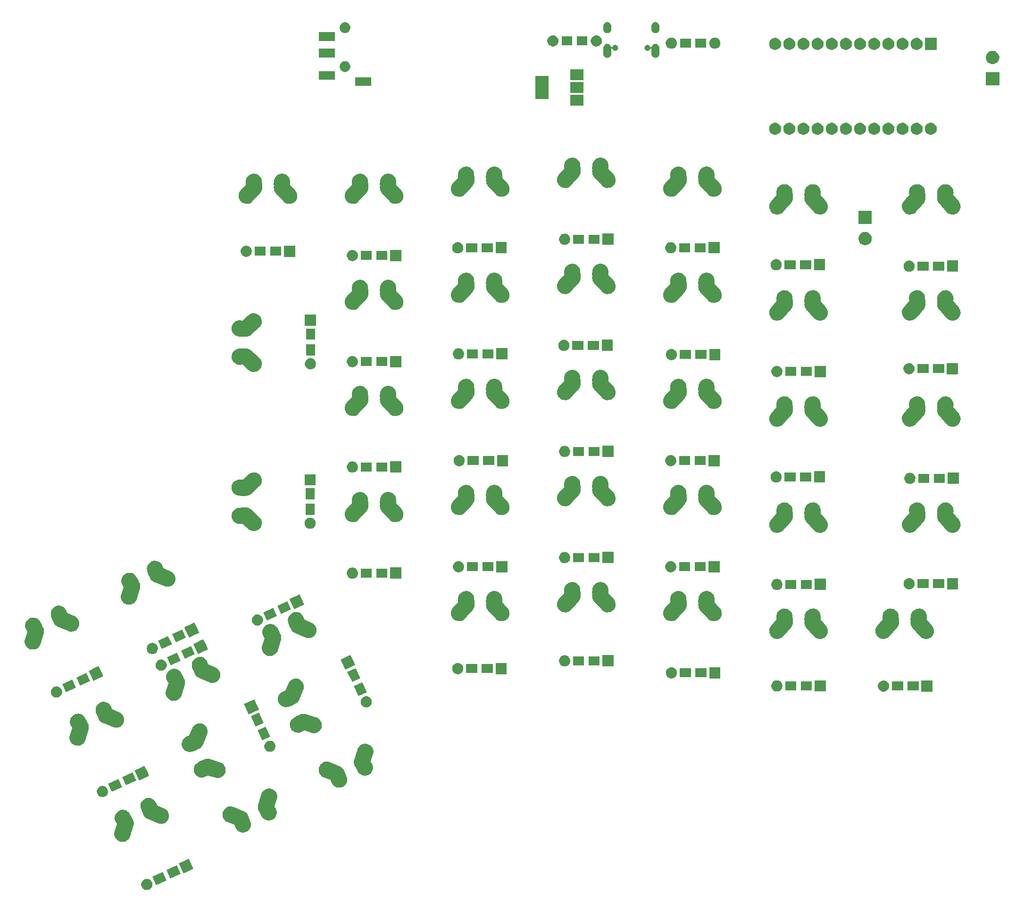
<source format=gbs>
G04 #@! TF.GenerationSoftware,KiCad,Pcbnew,(5.0.2)-1*
G04 #@! TF.CreationDate,2019-03-30T19:47:43+05:30*
G04 #@! TF.ProjectId,ErgodoxBle,4572676f-646f-4784-926c-652e6b696361,rev?*
G04 #@! TF.SameCoordinates,Original*
G04 #@! TF.FileFunction,Soldermask,Bot*
G04 #@! TF.FilePolarity,Negative*
%FSLAX46Y46*%
G04 Gerber Fmt 4.6, Leading zero omitted, Abs format (unit mm)*
G04 Created by KiCad (PCBNEW (5.0.2)-1) date 3/30/2019 7:47:43 PM*
%MOMM*%
%LPD*%
G01*
G04 APERTURE LIST*
%ADD10C,0.100000*%
G04 APERTURE END LIST*
D10*
G36*
X50831695Y-185213067D02*
X50928603Y-185232343D01*
X51004226Y-185263668D01*
X51111172Y-185307966D01*
X51275486Y-185417757D01*
X51415214Y-185557485D01*
X51525005Y-185721799D01*
X51600628Y-185904369D01*
X51639180Y-186098183D01*
X51639180Y-186295799D01*
X51600628Y-186489613D01*
X51525005Y-186672183D01*
X51415214Y-186836497D01*
X51275486Y-186976225D01*
X51111172Y-187086016D01*
X51004226Y-187130315D01*
X50928603Y-187161639D01*
X50831695Y-187180915D01*
X50734788Y-187200191D01*
X50537172Y-187200191D01*
X50440265Y-187180915D01*
X50343357Y-187161639D01*
X50267734Y-187130315D01*
X50160788Y-187086016D01*
X49996474Y-186976225D01*
X49856746Y-186836497D01*
X49746955Y-186672183D01*
X49671332Y-186489613D01*
X49632780Y-186295799D01*
X49632780Y-186098183D01*
X49671332Y-185904369D01*
X49746955Y-185721799D01*
X49856746Y-185557485D01*
X49996474Y-185417757D01*
X50160788Y-185307966D01*
X50267734Y-185263668D01*
X50343357Y-185232343D01*
X50440265Y-185213067D01*
X50537172Y-185193791D01*
X50734788Y-185193791D01*
X50831695Y-185213067D01*
X50831695Y-185213067D01*
G37*
G36*
X54150405Y-185444422D02*
X52331988Y-186292364D01*
X51653093Y-184836470D01*
X53471510Y-183988528D01*
X54150405Y-185444422D01*
X54150405Y-185444422D01*
G37*
G36*
X56688067Y-184261090D02*
X54869650Y-185109032D01*
X54190755Y-183653138D01*
X56009172Y-182805196D01*
X56688067Y-184261090D01*
X56688067Y-184261090D01*
G37*
G36*
X59038359Y-183385807D02*
X57798226Y-183964090D01*
X57219943Y-184233748D01*
X57219942Y-184233748D01*
X56372001Y-182415331D01*
X57612134Y-181837048D01*
X58190417Y-181567390D01*
X58190418Y-181567390D01*
X59038359Y-183385807D01*
X59038359Y-183385807D01*
G37*
G36*
X46684535Y-172853175D02*
X46754917Y-172866130D01*
X46823518Y-172893402D01*
X47020923Y-172971878D01*
X47261188Y-173127490D01*
X47350090Y-173213883D01*
X47466480Y-173326988D01*
X47588195Y-173503621D01*
X47938672Y-174137331D01*
X48023591Y-174334318D01*
X48033385Y-174380121D01*
X48040833Y-174403466D01*
X48051653Y-174423375D01*
X48131859Y-174543526D01*
X48241289Y-174808039D01*
X48297013Y-175088819D01*
X48296974Y-175177021D01*
X48296888Y-175375077D01*
X48254947Y-175585446D01*
X48254945Y-175585454D01*
X48254944Y-175585457D01*
X47643212Y-177598907D01*
X47643209Y-177598914D01*
X47561031Y-177797066D01*
X47508808Y-177875149D01*
X47401893Y-178035008D01*
X47199391Y-178237333D01*
X46961309Y-178396264D01*
X46696796Y-178505694D01*
X46416016Y-178561418D01*
X46130134Y-178561293D01*
X46129759Y-178561293D01*
X45849034Y-178505326D01*
X45584614Y-178395664D01*
X45346671Y-178236526D01*
X45144346Y-178034024D01*
X44985415Y-177795942D01*
X44875985Y-177531429D01*
X44820261Y-177250649D01*
X44820386Y-176964395D01*
X44820386Y-176964392D01*
X44862327Y-176754024D01*
X44890924Y-176659901D01*
X45273240Y-175401547D01*
X45278030Y-175377518D01*
X45278040Y-175353014D01*
X45273270Y-175328979D01*
X45263022Y-175304716D01*
X45044855Y-174910242D01*
X44959936Y-174713251D01*
X44957515Y-174701929D01*
X44900076Y-174433319D01*
X44896141Y-174158416D01*
X44895979Y-174147097D01*
X44895979Y-174147094D01*
X44938068Y-173918446D01*
X44947801Y-173865568D01*
X44977882Y-173789901D01*
X45053549Y-173599562D01*
X45209161Y-173359297D01*
X45337941Y-173226777D01*
X45408657Y-173154007D01*
X45644369Y-172991582D01*
X45907236Y-172878264D01*
X45985895Y-172861444D01*
X46187166Y-172818405D01*
X46462069Y-172814470D01*
X46473388Y-172814308D01*
X46473391Y-172814308D01*
X46684535Y-172853175D01*
X46684535Y-172853175D01*
G37*
G36*
X65922580Y-172224509D02*
X65984660Y-172231280D01*
X66184796Y-172294287D01*
X66189281Y-172295699D01*
X68123720Y-173120808D01*
X68124899Y-173121311D01*
X68313012Y-173224406D01*
X68424500Y-173317874D01*
X68532377Y-173408313D01*
X68711649Y-173631481D01*
X68843937Y-173885335D01*
X68884424Y-174024012D01*
X68893560Y-174046739D01*
X68905816Y-174065809D01*
X68934600Y-174102744D01*
X69030924Y-174294429D01*
X69291086Y-174970233D01*
X69348161Y-175177021D01*
X69366385Y-175426369D01*
X69369026Y-175462515D01*
X69333794Y-175746594D01*
X69243816Y-176018341D01*
X69102554Y-176267312D01*
X68915433Y-176483941D01*
X68915430Y-176483943D01*
X68689647Y-176659901D01*
X68433867Y-176788433D01*
X68234092Y-176843573D01*
X68157931Y-176864594D01*
X68110349Y-176868072D01*
X67872442Y-176885459D01*
X67872437Y-176885459D01*
X67588359Y-176850227D01*
X67316612Y-176760249D01*
X67305641Y-176754024D01*
X67298345Y-176749885D01*
X67067640Y-176618987D01*
X66851011Y-176431866D01*
X66693041Y-176229163D01*
X66675052Y-176206080D01*
X66578728Y-176014395D01*
X66416778Y-175593708D01*
X66405776Y-175571813D01*
X66390713Y-175552485D01*
X66372169Y-175536467D01*
X66349173Y-175523642D01*
X65128280Y-175002886D01*
X65048983Y-174969063D01*
X64860870Y-174865968D01*
X64698442Y-174729794D01*
X64641505Y-174682061D01*
X64462234Y-174458893D01*
X64329945Y-174205038D01*
X64249722Y-173930254D01*
X64224649Y-173645100D01*
X64255689Y-173360533D01*
X64256078Y-173359298D01*
X64288058Y-173257717D01*
X64341649Y-173087488D01*
X64367008Y-173041217D01*
X64479223Y-172836461D01*
X64606535Y-172684603D01*
X64663130Y-172617096D01*
X64886298Y-172437825D01*
X65140153Y-172305536D01*
X65414937Y-172225313D01*
X65700091Y-172200240D01*
X65922580Y-172224509D01*
X65922580Y-172224509D01*
G37*
G36*
X51276021Y-170697973D02*
X51547768Y-170787951D01*
X51796740Y-170929213D01*
X52013369Y-171116334D01*
X52069156Y-171187919D01*
X52189328Y-171342120D01*
X52285652Y-171533805D01*
X52447602Y-171954492D01*
X52458604Y-171976387D01*
X52473667Y-171995715D01*
X52492211Y-172011733D01*
X52515208Y-172024559D01*
X53815388Y-172579133D01*
X53815397Y-172579137D01*
X54003510Y-172682232D01*
X54121394Y-172781062D01*
X54222875Y-172866139D01*
X54402147Y-173089307D01*
X54534435Y-173343161D01*
X54614658Y-173617945D01*
X54639731Y-173903100D01*
X54615545Y-174124835D01*
X54608691Y-174187669D01*
X54522732Y-174460711D01*
X54385155Y-174711741D01*
X54292391Y-174822390D01*
X54201250Y-174931104D01*
X53978082Y-175110375D01*
X53724227Y-175242664D01*
X53449443Y-175322887D01*
X53164288Y-175347960D01*
X52934425Y-175322887D01*
X52879719Y-175316920D01*
X52725125Y-175268251D01*
X52675098Y-175252501D01*
X51089822Y-174576322D01*
X50739481Y-174426889D01*
X50551368Y-174323794D01*
X50388997Y-174187668D01*
X50332003Y-174139887D01*
X50152732Y-173916719D01*
X50020443Y-173662864D01*
X49979957Y-173524190D01*
X49970820Y-173501461D01*
X49958564Y-173482391D01*
X49929780Y-173445456D01*
X49833456Y-173253771D01*
X49573294Y-172577967D01*
X49516219Y-172371178D01*
X49512048Y-172314108D01*
X49495353Y-172085685D01*
X49530586Y-171801606D01*
X49620564Y-171529859D01*
X49761826Y-171280887D01*
X49948947Y-171064258D01*
X50134946Y-170919306D01*
X50174733Y-170888299D01*
X50430510Y-170759768D01*
X50706453Y-170683605D01*
X50849195Y-170673173D01*
X50991942Y-170662740D01*
X51276021Y-170697973D01*
X51276021Y-170697973D01*
G37*
G36*
X72734617Y-168986908D02*
X72804800Y-169000900D01*
X73015351Y-169042876D01*
X73278319Y-169151936D01*
X73279766Y-169152536D01*
X73517709Y-169311674D01*
X73720034Y-169514176D01*
X73878965Y-169752258D01*
X73988395Y-170016771D01*
X74044119Y-170297551D01*
X74044108Y-170321541D01*
X74043994Y-170583809D01*
X74002053Y-170794178D01*
X74002051Y-170794186D01*
X74002050Y-170794189D01*
X73591140Y-172146655D01*
X73586350Y-172170682D01*
X73586340Y-172195186D01*
X73591110Y-172219221D01*
X73601357Y-172243484D01*
X73819526Y-172637963D01*
X73904445Y-172834950D01*
X73916944Y-172893402D01*
X73964304Y-173114879D01*
X73967820Y-173360532D01*
X73968347Y-173397298D01*
X73968401Y-173401106D01*
X73916579Y-173682631D01*
X73810831Y-173948638D01*
X73770333Y-174011166D01*
X73655219Y-174188903D01*
X73455726Y-174394190D01*
X73220008Y-174556619D01*
X72957146Y-174669935D01*
X72957141Y-174669936D01*
X72677214Y-174729795D01*
X72390988Y-174733892D01*
X72109463Y-174682070D01*
X71843457Y-174576322D01*
X71603192Y-174420709D01*
X71397903Y-174221214D01*
X71397900Y-174221211D01*
X71276180Y-174044571D01*
X70925709Y-173410874D01*
X70840789Y-173213883D01*
X70830995Y-173168079D01*
X70823546Y-173144734D01*
X70812724Y-173124820D01*
X70732521Y-173004674D01*
X70623091Y-172740161D01*
X70567367Y-172459381D01*
X70567492Y-172173127D01*
X70567492Y-172173124D01*
X70609433Y-171962756D01*
X70611944Y-171954492D01*
X71221168Y-169949293D01*
X71221171Y-169949283D01*
X71303347Y-169751136D01*
X71404114Y-169600472D01*
X71462487Y-169513192D01*
X71664989Y-169310867D01*
X71903071Y-169151936D01*
X72167583Y-169042506D01*
X72448363Y-168986783D01*
X72734617Y-168986908D01*
X72734617Y-168986908D01*
G37*
G36*
X42868884Y-168517741D02*
X42965792Y-168537017D01*
X43041415Y-168568341D01*
X43148361Y-168612640D01*
X43312675Y-168722431D01*
X43452403Y-168862159D01*
X43562194Y-169026473D01*
X43568988Y-169042876D01*
X43637817Y-169209042D01*
X43676369Y-169402858D01*
X43676369Y-169600472D01*
X43646401Y-169751135D01*
X43637817Y-169794287D01*
X43562194Y-169976857D01*
X43452403Y-170141171D01*
X43312675Y-170280899D01*
X43148361Y-170390690D01*
X43041415Y-170434989D01*
X42965792Y-170466313D01*
X42868884Y-170485589D01*
X42771977Y-170504865D01*
X42574361Y-170504865D01*
X42477454Y-170485589D01*
X42380546Y-170466313D01*
X42304923Y-170434989D01*
X42197977Y-170390690D01*
X42033663Y-170280899D01*
X41893935Y-170141171D01*
X41784144Y-169976857D01*
X41708521Y-169794287D01*
X41699938Y-169751135D01*
X41669969Y-169600472D01*
X41669969Y-169402858D01*
X41708521Y-169209042D01*
X41777350Y-169042876D01*
X41784144Y-169026473D01*
X41893935Y-168862159D01*
X42033663Y-168722431D01*
X42197977Y-168612640D01*
X42304923Y-168568341D01*
X42380546Y-168537017D01*
X42477454Y-168517741D01*
X42574361Y-168498465D01*
X42771977Y-168498465D01*
X42868884Y-168517741D01*
X42868884Y-168517741D01*
G37*
G36*
X46187594Y-168749096D02*
X44369177Y-169597038D01*
X43690282Y-168141144D01*
X45508699Y-167293202D01*
X46187594Y-168749096D01*
X46187594Y-168749096D01*
G37*
G36*
X83189500Y-164175249D02*
X83251580Y-164182020D01*
X83456195Y-164246437D01*
X83456201Y-164246439D01*
X85391090Y-165071740D01*
X85391819Y-165072051D01*
X85579932Y-165175146D01*
X85697816Y-165273976D01*
X85799297Y-165359053D01*
X85978569Y-165582221D01*
X86110857Y-165836075D01*
X86151344Y-165974752D01*
X86160480Y-165997479D01*
X86172736Y-166016549D01*
X86201520Y-166053484D01*
X86297844Y-166245169D01*
X86558006Y-166920973D01*
X86615081Y-167127761D01*
X86628788Y-167315304D01*
X86635946Y-167413255D01*
X86600714Y-167697334D01*
X86510736Y-167969081D01*
X86369474Y-168218052D01*
X86182353Y-168434681D01*
X86182350Y-168434683D01*
X85956567Y-168610641D01*
X85700787Y-168739173D01*
X85501012Y-168794313D01*
X85424851Y-168815334D01*
X85377269Y-168818812D01*
X85139362Y-168836199D01*
X85139357Y-168836199D01*
X84855279Y-168800967D01*
X84583532Y-168710989D01*
X84334560Y-168569727D01*
X84117931Y-168382606D01*
X83989690Y-168218050D01*
X83941972Y-168156820D01*
X83845648Y-167965135D01*
X83683698Y-167544448D01*
X83672696Y-167522553D01*
X83657633Y-167503225D01*
X83639089Y-167487207D01*
X83616093Y-167474382D01*
X82553862Y-167021301D01*
X82315903Y-166919803D01*
X82127790Y-166816708D01*
X81977227Y-166690481D01*
X81908425Y-166632801D01*
X81729154Y-166409633D01*
X81596865Y-166155778D01*
X81516642Y-165880994D01*
X81491569Y-165595840D01*
X81522609Y-165311273D01*
X81608569Y-165038228D01*
X81665762Y-164933871D01*
X81746143Y-164787201D01*
X81901179Y-164602274D01*
X81930050Y-164567836D01*
X82153218Y-164388565D01*
X82407073Y-164256276D01*
X82681857Y-164176053D01*
X82967011Y-164150980D01*
X83189500Y-164175249D01*
X83189500Y-164175249D01*
G37*
G36*
X48725256Y-167565764D02*
X46906839Y-168413706D01*
X46227944Y-166957812D01*
X48046361Y-166109870D01*
X48725256Y-167565764D01*
X48725256Y-167565764D01*
G37*
G36*
X50757353Y-166008110D02*
X51072821Y-166684631D01*
X51075548Y-166690481D01*
X49858651Y-167257929D01*
X49257132Y-167538422D01*
X49257131Y-167538422D01*
X48652238Y-166241223D01*
X48409190Y-165720006D01*
X48409190Y-165720005D01*
X49698439Y-165118819D01*
X50227606Y-164872064D01*
X50227607Y-164872064D01*
X50757353Y-166008110D01*
X50757353Y-166008110D01*
G37*
G36*
X61613181Y-163620392D02*
X61613556Y-163620392D01*
X61823924Y-163662333D01*
X61823932Y-163662335D01*
X61823935Y-163662336D01*
X63392614Y-164138936D01*
X63837397Y-164274071D01*
X64035544Y-164356247D01*
X64154229Y-164435626D01*
X64273488Y-164515387D01*
X64475813Y-164717889D01*
X64634744Y-164955971D01*
X64744174Y-165220483D01*
X64799897Y-165501263D01*
X64799772Y-165787517D01*
X64791761Y-165827698D01*
X64743804Y-166068251D01*
X64658926Y-166272911D01*
X64634144Y-166332666D01*
X64475006Y-166570609D01*
X64272504Y-166772934D01*
X64034422Y-166931865D01*
X63769909Y-167041295D01*
X63489129Y-167097019D01*
X63346125Y-167096956D01*
X63202871Y-167096894D01*
X62992502Y-167054953D01*
X62992494Y-167054951D01*
X62992491Y-167054950D01*
X61640025Y-166644040D01*
X61615998Y-166639250D01*
X61591494Y-166639240D01*
X61567459Y-166644010D01*
X61543196Y-166654258D01*
X61148722Y-166872425D01*
X60951731Y-166957344D01*
X60951726Y-166957345D01*
X60671799Y-167017204D01*
X60396896Y-167021139D01*
X60385577Y-167021301D01*
X60385574Y-167021301D01*
X60174430Y-166982435D01*
X60104048Y-166969479D01*
X60009429Y-166931864D01*
X59838042Y-166863731D01*
X59597777Y-166708119D01*
X59392487Y-166508623D01*
X59230062Y-166272911D01*
X59116744Y-166010044D01*
X59096883Y-165917164D01*
X59056885Y-165730114D01*
X59052950Y-165455211D01*
X59052788Y-165443892D01*
X59052788Y-165443889D01*
X59098879Y-165193496D01*
X59104610Y-165162363D01*
X59140513Y-165072051D01*
X59210358Y-164896357D01*
X59365970Y-164656092D01*
X59474049Y-164544875D01*
X59565468Y-164450800D01*
X59742101Y-164329085D01*
X60375811Y-163978608D01*
X60572798Y-163893689D01*
X60618601Y-163883895D01*
X60641946Y-163876447D01*
X60661855Y-163865627D01*
X60782006Y-163785421D01*
X61046519Y-163675991D01*
X61327299Y-163620267D01*
X61613181Y-163620392D01*
X61613181Y-163620392D01*
G37*
G36*
X90001537Y-160937648D02*
X90071720Y-160951640D01*
X90282271Y-160993616D01*
X90476560Y-161074193D01*
X90546686Y-161103276D01*
X90784629Y-161262414D01*
X90986954Y-161464916D01*
X91145885Y-161702998D01*
X91255315Y-161967511D01*
X91311039Y-162248291D01*
X91310997Y-162343985D01*
X91310914Y-162534549D01*
X91268973Y-162744918D01*
X91268971Y-162744926D01*
X91268970Y-162744929D01*
X90858060Y-164097395D01*
X90853270Y-164121422D01*
X90853260Y-164145926D01*
X90858030Y-164169961D01*
X90868277Y-164194224D01*
X91086446Y-164588703D01*
X91171365Y-164785690D01*
X91182455Y-164837554D01*
X91231224Y-165065619D01*
X91234009Y-165260176D01*
X91235267Y-165348038D01*
X91235321Y-165351846D01*
X91183499Y-165633371D01*
X91077751Y-165899378D01*
X91041935Y-165954677D01*
X90922139Y-166139643D01*
X90722646Y-166344930D01*
X90486928Y-166507359D01*
X90224066Y-166620675D01*
X90224061Y-166620676D01*
X89944134Y-166680535D01*
X89657908Y-166684632D01*
X89376383Y-166632810D01*
X89110377Y-166527062D01*
X88870112Y-166371449D01*
X88664823Y-166171954D01*
X88664820Y-166171951D01*
X88543100Y-165995311D01*
X88192629Y-165361614D01*
X88107709Y-165164623D01*
X88097915Y-165118819D01*
X88090466Y-165095474D01*
X88079644Y-165075560D01*
X87999441Y-164955414D01*
X87890011Y-164690901D01*
X87834287Y-164410121D01*
X87834412Y-164123867D01*
X87834412Y-164123864D01*
X87876353Y-163913496D01*
X87882371Y-163893689D01*
X88488088Y-161900033D01*
X88488091Y-161900023D01*
X88570267Y-161701876D01*
X88691716Y-161520288D01*
X88729407Y-161463932D01*
X88931909Y-161261607D01*
X89169991Y-161102676D01*
X89434503Y-160993246D01*
X89715283Y-160937523D01*
X90001537Y-160937648D01*
X90001537Y-160937648D01*
G37*
G36*
X60371462Y-157302624D02*
X60426149Y-157308589D01*
X60699191Y-157394548D01*
X60950221Y-157532125D01*
X61047206Y-157613434D01*
X61169584Y-157716030D01*
X61319678Y-157902877D01*
X61348855Y-157939198D01*
X61425406Y-158086094D01*
X61481144Y-158193053D01*
X61561367Y-158467837D01*
X61586440Y-158752992D01*
X61563168Y-158966340D01*
X61555400Y-159037561D01*
X61539313Y-159088659D01*
X61490981Y-159242182D01*
X61002575Y-160387231D01*
X60665369Y-161177799D01*
X60562274Y-161365912D01*
X60458881Y-161489239D01*
X60378367Y-161585277D01*
X60155199Y-161764548D01*
X59901344Y-161896837D01*
X59762670Y-161937323D01*
X59739941Y-161946460D01*
X59720871Y-161958716D01*
X59683936Y-161987500D01*
X59492251Y-162083824D01*
X58816447Y-162343986D01*
X58609658Y-162401061D01*
X58324165Y-162421927D01*
X58040086Y-162386694D01*
X57768339Y-162296716D01*
X57519367Y-162155454D01*
X57302738Y-161968333D01*
X57143925Y-161764548D01*
X57126779Y-161742547D01*
X56998248Y-161486770D01*
X56922085Y-161210827D01*
X56911653Y-161068085D01*
X56901220Y-160925338D01*
X56936453Y-160641259D01*
X57026431Y-160369512D01*
X57167693Y-160120540D01*
X57354814Y-159903911D01*
X57556006Y-159747119D01*
X57580600Y-159727952D01*
X57772285Y-159631628D01*
X58192972Y-159469678D01*
X58214867Y-159458676D01*
X58234195Y-159443613D01*
X58250213Y-159425069D01*
X58263039Y-159402072D01*
X58817613Y-158101892D01*
X58817614Y-158101891D01*
X58817617Y-158101883D01*
X58920712Y-157913770D01*
X59069986Y-157735716D01*
X59104619Y-157694405D01*
X59327787Y-157515133D01*
X59581641Y-157382845D01*
X59856425Y-157302622D01*
X60141580Y-157277549D01*
X60371462Y-157302624D01*
X60371462Y-157302624D01*
G37*
G36*
X72902391Y-160402332D02*
X73020288Y-160425783D01*
X73095911Y-160457107D01*
X73202857Y-160501406D01*
X73367171Y-160611197D01*
X73506899Y-160750925D01*
X73616690Y-160915239D01*
X73649002Y-160993247D01*
X73692313Y-161097808D01*
X73730865Y-161291624D01*
X73730865Y-161489238D01*
X73692313Y-161683054D01*
X73665595Y-161747557D01*
X73616690Y-161865623D01*
X73506899Y-162029937D01*
X73367171Y-162169665D01*
X73202857Y-162279456D01*
X73095911Y-162323755D01*
X73020288Y-162355079D01*
X72923380Y-162374355D01*
X72826473Y-162393631D01*
X72628857Y-162393631D01*
X72531950Y-162374355D01*
X72435042Y-162355079D01*
X72359419Y-162323755D01*
X72252473Y-162279456D01*
X72088159Y-162169665D01*
X71948431Y-162029937D01*
X71838640Y-161865623D01*
X71789735Y-161747557D01*
X71763017Y-161683054D01*
X71724465Y-161489238D01*
X71724465Y-161291624D01*
X71763017Y-161097808D01*
X71806328Y-160993247D01*
X71838640Y-160915239D01*
X71948431Y-160750925D01*
X72088159Y-160611197D01*
X72252473Y-160501406D01*
X72359419Y-160457107D01*
X72435042Y-160425783D01*
X72552939Y-160402332D01*
X72628857Y-160387231D01*
X72826473Y-160387231D01*
X72902391Y-160402332D01*
X72902391Y-160402332D01*
G37*
G36*
X38632735Y-155586255D02*
X38703117Y-155599210D01*
X38765955Y-155624191D01*
X38969123Y-155704958D01*
X39209388Y-155860570D01*
X39286497Y-155935503D01*
X39414680Y-156060068D01*
X39536395Y-156236701D01*
X39886872Y-156870411D01*
X39971791Y-157067398D01*
X39981585Y-157113201D01*
X39989033Y-157136546D01*
X39999853Y-157156455D01*
X40080059Y-157276606D01*
X40189489Y-157541119D01*
X40245213Y-157821899D01*
X40245172Y-157915079D01*
X40245088Y-158108157D01*
X40203147Y-158318526D01*
X40203145Y-158318534D01*
X40203144Y-158318537D01*
X39591412Y-160331987D01*
X39591409Y-160331994D01*
X39509231Y-160530146D01*
X39457008Y-160608229D01*
X39350093Y-160768088D01*
X39147591Y-160970413D01*
X38909509Y-161129344D01*
X38644996Y-161238774D01*
X38364216Y-161294498D01*
X38078334Y-161294373D01*
X38077959Y-161294373D01*
X37797234Y-161238406D01*
X37532814Y-161128744D01*
X37294871Y-160969606D01*
X37092546Y-160767104D01*
X36933615Y-160529022D01*
X36824185Y-160264509D01*
X36768461Y-159983729D01*
X36768586Y-159697475D01*
X36768586Y-159697472D01*
X36810527Y-159487104D01*
X36823741Y-159443613D01*
X37221440Y-158134627D01*
X37226230Y-158110598D01*
X37226240Y-158086094D01*
X37221470Y-158062059D01*
X37211222Y-158037796D01*
X36993055Y-157643322D01*
X36908136Y-157446331D01*
X36897063Y-157394548D01*
X36848276Y-157166399D01*
X36844341Y-156891496D01*
X36844179Y-156880177D01*
X36844179Y-156880174D01*
X36886268Y-156651526D01*
X36896001Y-156598648D01*
X36930793Y-156511131D01*
X37001749Y-156332642D01*
X37157361Y-156092377D01*
X37290413Y-155955461D01*
X37356857Y-155887087D01*
X37592569Y-155724662D01*
X37855436Y-155611344D01*
X37934095Y-155594524D01*
X38135366Y-155551485D01*
X38410269Y-155547550D01*
X38421588Y-155547388D01*
X38421591Y-155547388D01*
X38632735Y-155586255D01*
X38632735Y-155586255D01*
G37*
G36*
X72823038Y-159694423D02*
X71367144Y-160373318D01*
X70519202Y-158554901D01*
X71975096Y-157876006D01*
X72823038Y-159694423D01*
X72823038Y-159694423D01*
G37*
G36*
X78877561Y-155568592D02*
X78877936Y-155568592D01*
X79088304Y-155610533D01*
X79088312Y-155610535D01*
X79088315Y-155610536D01*
X80899383Y-156160779D01*
X81101777Y-156222271D01*
X81299924Y-156304447D01*
X81379159Y-156357441D01*
X81537868Y-156463587D01*
X81740193Y-156666089D01*
X81899124Y-156904171D01*
X82008554Y-157168683D01*
X82063355Y-157444819D01*
X82064277Y-157449463D01*
X82064152Y-157735716D01*
X82008184Y-158016451D01*
X81923306Y-158221111D01*
X81898524Y-158280866D01*
X81739386Y-158518809D01*
X81536884Y-158721134D01*
X81298802Y-158880065D01*
X81034289Y-158989495D01*
X80753509Y-159045219D01*
X80610505Y-159045156D01*
X80467251Y-159045094D01*
X80256882Y-159003153D01*
X80256874Y-159003151D01*
X80256871Y-159003150D01*
X78904405Y-158592240D01*
X78880378Y-158587450D01*
X78855874Y-158587440D01*
X78831839Y-158592210D01*
X78807576Y-158602458D01*
X78413102Y-158820625D01*
X78216111Y-158905544D01*
X78216106Y-158905545D01*
X77936179Y-158965404D01*
X77661276Y-158969339D01*
X77649957Y-158969501D01*
X77649954Y-158969501D01*
X77438810Y-158930634D01*
X77368428Y-158917679D01*
X77273809Y-158880064D01*
X77102422Y-158811931D01*
X76862157Y-158656319D01*
X76736619Y-158534324D01*
X76656867Y-158456823D01*
X76494442Y-158221111D01*
X76381124Y-157958244D01*
X76357099Y-157845890D01*
X76321265Y-157678314D01*
X76317330Y-157403411D01*
X76317168Y-157392092D01*
X76317168Y-157392089D01*
X76360541Y-157156465D01*
X76368990Y-157110563D01*
X76424137Y-156971844D01*
X76474738Y-156844557D01*
X76630350Y-156604292D01*
X76733082Y-156498577D01*
X76829848Y-156399000D01*
X77006481Y-156277285D01*
X77640191Y-155926808D01*
X77837178Y-155841889D01*
X77882981Y-155832095D01*
X77906326Y-155824647D01*
X77926235Y-155813827D01*
X78046386Y-155733621D01*
X78310899Y-155624191D01*
X78591679Y-155568467D01*
X78877561Y-155568592D01*
X78877561Y-155568592D01*
G37*
G36*
X43224221Y-153431053D02*
X43495968Y-153521031D01*
X43744940Y-153662293D01*
X43961569Y-153849414D01*
X44060703Y-153976621D01*
X44137528Y-154075200D01*
X44233852Y-154266885D01*
X44395802Y-154687572D01*
X44406804Y-154709467D01*
X44421867Y-154728795D01*
X44440411Y-154744813D01*
X44463408Y-154757639D01*
X45763588Y-155312213D01*
X45763597Y-155312217D01*
X45951710Y-155415312D01*
X46069594Y-155514142D01*
X46171075Y-155599219D01*
X46350347Y-155822387D01*
X46482635Y-156076241D01*
X46562858Y-156351025D01*
X46587931Y-156636180D01*
X46565202Y-156844557D01*
X46556891Y-156920749D01*
X46470932Y-157193791D01*
X46333355Y-157444821D01*
X46252622Y-157541119D01*
X46149450Y-157664184D01*
X45935992Y-157835655D01*
X45926282Y-157843455D01*
X45706009Y-157958244D01*
X45672427Y-157975744D01*
X45397643Y-158055967D01*
X45112488Y-158081040D01*
X44882625Y-158055967D01*
X44827919Y-158050000D01*
X44669185Y-158000027D01*
X44623298Y-157985581D01*
X42963346Y-157277550D01*
X42687681Y-157159969D01*
X42499568Y-157056874D01*
X42337197Y-156920748D01*
X42280203Y-156872967D01*
X42100932Y-156649799D01*
X41968643Y-156395944D01*
X41928157Y-156257270D01*
X41919020Y-156234541D01*
X41906764Y-156215471D01*
X41877980Y-156178536D01*
X41781656Y-155986851D01*
X41521494Y-155311047D01*
X41464419Y-155104258D01*
X41458799Y-155027367D01*
X41443553Y-154818765D01*
X41478786Y-154534686D01*
X41568764Y-154262939D01*
X41710026Y-154013967D01*
X41897147Y-153797338D01*
X42089870Y-153647146D01*
X42122933Y-153621379D01*
X42378710Y-153492848D01*
X42654653Y-153416685D01*
X42797396Y-153406253D01*
X42940142Y-153395820D01*
X43224221Y-153431053D01*
X43224221Y-153431053D01*
G37*
G36*
X71639706Y-157156761D02*
X70183812Y-157835656D01*
X69335870Y-156017239D01*
X70791764Y-155338344D01*
X71639706Y-157156761D01*
X71639706Y-157156761D01*
G37*
G36*
X70419752Y-154067321D02*
X70735672Y-154744813D01*
X70764422Y-154806469D01*
X69679841Y-155312217D01*
X68946006Y-155654410D01*
X68946005Y-155654410D01*
X68310790Y-154292185D01*
X68098064Y-153835994D01*
X68098064Y-153835993D01*
X69549815Y-153159031D01*
X69916480Y-152988052D01*
X69916481Y-152988052D01*
X70419752Y-154067321D01*
X70419752Y-154067321D01*
G37*
G36*
X90235926Y-152410676D02*
X90332834Y-152429952D01*
X90388044Y-152452821D01*
X90515403Y-152505575D01*
X90679717Y-152615366D01*
X90819445Y-152755094D01*
X90929236Y-152919408D01*
X90957669Y-152988052D01*
X90984346Y-153052454D01*
X91004859Y-153101978D01*
X91043411Y-153295792D01*
X91043411Y-153493408D01*
X91004859Y-153687222D01*
X90929236Y-153869792D01*
X90819445Y-154034106D01*
X90679717Y-154173834D01*
X90515403Y-154283625D01*
X90408457Y-154327924D01*
X90332834Y-154359248D01*
X90278146Y-154370126D01*
X90139019Y-154397800D01*
X89941403Y-154397800D01*
X89802276Y-154370126D01*
X89747588Y-154359248D01*
X89671965Y-154327924D01*
X89565019Y-154283625D01*
X89400705Y-154173834D01*
X89260977Y-154034106D01*
X89151186Y-153869792D01*
X89075563Y-153687222D01*
X89037011Y-153493408D01*
X89037011Y-153295792D01*
X89075563Y-153101978D01*
X89096077Y-153052454D01*
X89122753Y-152988052D01*
X89151186Y-152919408D01*
X89260977Y-152755094D01*
X89400705Y-152615366D01*
X89565019Y-152505575D01*
X89692378Y-152452821D01*
X89747588Y-152429952D01*
X89844496Y-152410676D01*
X89941403Y-152391400D01*
X90139019Y-152391400D01*
X90235926Y-152410676D01*
X90235926Y-152410676D01*
G37*
G36*
X77635842Y-149250824D02*
X77690529Y-149256789D01*
X77963571Y-149342748D01*
X78214601Y-149480325D01*
X78314616Y-149564174D01*
X78433964Y-149664230D01*
X78613235Y-149887398D01*
X78745524Y-150141253D01*
X78825747Y-150416037D01*
X78850820Y-150701192D01*
X78832924Y-150865258D01*
X78819780Y-150985761D01*
X78778043Y-151118335D01*
X78755361Y-151190382D01*
X78194382Y-152505576D01*
X77929749Y-153125999D01*
X77826654Y-153314112D01*
X77725331Y-153434970D01*
X77642747Y-153533477D01*
X77419579Y-153712748D01*
X77165724Y-153845037D01*
X77027050Y-153885523D01*
X77004321Y-153894660D01*
X76985251Y-153906916D01*
X76948316Y-153935700D01*
X76756631Y-154032024D01*
X76080827Y-154292186D01*
X75926098Y-154334892D01*
X75874038Y-154349261D01*
X75588545Y-154370127D01*
X75304466Y-154334894D01*
X75032719Y-154244916D01*
X74783747Y-154103654D01*
X74567118Y-153916533D01*
X74397298Y-153698624D01*
X74391159Y-153690747D01*
X74262628Y-153434970D01*
X74186465Y-153159027D01*
X74171111Y-152948936D01*
X74165600Y-152873538D01*
X74200833Y-152589459D01*
X74290811Y-152317712D01*
X74432073Y-152068740D01*
X74619194Y-151852111D01*
X74820386Y-151695319D01*
X74844980Y-151676152D01*
X75036665Y-151579828D01*
X75457352Y-151417878D01*
X75479247Y-151406876D01*
X75498575Y-151391813D01*
X75514593Y-151373269D01*
X75527419Y-151350272D01*
X76081993Y-150050092D01*
X76081994Y-150050091D01*
X76081997Y-150050083D01*
X76185092Y-149861970D01*
X76296917Y-149728585D01*
X76368999Y-149642605D01*
X76592167Y-149463333D01*
X76846021Y-149331045D01*
X77120805Y-149250822D01*
X77405960Y-149225749D01*
X77635842Y-149250824D01*
X77635842Y-149250824D01*
G37*
G36*
X55899655Y-147536995D02*
X55970037Y-147549950D01*
X56045704Y-147580031D01*
X56236043Y-147655698D01*
X56476308Y-147811310D01*
X56539365Y-147872588D01*
X56681600Y-148010808D01*
X56803315Y-148187441D01*
X57153792Y-148821151D01*
X57238711Y-149018138D01*
X57248505Y-149063941D01*
X57255953Y-149087286D01*
X57266773Y-149107195D01*
X57346979Y-149227346D01*
X57456409Y-149491859D01*
X57512133Y-149772639D01*
X57512082Y-149887398D01*
X57512008Y-150058897D01*
X57470067Y-150269266D01*
X57470065Y-150269274D01*
X57470064Y-150269277D01*
X56858332Y-152282727D01*
X56858329Y-152282734D01*
X56776151Y-152480886D01*
X56747158Y-152524236D01*
X56617013Y-152718828D01*
X56414511Y-152921153D01*
X56176429Y-153080084D01*
X55911916Y-153189514D01*
X55631136Y-153245238D01*
X55345254Y-153245113D01*
X55344879Y-153245113D01*
X55064154Y-153189146D01*
X54799734Y-153079484D01*
X54561791Y-152920346D01*
X54359466Y-152717844D01*
X54200535Y-152479762D01*
X54091105Y-152215249D01*
X54035381Y-151934469D01*
X54035506Y-151648215D01*
X54035506Y-151648212D01*
X54077447Y-151437844D01*
X54081677Y-151423922D01*
X54488360Y-150085367D01*
X54493150Y-150061338D01*
X54493160Y-150036834D01*
X54488390Y-150012799D01*
X54478142Y-149988536D01*
X54259975Y-149594062D01*
X54175056Y-149397071D01*
X54172635Y-149385749D01*
X54115196Y-149117139D01*
X54111261Y-148842236D01*
X54111099Y-148830917D01*
X54111099Y-148830914D01*
X54153188Y-148602266D01*
X54162921Y-148549388D01*
X54197713Y-148461871D01*
X54268669Y-148283382D01*
X54424281Y-148043117D01*
X54541793Y-147922193D01*
X54623777Y-147837827D01*
X54859489Y-147675402D01*
X55122356Y-147562084D01*
X55201015Y-147545264D01*
X55402286Y-147502225D01*
X55677189Y-147498290D01*
X55688508Y-147498128D01*
X55688511Y-147498128D01*
X55899655Y-147536995D01*
X55899655Y-147536995D01*
G37*
G36*
X34634115Y-150651287D02*
X34731023Y-150670563D01*
X34772607Y-150687788D01*
X34913592Y-150746186D01*
X35077906Y-150855977D01*
X35217634Y-150995705D01*
X35327425Y-151160019D01*
X35345264Y-151203086D01*
X35403048Y-151342588D01*
X35418024Y-151417878D01*
X35441600Y-151536403D01*
X35441600Y-151734019D01*
X35437745Y-151753397D01*
X35403048Y-151927834D01*
X35383191Y-151975772D01*
X35327425Y-152110403D01*
X35217634Y-152274717D01*
X35077906Y-152414445D01*
X34913592Y-152524236D01*
X34829739Y-152558969D01*
X34731023Y-152599859D01*
X34686631Y-152608689D01*
X34537208Y-152638411D01*
X34339592Y-152638411D01*
X34190169Y-152608689D01*
X34145777Y-152599859D01*
X34047061Y-152558969D01*
X33963208Y-152524236D01*
X33798894Y-152414445D01*
X33659166Y-152274717D01*
X33549375Y-152110403D01*
X33493609Y-151975772D01*
X33473752Y-151927834D01*
X33439055Y-151753397D01*
X33435200Y-151734019D01*
X33435200Y-151536403D01*
X33458776Y-151417878D01*
X33473752Y-151342588D01*
X33531536Y-151203086D01*
X33549375Y-151160019D01*
X33659166Y-150995705D01*
X33798894Y-150855977D01*
X33963208Y-150746186D01*
X34104193Y-150687788D01*
X34145777Y-150670563D01*
X34242685Y-150651287D01*
X34339592Y-150632011D01*
X34537208Y-150632011D01*
X34634115Y-150651287D01*
X34634115Y-150651287D01*
G37*
G36*
X90135584Y-151698592D02*
X88679690Y-152377487D01*
X87831748Y-150559070D01*
X89287642Y-149880175D01*
X90135584Y-151698592D01*
X90135584Y-151698592D01*
G37*
G36*
X37952825Y-150882642D02*
X36134408Y-151730584D01*
X35455513Y-150274690D01*
X37273930Y-149426748D01*
X37952825Y-150882642D01*
X37952825Y-150882642D01*
G37*
G36*
X183079695Y-149605056D02*
X183176603Y-149624332D01*
X183209322Y-149637885D01*
X183359172Y-149699955D01*
X183523486Y-149809746D01*
X183663214Y-149949474D01*
X183773005Y-150113788D01*
X183848628Y-150296358D01*
X183882128Y-150464772D01*
X183887180Y-150490173D01*
X183887180Y-150687787D01*
X183848628Y-150881603D01*
X183835630Y-150912983D01*
X183773005Y-151064172D01*
X183663214Y-151228486D01*
X183523486Y-151368214D01*
X183359172Y-151478005D01*
X183252226Y-151522304D01*
X183176603Y-151553628D01*
X183079695Y-151572904D01*
X182982788Y-151592180D01*
X182785172Y-151592180D01*
X182688265Y-151572904D01*
X182591357Y-151553628D01*
X182515734Y-151522304D01*
X182408788Y-151478005D01*
X182244474Y-151368214D01*
X182104746Y-151228486D01*
X181994955Y-151064172D01*
X181932330Y-150912983D01*
X181919332Y-150881603D01*
X181880780Y-150687787D01*
X181880780Y-150490173D01*
X181885833Y-150464772D01*
X181919332Y-150296358D01*
X181994955Y-150113788D01*
X182104746Y-149949474D01*
X182244474Y-149809746D01*
X182408788Y-149699955D01*
X182558638Y-149637885D01*
X182591357Y-149624332D01*
X182688265Y-149605056D01*
X182785172Y-149585780D01*
X182982788Y-149585780D01*
X183079695Y-149605056D01*
X183079695Y-149605056D01*
G37*
G36*
X191687180Y-151592180D02*
X189680780Y-151592180D01*
X189680780Y-149585780D01*
X191687180Y-149585780D01*
X191687180Y-151592180D01*
X191687180Y-151592180D01*
G37*
G36*
X163935715Y-149579656D02*
X164032623Y-149598932D01*
X164082606Y-149619636D01*
X164215192Y-149674555D01*
X164379506Y-149784346D01*
X164519234Y-149924074D01*
X164629025Y-150088388D01*
X164673324Y-150195334D01*
X164704648Y-150270957D01*
X164717374Y-150334937D01*
X164743200Y-150464772D01*
X164743200Y-150662388D01*
X164735481Y-150701192D01*
X164704648Y-150856203D01*
X164673323Y-150931826D01*
X164629025Y-151038772D01*
X164519234Y-151203086D01*
X164379506Y-151342814D01*
X164215192Y-151452605D01*
X164108246Y-151496904D01*
X164032623Y-151528228D01*
X163950661Y-151544531D01*
X163838808Y-151566780D01*
X163641192Y-151566780D01*
X163529339Y-151544531D01*
X163447377Y-151528228D01*
X163371754Y-151496904D01*
X163264808Y-151452605D01*
X163100494Y-151342814D01*
X162960766Y-151203086D01*
X162850975Y-151038772D01*
X162806676Y-150931826D01*
X162775352Y-150856203D01*
X162744519Y-150701192D01*
X162736800Y-150662388D01*
X162736800Y-150464772D01*
X162762626Y-150334937D01*
X162775352Y-150270957D01*
X162806676Y-150195334D01*
X162850975Y-150088388D01*
X162960766Y-149924074D01*
X163100494Y-149784346D01*
X163264808Y-149674555D01*
X163397394Y-149619636D01*
X163447377Y-149598932D01*
X163544285Y-149579656D01*
X163641192Y-149560380D01*
X163838808Y-149560380D01*
X163935715Y-149579656D01*
X163935715Y-149579656D01*
G37*
G36*
X172543200Y-151566780D02*
X170536800Y-151566780D01*
X170536800Y-149560380D01*
X172543200Y-149560380D01*
X172543200Y-151566780D01*
X172543200Y-151566780D01*
G37*
G36*
X189187180Y-151392180D02*
X187180780Y-151392180D01*
X187180780Y-149785780D01*
X189187180Y-149785780D01*
X189187180Y-151392180D01*
X189187180Y-151392180D01*
G37*
G36*
X186387180Y-151392180D02*
X184380780Y-151392180D01*
X184380780Y-149785780D01*
X186387180Y-149785780D01*
X186387180Y-151392180D01*
X186387180Y-151392180D01*
G37*
G36*
X170043200Y-151366780D02*
X168036800Y-151366780D01*
X168036800Y-149760380D01*
X170043200Y-149760380D01*
X170043200Y-151366780D01*
X170043200Y-151366780D01*
G37*
G36*
X167243200Y-151366780D02*
X165236800Y-151366780D01*
X165236800Y-149760380D01*
X167243200Y-149760380D01*
X167243200Y-151366780D01*
X167243200Y-151366780D01*
G37*
G36*
X40490487Y-149699310D02*
X38672070Y-150547252D01*
X37993175Y-149091358D01*
X39811592Y-148243416D01*
X40490487Y-149699310D01*
X40490487Y-149699310D01*
G37*
G36*
X60491141Y-145381793D02*
X60762888Y-145471771D01*
X61011860Y-145613033D01*
X61228489Y-145800154D01*
X61346195Y-145951192D01*
X61404448Y-146025940D01*
X61500772Y-146217625D01*
X61662722Y-146638312D01*
X61673724Y-146660207D01*
X61688787Y-146679535D01*
X61707331Y-146695553D01*
X61730328Y-146708379D01*
X63030508Y-147262953D01*
X63030517Y-147262957D01*
X63218630Y-147366052D01*
X63336514Y-147464882D01*
X63437995Y-147549959D01*
X63617267Y-147773127D01*
X63749555Y-148026981D01*
X63829778Y-148301765D01*
X63854851Y-148586920D01*
X63830665Y-148808655D01*
X63823811Y-148871489D01*
X63737852Y-149144531D01*
X63600275Y-149395561D01*
X63527222Y-149482698D01*
X63416370Y-149614924D01*
X63193202Y-149794195D01*
X62939347Y-149926484D01*
X62664563Y-150006707D01*
X62379408Y-150031780D01*
X62149545Y-150006707D01*
X62094839Y-150000740D01*
X61931998Y-149949474D01*
X61890218Y-149936321D01*
X60283091Y-149250822D01*
X59954601Y-149110709D01*
X59766488Y-149007614D01*
X59604117Y-148871488D01*
X59547123Y-148823707D01*
X59367852Y-148600539D01*
X59235563Y-148346684D01*
X59195077Y-148208010D01*
X59185940Y-148185281D01*
X59173684Y-148166211D01*
X59144900Y-148129276D01*
X59048576Y-147937591D01*
X58788414Y-147261787D01*
X58731339Y-147054998D01*
X58722863Y-146939024D01*
X58710473Y-146769505D01*
X58745706Y-146485426D01*
X58835684Y-146213679D01*
X58976946Y-145964707D01*
X59164067Y-145748078D01*
X59386403Y-145574808D01*
X59389853Y-145572119D01*
X59645630Y-145443588D01*
X59921573Y-145367425D01*
X60064315Y-145356993D01*
X60207062Y-145346560D01*
X60491141Y-145381793D01*
X60491141Y-145381793D01*
G37*
G36*
X88952252Y-149160930D02*
X87496358Y-149839825D01*
X86648416Y-148021408D01*
X88104310Y-147342513D01*
X88952252Y-149160930D01*
X88952252Y-149160930D01*
G37*
G36*
X42553529Y-148208017D02*
X42840630Y-148823706D01*
X42840779Y-148824027D01*
X41912717Y-149256789D01*
X41022363Y-149671968D01*
X41022362Y-149671968D01*
X40348206Y-148226234D01*
X40174421Y-147853552D01*
X40174421Y-147853551D01*
X41667565Y-147157287D01*
X41992837Y-147005610D01*
X41992838Y-147005610D01*
X42553529Y-148208017D01*
X42553529Y-148208017D01*
G37*
G36*
X145012715Y-147225076D02*
X145109623Y-147244352D01*
X145185246Y-147275676D01*
X145292192Y-147319975D01*
X145456506Y-147429766D01*
X145596234Y-147569494D01*
X145706025Y-147733808D01*
X145750324Y-147840754D01*
X145781648Y-147916377D01*
X145790979Y-147963288D01*
X145820200Y-148110192D01*
X145820200Y-148307808D01*
X145807437Y-148371972D01*
X145781648Y-148501623D01*
X145774879Y-148517964D01*
X145706025Y-148684192D01*
X145596234Y-148848506D01*
X145456506Y-148988234D01*
X145292192Y-149098025D01*
X145187109Y-149141552D01*
X145109623Y-149173648D01*
X145012715Y-149192924D01*
X144915808Y-149212200D01*
X144718192Y-149212200D01*
X144621285Y-149192924D01*
X144524377Y-149173648D01*
X144446891Y-149141552D01*
X144341808Y-149098025D01*
X144177494Y-148988234D01*
X144037766Y-148848506D01*
X143927975Y-148684192D01*
X143859121Y-148517964D01*
X143852352Y-148501623D01*
X143826563Y-148371972D01*
X143813800Y-148307808D01*
X143813800Y-148110192D01*
X143843021Y-147963288D01*
X143852352Y-147916377D01*
X143883676Y-147840754D01*
X143927975Y-147733808D01*
X144037766Y-147569494D01*
X144177494Y-147429766D01*
X144341808Y-147319975D01*
X144448754Y-147275676D01*
X144524377Y-147244352D01*
X144621285Y-147225076D01*
X144718192Y-147205800D01*
X144915808Y-147205800D01*
X145012715Y-147225076D01*
X145012715Y-147225076D01*
G37*
G36*
X153620200Y-149212200D02*
X151613800Y-149212200D01*
X151613800Y-147205800D01*
X153620200Y-147205800D01*
X153620200Y-149212200D01*
X153620200Y-149212200D01*
G37*
G36*
X148320200Y-149012200D02*
X146313800Y-149012200D01*
X146313800Y-147405800D01*
X148320200Y-147405800D01*
X148320200Y-149012200D01*
X148320200Y-149012200D01*
G37*
G36*
X151120200Y-149012200D02*
X149113800Y-149012200D01*
X149113800Y-147405800D01*
X151120200Y-147405800D01*
X151120200Y-149012200D01*
X151120200Y-149012200D01*
G37*
G36*
X106578810Y-146447182D02*
X106755623Y-146482352D01*
X106831246Y-146513676D01*
X106938192Y-146557975D01*
X107102506Y-146667766D01*
X107242234Y-146807494D01*
X107352025Y-146971808D01*
X107354634Y-146978107D01*
X107427648Y-147154377D01*
X107442518Y-147229134D01*
X107466200Y-147348192D01*
X107466200Y-147545808D01*
X107448054Y-147637036D01*
X107427648Y-147739623D01*
X107423338Y-147750027D01*
X107352025Y-147922192D01*
X107242234Y-148086506D01*
X107102506Y-148226234D01*
X106938192Y-148336025D01*
X106851408Y-148371972D01*
X106755623Y-148411648D01*
X106658715Y-148430924D01*
X106561808Y-148450200D01*
X106364192Y-148450200D01*
X106267285Y-148430924D01*
X106170377Y-148411648D01*
X106074592Y-148371972D01*
X105987808Y-148336025D01*
X105823494Y-148226234D01*
X105683766Y-148086506D01*
X105573975Y-147922192D01*
X105502662Y-147750027D01*
X105498352Y-147739623D01*
X105477946Y-147637036D01*
X105459800Y-147545808D01*
X105459800Y-147348192D01*
X105483482Y-147229134D01*
X105498352Y-147154377D01*
X105571366Y-146978107D01*
X105573975Y-146971808D01*
X105683766Y-146807494D01*
X105823494Y-146667766D01*
X105987808Y-146557975D01*
X106094754Y-146513676D01*
X106170377Y-146482352D01*
X106347190Y-146447182D01*
X106364192Y-146443800D01*
X106561808Y-146443800D01*
X106578810Y-146447182D01*
X106578810Y-146447182D01*
G37*
G36*
X115266200Y-148450200D02*
X113259800Y-148450200D01*
X113259800Y-146443800D01*
X115266200Y-146443800D01*
X115266200Y-148450200D01*
X115266200Y-148450200D01*
G37*
G36*
X112766200Y-148250200D02*
X110759800Y-148250200D01*
X110759800Y-146643800D01*
X112766200Y-146643800D01*
X112766200Y-148250200D01*
X112766200Y-148250200D01*
G37*
G36*
X109966200Y-148250200D02*
X107959800Y-148250200D01*
X107959800Y-146643800D01*
X109966200Y-146643800D01*
X109966200Y-148250200D01*
X109966200Y-148250200D01*
G37*
G36*
X53430115Y-145825287D02*
X53527023Y-145844563D01*
X53592631Y-145871739D01*
X53709592Y-145920186D01*
X53873906Y-146029977D01*
X54013634Y-146169705D01*
X54123425Y-146334019D01*
X54156679Y-146414302D01*
X54199048Y-146516588D01*
X54207280Y-146557975D01*
X54237600Y-146710403D01*
X54237600Y-146908019D01*
X54224912Y-146971807D01*
X54199370Y-147100217D01*
X54199048Y-147101833D01*
X54123425Y-147284403D01*
X54013634Y-147448717D01*
X53873906Y-147588445D01*
X53709592Y-147698236D01*
X53609677Y-147739622D01*
X53527023Y-147773859D01*
X53462235Y-147786746D01*
X53333208Y-147812411D01*
X53135592Y-147812411D01*
X53006565Y-147786746D01*
X52941777Y-147773859D01*
X52859123Y-147739622D01*
X52759208Y-147698236D01*
X52594894Y-147588445D01*
X52455166Y-147448717D01*
X52345375Y-147284403D01*
X52269752Y-147101833D01*
X52269431Y-147100217D01*
X52243888Y-146971807D01*
X52231200Y-146908019D01*
X52231200Y-146710403D01*
X52261520Y-146557975D01*
X52269752Y-146516588D01*
X52312121Y-146414302D01*
X52345375Y-146334019D01*
X52455166Y-146169705D01*
X52594894Y-146029977D01*
X52759208Y-145920186D01*
X52876169Y-145871739D01*
X52941777Y-145844563D01*
X53038685Y-145825287D01*
X53135592Y-145806011D01*
X53333208Y-145806011D01*
X53430115Y-145825287D01*
X53430115Y-145825287D01*
G37*
G36*
X87712939Y-146029975D02*
X88075504Y-146807497D01*
X88076968Y-146810638D01*
X86885878Y-147366052D01*
X86258552Y-147658579D01*
X86258551Y-147658579D01*
X85644911Y-146342622D01*
X85410610Y-145840163D01*
X85410610Y-145840162D01*
X86797515Y-145193438D01*
X87229026Y-144992221D01*
X87229027Y-144992221D01*
X87712939Y-146029975D01*
X87712939Y-146029975D01*
G37*
G36*
X134443200Y-147053200D02*
X132436800Y-147053200D01*
X132436800Y-145046800D01*
X134443200Y-145046800D01*
X134443200Y-147053200D01*
X134443200Y-147053200D01*
G37*
G36*
X125835715Y-145066076D02*
X125932623Y-145085352D01*
X126008246Y-145116676D01*
X126115192Y-145160975D01*
X126279506Y-145270766D01*
X126419234Y-145410494D01*
X126529025Y-145574808D01*
X126544858Y-145613033D01*
X126600796Y-145748077D01*
X126604648Y-145757378D01*
X126643200Y-145951192D01*
X126643200Y-146148808D01*
X126630296Y-146213679D01*
X126604648Y-146342623D01*
X126592096Y-146372926D01*
X126529025Y-146525192D01*
X126419234Y-146689506D01*
X126279506Y-146829234D01*
X126115192Y-146939025D01*
X126036049Y-146971807D01*
X125932623Y-147014648D01*
X125835715Y-147033924D01*
X125738808Y-147053200D01*
X125541192Y-147053200D01*
X125444285Y-147033924D01*
X125347377Y-147014648D01*
X125243951Y-146971807D01*
X125164808Y-146939025D01*
X125000494Y-146829234D01*
X124860766Y-146689506D01*
X124750975Y-146525192D01*
X124687904Y-146372926D01*
X124675352Y-146342623D01*
X124649704Y-146213679D01*
X124636800Y-146148808D01*
X124636800Y-145951192D01*
X124675352Y-145757378D01*
X124679205Y-145748077D01*
X124735142Y-145613033D01*
X124750975Y-145574808D01*
X124860766Y-145410494D01*
X125000494Y-145270766D01*
X125164808Y-145160975D01*
X125271754Y-145116676D01*
X125347377Y-145085352D01*
X125444285Y-145066076D01*
X125541192Y-145046800D01*
X125738808Y-145046800D01*
X125835715Y-145066076D01*
X125835715Y-145066076D01*
G37*
G36*
X56748825Y-146056642D02*
X54930408Y-146904584D01*
X54251513Y-145448690D01*
X56069930Y-144600748D01*
X56748825Y-146056642D01*
X56748825Y-146056642D01*
G37*
G36*
X129143200Y-146853200D02*
X127136800Y-146853200D01*
X127136800Y-145246800D01*
X129143200Y-145246800D01*
X129143200Y-146853200D01*
X129143200Y-146853200D01*
G37*
G36*
X131943200Y-146853200D02*
X129936800Y-146853200D01*
X129936800Y-145246800D01*
X131943200Y-145246800D01*
X131943200Y-146853200D01*
X131943200Y-146853200D01*
G37*
G36*
X59286487Y-144873310D02*
X57468070Y-145721252D01*
X56789175Y-144265358D01*
X58607592Y-143417416D01*
X59286487Y-144873310D01*
X59286487Y-144873310D01*
G37*
G36*
X73135087Y-139479866D02*
X73234417Y-139498150D01*
X73310084Y-139528231D01*
X73500423Y-139603898D01*
X73740688Y-139759510D01*
X73803745Y-139820788D01*
X73945980Y-139959008D01*
X74067695Y-140135641D01*
X74418172Y-140769351D01*
X74503091Y-140966338D01*
X74512885Y-141012141D01*
X74520333Y-141035486D01*
X74531153Y-141055395D01*
X74611359Y-141175546D01*
X74720789Y-141440059D01*
X74776513Y-141720839D01*
X74776464Y-141831152D01*
X74776388Y-142007097D01*
X74734447Y-142217466D01*
X74734445Y-142217474D01*
X74734444Y-142217477D01*
X74122712Y-144230927D01*
X74122709Y-144230934D01*
X74040531Y-144429086D01*
X73988308Y-144507169D01*
X73881393Y-144667028D01*
X73678891Y-144869353D01*
X73440809Y-145028284D01*
X73176296Y-145137714D01*
X72895516Y-145193438D01*
X72609634Y-145193313D01*
X72609259Y-145193313D01*
X72328534Y-145137346D01*
X72064114Y-145027684D01*
X72011090Y-144992221D01*
X71826171Y-144868546D01*
X71623846Y-144666044D01*
X71464915Y-144427962D01*
X71355485Y-144163449D01*
X71299761Y-143882669D01*
X71299886Y-143596415D01*
X71299886Y-143596412D01*
X71341827Y-143386044D01*
X71353668Y-143347072D01*
X71752740Y-142033567D01*
X71757530Y-142009538D01*
X71757540Y-141985034D01*
X71752770Y-141960999D01*
X71742522Y-141936736D01*
X71524355Y-141542262D01*
X71439436Y-141345271D01*
X71428389Y-141293609D01*
X71379576Y-141065339D01*
X71375572Y-140785620D01*
X71375479Y-140779117D01*
X71375479Y-140779114D01*
X71417568Y-140550466D01*
X71427301Y-140497588D01*
X71463767Y-140405860D01*
X71533049Y-140231582D01*
X71688661Y-139991317D01*
X71809452Y-139867018D01*
X71888157Y-139786027D01*
X72123869Y-139623602D01*
X72386736Y-139510284D01*
X72465395Y-139493464D01*
X72666666Y-139450425D01*
X72941569Y-139446490D01*
X72952888Y-139446328D01*
X72952891Y-139446328D01*
X73135087Y-139479866D01*
X73135087Y-139479866D01*
G37*
G36*
X61256615Y-143182762D02*
X61625759Y-143974393D01*
X61636779Y-143998027D01*
X60544919Y-144507169D01*
X59818363Y-144845968D01*
X59818362Y-144845968D01*
X59192456Y-143503708D01*
X58970421Y-143027552D01*
X58970421Y-143027551D01*
X60487148Y-142320290D01*
X60788837Y-142179610D01*
X60788838Y-142179610D01*
X61256615Y-143182762D01*
X61256615Y-143182762D01*
G37*
G36*
X51835084Y-142838341D02*
X51931992Y-142857617D01*
X52007615Y-142888942D01*
X52114561Y-142933240D01*
X52278875Y-143043031D01*
X52418603Y-143182759D01*
X52528394Y-143347073D01*
X52544536Y-143386044D01*
X52596478Y-143511441D01*
X52604017Y-143529643D01*
X52642569Y-143723457D01*
X52642569Y-143921073D01*
X52604017Y-144114887D01*
X52528394Y-144297457D01*
X52418603Y-144461771D01*
X52278875Y-144601499D01*
X52114561Y-144711290D01*
X52007615Y-144755589D01*
X51931992Y-144786913D01*
X51835084Y-144806189D01*
X51738177Y-144825465D01*
X51540561Y-144825465D01*
X51443654Y-144806189D01*
X51346746Y-144786913D01*
X51271123Y-144755589D01*
X51164177Y-144711290D01*
X50999863Y-144601499D01*
X50860135Y-144461771D01*
X50750344Y-144297457D01*
X50674721Y-144114887D01*
X50636169Y-143921073D01*
X50636169Y-143723457D01*
X50674721Y-143529643D01*
X50682261Y-143511441D01*
X50734202Y-143386044D01*
X50750344Y-143347073D01*
X50860135Y-143182759D01*
X50999863Y-143043031D01*
X51164177Y-142933240D01*
X51271123Y-142888942D01*
X51346746Y-142857617D01*
X51443654Y-142838341D01*
X51540561Y-142819065D01*
X51738177Y-142819065D01*
X51835084Y-142838341D01*
X51835084Y-142838341D01*
G37*
G36*
X30579408Y-138321126D02*
X30653857Y-138334830D01*
X30723464Y-138362502D01*
X30919863Y-138440578D01*
X31160128Y-138596190D01*
X31240102Y-138673907D01*
X31365420Y-138795688D01*
X31487135Y-138972321D01*
X31837612Y-139606031D01*
X31922531Y-139803018D01*
X31932325Y-139848821D01*
X31939773Y-139872166D01*
X31950593Y-139892075D01*
X32030799Y-140012226D01*
X32140229Y-140276739D01*
X32195953Y-140557519D01*
X32195942Y-140581510D01*
X32195828Y-140843777D01*
X32153887Y-141054146D01*
X32153885Y-141054154D01*
X32153884Y-141054157D01*
X31542152Y-143067607D01*
X31542149Y-143067614D01*
X31459971Y-143265766D01*
X31407748Y-143343849D01*
X31300833Y-143503708D01*
X31098331Y-143706033D01*
X30860249Y-143864964D01*
X30595736Y-143974394D01*
X30314956Y-144030118D01*
X30029074Y-144029993D01*
X30028699Y-144029993D01*
X29747974Y-143974026D01*
X29483554Y-143864364D01*
X29475054Y-143858679D01*
X29245611Y-143705226D01*
X29043286Y-143502724D01*
X28884355Y-143264642D01*
X28774925Y-143000129D01*
X28719201Y-142719349D01*
X28719326Y-142433095D01*
X28719326Y-142433092D01*
X28761267Y-142222724D01*
X28763828Y-142214296D01*
X29172180Y-140870247D01*
X29176970Y-140846218D01*
X29176980Y-140821714D01*
X29172210Y-140797679D01*
X29161962Y-140773416D01*
X28943795Y-140378942D01*
X28858876Y-140181951D01*
X28856077Y-140168862D01*
X28799016Y-139902019D01*
X28795031Y-139623602D01*
X28794919Y-139615797D01*
X28794919Y-139615794D01*
X28837008Y-139387146D01*
X28846741Y-139334268D01*
X28881533Y-139246751D01*
X28952489Y-139068262D01*
X29108101Y-138827997D01*
X29228892Y-138703698D01*
X29307597Y-138622707D01*
X29543309Y-138460282D01*
X29806176Y-138346964D01*
X29899900Y-138326923D01*
X30086106Y-138287105D01*
X30361009Y-138283170D01*
X30372328Y-138283008D01*
X30372331Y-138283008D01*
X30579408Y-138321126D01*
X30579408Y-138321126D01*
G37*
G36*
X55153794Y-143069696D02*
X53335377Y-143917638D01*
X52656482Y-142461744D01*
X54474899Y-141613802D01*
X55153794Y-143069696D01*
X55153794Y-143069696D01*
G37*
G36*
X57691456Y-141886364D02*
X55873039Y-142734306D01*
X55194144Y-141278412D01*
X57012561Y-140430470D01*
X57691456Y-141886364D01*
X57691456Y-141886364D01*
G37*
G36*
X189612732Y-136713478D02*
X189826411Y-136794734D01*
X189880295Y-136815224D01*
X190122868Y-136967213D01*
X190331128Y-137163605D01*
X190497073Y-137396852D01*
X190604713Y-137636586D01*
X190614326Y-137657996D01*
X190678378Y-137936989D01*
X190684336Y-138140127D01*
X190684667Y-138151420D01*
X190653653Y-138601136D01*
X190653653Y-138601137D01*
X190654372Y-138625631D01*
X190659855Y-138649514D01*
X190669892Y-138671868D01*
X190685316Y-138693213D01*
X191148991Y-139209988D01*
X191629306Y-139745307D01*
X191756228Y-139918247D01*
X191790339Y-139991317D01*
X191877318Y-140177631D01*
X191945478Y-140455654D01*
X191958088Y-140741631D01*
X191914666Y-141024574D01*
X191914665Y-141024577D01*
X191816879Y-141293609D01*
X191668485Y-141538396D01*
X191475184Y-141749531D01*
X191244411Y-141918897D01*
X191154224Y-141960999D01*
X190985027Y-142039987D01*
X190707004Y-142108147D01*
X190421027Y-142120758D01*
X190421023Y-142120758D01*
X190138085Y-142077336D01*
X189944370Y-142006925D01*
X189869049Y-141979548D01*
X189769001Y-141918897D01*
X189624262Y-141831154D01*
X189466038Y-141686295D01*
X188060691Y-140120009D01*
X187933773Y-139947073D01*
X187812683Y-139687690D01*
X187812682Y-139687688D01*
X187744522Y-139409665D01*
X187731912Y-139123689D01*
X187753825Y-138980900D01*
X187755150Y-138956436D01*
X187752101Y-138933972D01*
X187741622Y-138888329D01*
X187735333Y-138673908D01*
X187735333Y-138673900D01*
X187785154Y-137951464D01*
X187785155Y-137951456D01*
X187785155Y-137951454D01*
X187820818Y-137739930D01*
X187820819Y-137739927D01*
X187820819Y-137739926D01*
X187922563Y-137472363D01*
X188074552Y-137229790D01*
X188270944Y-137021530D01*
X188270946Y-137021528D01*
X188389982Y-136936840D01*
X188504192Y-136855585D01*
X188765332Y-136738333D01*
X188765336Y-136738332D01*
X189044328Y-136674280D01*
X189315035Y-136666341D01*
X189330460Y-136665889D01*
X189330462Y-136665889D01*
X189612732Y-136713478D01*
X189612732Y-136713478D01*
G37*
G36*
X170562732Y-136713478D02*
X170776411Y-136794734D01*
X170830295Y-136815224D01*
X171072868Y-136967213D01*
X171281128Y-137163605D01*
X171447073Y-137396852D01*
X171554713Y-137636586D01*
X171564326Y-137657996D01*
X171628378Y-137936989D01*
X171634336Y-138140127D01*
X171634667Y-138151420D01*
X171603653Y-138601136D01*
X171603653Y-138601137D01*
X171604372Y-138625631D01*
X171609855Y-138649514D01*
X171619892Y-138671868D01*
X171635316Y-138693213D01*
X172098991Y-139209988D01*
X172579306Y-139745307D01*
X172706228Y-139918247D01*
X172740339Y-139991317D01*
X172827318Y-140177631D01*
X172895478Y-140455654D01*
X172908088Y-140741631D01*
X172864666Y-141024574D01*
X172864665Y-141024577D01*
X172766879Y-141293609D01*
X172618485Y-141538396D01*
X172425184Y-141749531D01*
X172194411Y-141918897D01*
X172104224Y-141960999D01*
X171935027Y-142039987D01*
X171657004Y-142108147D01*
X171371027Y-142120758D01*
X171371023Y-142120758D01*
X171088085Y-142077336D01*
X170894370Y-142006925D01*
X170819049Y-141979548D01*
X170719001Y-141918897D01*
X170574262Y-141831154D01*
X170416038Y-141686295D01*
X169010691Y-140120009D01*
X168883773Y-139947073D01*
X168762683Y-139687690D01*
X168762682Y-139687688D01*
X168694522Y-139409665D01*
X168681912Y-139123689D01*
X168703825Y-138980900D01*
X168705150Y-138956436D01*
X168702101Y-138933972D01*
X168691622Y-138888329D01*
X168685333Y-138673908D01*
X168685333Y-138673900D01*
X168735154Y-137951464D01*
X168735155Y-137951456D01*
X168735155Y-137951454D01*
X168770818Y-137739930D01*
X168770819Y-137739927D01*
X168770819Y-137739926D01*
X168872563Y-137472363D01*
X169024552Y-137229790D01*
X169220944Y-137021530D01*
X169220946Y-137021528D01*
X169339982Y-136936840D01*
X169454192Y-136855585D01*
X169715332Y-136738333D01*
X169715336Y-136738332D01*
X169994328Y-136674280D01*
X170265035Y-136666341D01*
X170280460Y-136665889D01*
X170280462Y-136665889D01*
X170562732Y-136713478D01*
X170562732Y-136713478D01*
G37*
G36*
X184057693Y-136666128D02*
X184335671Y-136674281D01*
X184526874Y-136718178D01*
X184614668Y-136738334D01*
X184875808Y-136855586D01*
X185109056Y-137021531D01*
X185305448Y-137229791D01*
X185457437Y-137472364D01*
X185559181Y-137739927D01*
X185559182Y-137739930D01*
X185594845Y-137951456D01*
X185594846Y-137951464D01*
X185644637Y-138673460D01*
X185644667Y-138673907D01*
X185638378Y-138888330D01*
X185627899Y-138933973D01*
X185624783Y-138958279D01*
X185626176Y-138980905D01*
X185648088Y-139123684D01*
X185648088Y-139123689D01*
X185635478Y-139409666D01*
X185567318Y-139687689D01*
X185513117Y-139803790D01*
X185446228Y-139947073D01*
X185319306Y-140120013D01*
X184692571Y-140818520D01*
X183960343Y-141634602D01*
X183913961Y-141686295D01*
X183755737Y-141831154D01*
X183510950Y-141979548D01*
X183241918Y-142077334D01*
X183241915Y-142077335D01*
X182958972Y-142120757D01*
X182672996Y-142108147D01*
X182394973Y-142039987D01*
X182135591Y-141918897D01*
X182088751Y-141884521D01*
X181904816Y-141749531D01*
X181711515Y-141538396D01*
X181563121Y-141293609D01*
X181465335Y-141024577D01*
X181465334Y-141024574D01*
X181421912Y-140741631D01*
X181434522Y-140455655D01*
X181502682Y-140177632D01*
X181522285Y-140135641D01*
X181623773Y-139918247D01*
X181750691Y-139745311D01*
X182694682Y-138693215D01*
X182709180Y-138673460D01*
X182719546Y-138651256D01*
X182725381Y-138627457D01*
X182726347Y-138601136D01*
X182695333Y-138151420D01*
X182695664Y-138140127D01*
X182701622Y-137936990D01*
X182756886Y-137696277D01*
X182765675Y-137657993D01*
X182882927Y-137396853D01*
X183048872Y-137163605D01*
X183257132Y-136967213D01*
X183499705Y-136815224D01*
X183767268Y-136713480D01*
X183767269Y-136713480D01*
X183767271Y-136713479D01*
X184049539Y-136665889D01*
X184049540Y-136665889D01*
X184057693Y-136666128D01*
X184057693Y-136666128D01*
G37*
G36*
X165007693Y-136666128D02*
X165285671Y-136674281D01*
X165476874Y-136718178D01*
X165564668Y-136738334D01*
X165825808Y-136855586D01*
X166059056Y-137021531D01*
X166255448Y-137229791D01*
X166407437Y-137472364D01*
X166509181Y-137739927D01*
X166509182Y-137739930D01*
X166544845Y-137951456D01*
X166544846Y-137951464D01*
X166594637Y-138673460D01*
X166594667Y-138673907D01*
X166588378Y-138888330D01*
X166577899Y-138933973D01*
X166574783Y-138958279D01*
X166576176Y-138980905D01*
X166598088Y-139123684D01*
X166598088Y-139123689D01*
X166585478Y-139409666D01*
X166517318Y-139687689D01*
X166463117Y-139803790D01*
X166396228Y-139947073D01*
X166269306Y-140120013D01*
X165642571Y-140818520D01*
X164910343Y-141634602D01*
X164863961Y-141686295D01*
X164705737Y-141831154D01*
X164460950Y-141979548D01*
X164191918Y-142077334D01*
X164191915Y-142077335D01*
X163908972Y-142120757D01*
X163622996Y-142108147D01*
X163344973Y-142039987D01*
X163085591Y-141918897D01*
X163038751Y-141884521D01*
X162854816Y-141749531D01*
X162661515Y-141538396D01*
X162513121Y-141293609D01*
X162415335Y-141024577D01*
X162415334Y-141024574D01*
X162371912Y-140741631D01*
X162384522Y-140455655D01*
X162452682Y-140177632D01*
X162472285Y-140135641D01*
X162573773Y-139918247D01*
X162700691Y-139745311D01*
X163644682Y-138693215D01*
X163659180Y-138673460D01*
X163669546Y-138651256D01*
X163675381Y-138627457D01*
X163676347Y-138601136D01*
X163645333Y-138151420D01*
X163645664Y-138140127D01*
X163651622Y-137936990D01*
X163706886Y-137696277D01*
X163715675Y-137657993D01*
X163832927Y-137396853D01*
X163998872Y-137163605D01*
X164207132Y-136967213D01*
X164449705Y-136815224D01*
X164717268Y-136713480D01*
X164717269Y-136713480D01*
X164717271Y-136713479D01*
X164999539Y-136665889D01*
X164999540Y-136665889D01*
X165007693Y-136666128D01*
X165007693Y-136666128D01*
G37*
G36*
X77755521Y-137329993D02*
X78027268Y-137419971D01*
X78276240Y-137561233D01*
X78492869Y-137748354D01*
X78599435Y-137885097D01*
X78668828Y-137974140D01*
X78765152Y-138165825D01*
X78927102Y-138586512D01*
X78938104Y-138608407D01*
X78953167Y-138627735D01*
X78971711Y-138643753D01*
X78994708Y-138656579D01*
X80294888Y-139211153D01*
X80294897Y-139211157D01*
X80483010Y-139314252D01*
X80596818Y-139409665D01*
X80702375Y-139498159D01*
X80881647Y-139721327D01*
X81013935Y-139975181D01*
X81094158Y-140249965D01*
X81119231Y-140535120D01*
X81096705Y-140741631D01*
X81088191Y-140819689D01*
X81002232Y-141092731D01*
X80864655Y-141343761D01*
X80783922Y-141440059D01*
X80680750Y-141563124D01*
X80474354Y-141728922D01*
X80457582Y-141742395D01*
X80233782Y-141859022D01*
X80203727Y-141874684D01*
X79928943Y-141954907D01*
X79643788Y-141979980D01*
X79413925Y-141954907D01*
X79359219Y-141948940D01*
X79204625Y-141900271D01*
X79154598Y-141884521D01*
X77506270Y-141181448D01*
X77218981Y-141058909D01*
X77030868Y-140955814D01*
X76867104Y-140818520D01*
X76811503Y-140771907D01*
X76632232Y-140548739D01*
X76499943Y-140294884D01*
X76459457Y-140156210D01*
X76450320Y-140133481D01*
X76438064Y-140114411D01*
X76409280Y-140077476D01*
X76312956Y-139885791D01*
X76052794Y-139209987D01*
X75995719Y-139003198D01*
X75994090Y-138980904D01*
X75974853Y-138717705D01*
X76010086Y-138433626D01*
X76100064Y-138161879D01*
X76241326Y-137912907D01*
X76428447Y-137696278D01*
X76594807Y-137566631D01*
X76654233Y-137520319D01*
X76910010Y-137391788D01*
X77185953Y-137315625D01*
X77328696Y-137305193D01*
X77471442Y-137294760D01*
X77755521Y-137329993D01*
X77755521Y-137329993D01*
G37*
G36*
X59733040Y-140349054D02*
X60020886Y-140966341D01*
X60041748Y-141011081D01*
X58902621Y-141542264D01*
X58223332Y-141859022D01*
X58223331Y-141859022D01*
X57585125Y-140490383D01*
X57375390Y-140040606D01*
X57375390Y-140040605D01*
X58688125Y-139428467D01*
X59193806Y-139192664D01*
X59193807Y-139192664D01*
X59733040Y-140349054D01*
X59733040Y-140349054D01*
G37*
G36*
X35174961Y-136166673D02*
X35446708Y-136256651D01*
X35695680Y-136397913D01*
X35912309Y-136585034D01*
X35989919Y-136684622D01*
X36088268Y-136810820D01*
X36184592Y-137002505D01*
X36346542Y-137423192D01*
X36357544Y-137445087D01*
X36372607Y-137464415D01*
X36391151Y-137480433D01*
X36414148Y-137493259D01*
X37714328Y-138047833D01*
X37714337Y-138047837D01*
X37902450Y-138150932D01*
X38010080Y-138241165D01*
X38121815Y-138334839D01*
X38301087Y-138558007D01*
X38433375Y-138811861D01*
X38513598Y-139086645D01*
X38538671Y-139371800D01*
X38515390Y-139585236D01*
X38507631Y-139656369D01*
X38421672Y-139929411D01*
X38284095Y-140180441D01*
X38203362Y-140276739D01*
X38100190Y-140399804D01*
X37881816Y-140575224D01*
X37877022Y-140579075D01*
X37632745Y-140706373D01*
X37623167Y-140711364D01*
X37348383Y-140791587D01*
X37063228Y-140816660D01*
X36833365Y-140791587D01*
X36778659Y-140785620D01*
X36615186Y-140734155D01*
X36574038Y-140721201D01*
X35033452Y-140064084D01*
X34638421Y-139895589D01*
X34450308Y-139792494D01*
X34287937Y-139656368D01*
X34230943Y-139608587D01*
X34051672Y-139385419D01*
X33919383Y-139131564D01*
X33878897Y-138992890D01*
X33869760Y-138970161D01*
X33857504Y-138951091D01*
X33828720Y-138914156D01*
X33732396Y-138722471D01*
X33472234Y-138046667D01*
X33415159Y-137839878D01*
X33409539Y-137762987D01*
X33394293Y-137554385D01*
X33429526Y-137270306D01*
X33519504Y-136998559D01*
X33660766Y-136749587D01*
X33847887Y-136532958D01*
X34033886Y-136388006D01*
X34073673Y-136356999D01*
X34329450Y-136228468D01*
X34605393Y-136152305D01*
X34748136Y-136141873D01*
X34890882Y-136131440D01*
X35174961Y-136166673D01*
X35174961Y-136166673D01*
G37*
G36*
X70698621Y-137739926D02*
X70799023Y-137759897D01*
X70874646Y-137791221D01*
X70981592Y-137835520D01*
X71145906Y-137945311D01*
X71285634Y-138085039D01*
X71395425Y-138249353D01*
X71427556Y-138326924D01*
X71471048Y-138431922D01*
X71486836Y-138511295D01*
X71509600Y-138625737D01*
X71509600Y-138823353D01*
X71493889Y-138902336D01*
X71471048Y-139017168D01*
X71449884Y-139068262D01*
X71395425Y-139199737D01*
X71285634Y-139364051D01*
X71145906Y-139503779D01*
X70981592Y-139613570D01*
X70878266Y-139656369D01*
X70799023Y-139689193D01*
X70702115Y-139708469D01*
X70605208Y-139727745D01*
X70407592Y-139727745D01*
X70310685Y-139708469D01*
X70213777Y-139689193D01*
X70134534Y-139656369D01*
X70031208Y-139613570D01*
X69866894Y-139503779D01*
X69727166Y-139364051D01*
X69617375Y-139199737D01*
X69562916Y-139068262D01*
X69541752Y-139017168D01*
X69518911Y-138902336D01*
X69503200Y-138823353D01*
X69503200Y-138625737D01*
X69525964Y-138511295D01*
X69541752Y-138431922D01*
X69585244Y-138326924D01*
X69617375Y-138249353D01*
X69727166Y-138085039D01*
X69866894Y-137945311D01*
X70031208Y-137835520D01*
X70138154Y-137791221D01*
X70213777Y-137759897D01*
X70314179Y-137739926D01*
X70407592Y-137721345D01*
X70605208Y-137721345D01*
X70698621Y-137739926D01*
X70698621Y-137739926D01*
G37*
G36*
X113412732Y-133538478D02*
X113637549Y-133623969D01*
X113680295Y-133640224D01*
X113922868Y-133792213D01*
X114131128Y-133988605D01*
X114297073Y-134221852D01*
X114404629Y-134461398D01*
X114414326Y-134482996D01*
X114478378Y-134761989D01*
X114484667Y-134976412D01*
X114484667Y-134976420D01*
X114453653Y-135426136D01*
X114453653Y-135426137D01*
X114454372Y-135450631D01*
X114459855Y-135474514D01*
X114469892Y-135496868D01*
X114485316Y-135518213D01*
X114839861Y-135913360D01*
X115429306Y-136570307D01*
X115556228Y-136743247D01*
X115594200Y-136824587D01*
X115677318Y-137002631D01*
X115745478Y-137280654D01*
X115758088Y-137566631D01*
X115714666Y-137849574D01*
X115714665Y-137849577D01*
X115616879Y-138118609D01*
X115468485Y-138363396D01*
X115275184Y-138574531D01*
X115044411Y-138743897D01*
X114943523Y-138790994D01*
X114785027Y-138864987D01*
X114507004Y-138933147D01*
X114221027Y-138945758D01*
X114221023Y-138945758D01*
X113938085Y-138902336D01*
X113766837Y-138840091D01*
X113669049Y-138804548D01*
X113569001Y-138743897D01*
X113424262Y-138656154D01*
X113266038Y-138511295D01*
X111860691Y-136945009D01*
X111733773Y-136772073D01*
X111614267Y-136516083D01*
X111612682Y-136512688D01*
X111544522Y-136234665D01*
X111531912Y-135948689D01*
X111553825Y-135805900D01*
X111555150Y-135781436D01*
X111552101Y-135758972D01*
X111541622Y-135713329D01*
X111535333Y-135498908D01*
X111535333Y-135498900D01*
X111585154Y-134776464D01*
X111585155Y-134776456D01*
X111585155Y-134776454D01*
X111620818Y-134564930D01*
X111620819Y-134564927D01*
X111620819Y-134564926D01*
X111722563Y-134297363D01*
X111874552Y-134054790D01*
X112070944Y-133846530D01*
X112070946Y-133846528D01*
X112164243Y-133780152D01*
X112304192Y-133680585D01*
X112565332Y-133563333D01*
X112565336Y-133563332D01*
X112844328Y-133499280D01*
X113115035Y-133491341D01*
X113130460Y-133490889D01*
X113130462Y-133490889D01*
X113412732Y-133538478D01*
X113412732Y-133538478D01*
G37*
G36*
X151512732Y-133538478D02*
X151737549Y-133623969D01*
X151780295Y-133640224D01*
X152022868Y-133792213D01*
X152231128Y-133988605D01*
X152397073Y-134221852D01*
X152504629Y-134461398D01*
X152514326Y-134482996D01*
X152578378Y-134761989D01*
X152584667Y-134976412D01*
X152584667Y-134976420D01*
X152553653Y-135426136D01*
X152553653Y-135426137D01*
X152554372Y-135450631D01*
X152559855Y-135474514D01*
X152569892Y-135496868D01*
X152585316Y-135518213D01*
X152939861Y-135913360D01*
X153529306Y-136570307D01*
X153656228Y-136743247D01*
X153694200Y-136824587D01*
X153777318Y-137002631D01*
X153845478Y-137280654D01*
X153858088Y-137566631D01*
X153814666Y-137849574D01*
X153814665Y-137849577D01*
X153716879Y-138118609D01*
X153568485Y-138363396D01*
X153375184Y-138574531D01*
X153144411Y-138743897D01*
X153043523Y-138790994D01*
X152885027Y-138864987D01*
X152607004Y-138933147D01*
X152321027Y-138945758D01*
X152321023Y-138945758D01*
X152038085Y-138902336D01*
X151866837Y-138840091D01*
X151769049Y-138804548D01*
X151669001Y-138743897D01*
X151524262Y-138656154D01*
X151366038Y-138511295D01*
X149960691Y-136945009D01*
X149833773Y-136772073D01*
X149714267Y-136516083D01*
X149712682Y-136512688D01*
X149644522Y-136234665D01*
X149631912Y-135948689D01*
X149653825Y-135805900D01*
X149655150Y-135781436D01*
X149652101Y-135758972D01*
X149641622Y-135713329D01*
X149635333Y-135498908D01*
X149635333Y-135498900D01*
X149685154Y-134776464D01*
X149685155Y-134776456D01*
X149685155Y-134776454D01*
X149720818Y-134564930D01*
X149720819Y-134564927D01*
X149720819Y-134564926D01*
X149822563Y-134297363D01*
X149974552Y-134054790D01*
X150170944Y-133846530D01*
X150170946Y-133846528D01*
X150264243Y-133780152D01*
X150404192Y-133680585D01*
X150665332Y-133563333D01*
X150665336Y-133563332D01*
X150944328Y-133499280D01*
X151215035Y-133491341D01*
X151230460Y-133490889D01*
X151230462Y-133490889D01*
X151512732Y-133538478D01*
X151512732Y-133538478D01*
G37*
G36*
X107857693Y-133491128D02*
X108135671Y-133499281D01*
X108326874Y-133543178D01*
X108414668Y-133563334D01*
X108675808Y-133680586D01*
X108909056Y-133846531D01*
X109105448Y-134054791D01*
X109257437Y-134297364D01*
X109359181Y-134564927D01*
X109359182Y-134564930D01*
X109394845Y-134776456D01*
X109394846Y-134776464D01*
X109444637Y-135498460D01*
X109444667Y-135498907D01*
X109438378Y-135713330D01*
X109427899Y-135758973D01*
X109424783Y-135783279D01*
X109426176Y-135805905D01*
X109448088Y-135948684D01*
X109448088Y-135948689D01*
X109435478Y-136234666D01*
X109367318Y-136512689D01*
X109313117Y-136628790D01*
X109246228Y-136772073D01*
X109119306Y-136945013D01*
X108572544Y-137554389D01*
X107737797Y-138484730D01*
X107713961Y-138511295D01*
X107555737Y-138656154D01*
X107310950Y-138804548D01*
X107046237Y-138900764D01*
X107041915Y-138902335D01*
X106758972Y-138945757D01*
X106472996Y-138933147D01*
X106194973Y-138864987D01*
X105935591Y-138743897D01*
X105704816Y-138574531D01*
X105511515Y-138363396D01*
X105363121Y-138118609D01*
X105265335Y-137849577D01*
X105265334Y-137849574D01*
X105221912Y-137566631D01*
X105234522Y-137280655D01*
X105302682Y-137002632D01*
X105371329Y-136855585D01*
X105423773Y-136743247D01*
X105550691Y-136570311D01*
X106494682Y-135518215D01*
X106509180Y-135498460D01*
X106519546Y-135476256D01*
X106525381Y-135452457D01*
X106526347Y-135426136D01*
X106495333Y-134976420D01*
X106495333Y-134976412D01*
X106501622Y-134761990D01*
X106550635Y-134548505D01*
X106565675Y-134482993D01*
X106682927Y-134221853D01*
X106848872Y-133988605D01*
X107057132Y-133792213D01*
X107299705Y-133640224D01*
X107567268Y-133538480D01*
X107567269Y-133538480D01*
X107567271Y-133538479D01*
X107849539Y-133490889D01*
X107849540Y-133490889D01*
X107857693Y-133491128D01*
X107857693Y-133491128D01*
G37*
G36*
X145957693Y-133491128D02*
X146235671Y-133499281D01*
X146426874Y-133543178D01*
X146514668Y-133563334D01*
X146775808Y-133680586D01*
X147009056Y-133846531D01*
X147205448Y-134054791D01*
X147357437Y-134297364D01*
X147459181Y-134564927D01*
X147459182Y-134564930D01*
X147494845Y-134776456D01*
X147494846Y-134776464D01*
X147544637Y-135498460D01*
X147544667Y-135498907D01*
X147538378Y-135713330D01*
X147527899Y-135758973D01*
X147524783Y-135783279D01*
X147526176Y-135805905D01*
X147548088Y-135948684D01*
X147548088Y-135948689D01*
X147535478Y-136234666D01*
X147467318Y-136512689D01*
X147413117Y-136628790D01*
X147346228Y-136772073D01*
X147219306Y-136945013D01*
X146672544Y-137554389D01*
X145837797Y-138484730D01*
X145813961Y-138511295D01*
X145655737Y-138656154D01*
X145410950Y-138804548D01*
X145146237Y-138900764D01*
X145141915Y-138902335D01*
X144858972Y-138945757D01*
X144572996Y-138933147D01*
X144294973Y-138864987D01*
X144035591Y-138743897D01*
X143804816Y-138574531D01*
X143611515Y-138363396D01*
X143463121Y-138118609D01*
X143365335Y-137849577D01*
X143365334Y-137849574D01*
X143321912Y-137566631D01*
X143334522Y-137280655D01*
X143402682Y-137002632D01*
X143471329Y-136855585D01*
X143523773Y-136743247D01*
X143650691Y-136570311D01*
X144594682Y-135518215D01*
X144609180Y-135498460D01*
X144619546Y-135476256D01*
X144625381Y-135452457D01*
X144626347Y-135426136D01*
X144595333Y-134976420D01*
X144595333Y-134976412D01*
X144601622Y-134761990D01*
X144650635Y-134548505D01*
X144665675Y-134482993D01*
X144782927Y-134221853D01*
X144948872Y-133988605D01*
X145157132Y-133792213D01*
X145399705Y-133640224D01*
X145667268Y-133538480D01*
X145667269Y-133538480D01*
X145667271Y-133538479D01*
X145949539Y-133490889D01*
X145949540Y-133490889D01*
X145957693Y-133491128D01*
X145957693Y-133491128D01*
G37*
G36*
X74020825Y-137971976D02*
X72202408Y-138819918D01*
X71523513Y-137364024D01*
X73341930Y-136516082D01*
X74020825Y-137971976D01*
X74020825Y-137971976D01*
G37*
G36*
X76558487Y-136788644D02*
X74740070Y-137636586D01*
X74061175Y-136180692D01*
X75879592Y-135332750D01*
X76558487Y-136788644D01*
X76558487Y-136788644D01*
G37*
G36*
X132462732Y-131940818D02*
X132687549Y-132026309D01*
X132730295Y-132042564D01*
X132972868Y-132194553D01*
X133181128Y-132390945D01*
X133347073Y-132624192D01*
X133464325Y-132885333D01*
X133464326Y-132885336D01*
X133528378Y-133164329D01*
X133534429Y-133370632D01*
X133534667Y-133378760D01*
X133503653Y-133828476D01*
X133503653Y-133828477D01*
X133504372Y-133852971D01*
X133509855Y-133876854D01*
X133519892Y-133899208D01*
X133535316Y-133920553D01*
X133897721Y-134324460D01*
X134479306Y-134972647D01*
X134606228Y-135145587D01*
X134639335Y-135216506D01*
X134727318Y-135404971D01*
X134795478Y-135682994D01*
X134808088Y-135968971D01*
X134764666Y-136251914D01*
X134764665Y-136251917D01*
X134666879Y-136520949D01*
X134518485Y-136765736D01*
X134325184Y-136976871D01*
X134094411Y-137146237D01*
X134012186Y-137184622D01*
X133835027Y-137267327D01*
X133557004Y-137335487D01*
X133271027Y-137348098D01*
X133271023Y-137348098D01*
X132988085Y-137304676D01*
X132782066Y-137229793D01*
X132719049Y-137206888D01*
X132603268Y-137136699D01*
X132474262Y-137058494D01*
X132316038Y-136913635D01*
X130910691Y-135347349D01*
X130783773Y-135174413D01*
X130662683Y-134915030D01*
X130662682Y-134915028D01*
X130594522Y-134637005D01*
X130581912Y-134351029D01*
X130603825Y-134208240D01*
X130605150Y-134183776D01*
X130602101Y-134161312D01*
X130591622Y-134115669D01*
X130585333Y-133901248D01*
X130585333Y-133901240D01*
X130635154Y-133178804D01*
X130635155Y-133178796D01*
X130635155Y-133178794D01*
X130670818Y-132967270D01*
X130670819Y-132967267D01*
X130670819Y-132967266D01*
X130772563Y-132699703D01*
X130924552Y-132457130D01*
X131120944Y-132248870D01*
X131120946Y-132248868D01*
X131264411Y-132146800D01*
X131354192Y-132082925D01*
X131615332Y-131965673D01*
X131627123Y-131962966D01*
X131894328Y-131901620D01*
X132165035Y-131893681D01*
X132180460Y-131893229D01*
X132180462Y-131893229D01*
X132462732Y-131940818D01*
X132462732Y-131940818D01*
G37*
G36*
X126907693Y-131893468D02*
X127185671Y-131901621D01*
X127376874Y-131945518D01*
X127464668Y-131965674D01*
X127725808Y-132082926D01*
X127959056Y-132248871D01*
X128155448Y-132457131D01*
X128307437Y-132699704D01*
X128409181Y-132967267D01*
X128409182Y-132967270D01*
X128444845Y-133178796D01*
X128444846Y-133178804D01*
X128494637Y-133900800D01*
X128494667Y-133901247D01*
X128488378Y-134115670D01*
X128477899Y-134161313D01*
X128474783Y-134185619D01*
X128476176Y-134208245D01*
X128498088Y-134351024D01*
X128498088Y-134351029D01*
X128485478Y-134637006D01*
X128417318Y-134915029D01*
X128363117Y-135031130D01*
X128296228Y-135174413D01*
X128169306Y-135347353D01*
X127629762Y-135948684D01*
X126816046Y-136855586D01*
X126763961Y-136913635D01*
X126605737Y-137058494D01*
X126360950Y-137206888D01*
X126091918Y-137304674D01*
X126091915Y-137304675D01*
X125808972Y-137348097D01*
X125522996Y-137335487D01*
X125244973Y-137267327D01*
X124985591Y-137146237D01*
X124913324Y-137093200D01*
X124754816Y-136976871D01*
X124561515Y-136765736D01*
X124413121Y-136520949D01*
X124315335Y-136251917D01*
X124315334Y-136251914D01*
X124271912Y-135968971D01*
X124284522Y-135682995D01*
X124352682Y-135404972D01*
X124420050Y-135260665D01*
X124473773Y-135145587D01*
X124600691Y-134972651D01*
X125544682Y-133920555D01*
X125559180Y-133900800D01*
X125569546Y-133878596D01*
X125575381Y-133854797D01*
X125576347Y-133828476D01*
X125545333Y-133378760D01*
X125545571Y-133370632D01*
X125551622Y-133164330D01*
X125614134Y-132892047D01*
X125615675Y-132885333D01*
X125732927Y-132624193D01*
X125898872Y-132390945D01*
X126107132Y-132194553D01*
X126349705Y-132042564D01*
X126617268Y-131940820D01*
X126617269Y-131940820D01*
X126617271Y-131940819D01*
X126899539Y-131893229D01*
X126899540Y-131893229D01*
X126907693Y-131893468D01*
X126907693Y-131893468D01*
G37*
G36*
X78481129Y-134996262D02*
X78907396Y-135910394D01*
X78908779Y-135913361D01*
X77819289Y-136421398D01*
X77090363Y-136761302D01*
X77090362Y-136761302D01*
X76482497Y-135457731D01*
X76242421Y-134942886D01*
X76242421Y-134942885D01*
X77593785Y-134312734D01*
X78060837Y-134094944D01*
X78060838Y-134094944D01*
X78481129Y-134996262D01*
X78481129Y-134996262D01*
G37*
G36*
X47847855Y-130272615D02*
X47918237Y-130285570D01*
X47993904Y-130315651D01*
X48184243Y-130391318D01*
X48424508Y-130546930D01*
X48487565Y-130608208D01*
X48629800Y-130746428D01*
X48751515Y-130923061D01*
X49101992Y-131556771D01*
X49186911Y-131753758D01*
X49196705Y-131799561D01*
X49204153Y-131822906D01*
X49214973Y-131842815D01*
X49295179Y-131962966D01*
X49404609Y-132227479D01*
X49460333Y-132508259D01*
X49460322Y-132532250D01*
X49460208Y-132794517D01*
X49418267Y-133004886D01*
X49418265Y-133004894D01*
X49418264Y-133004897D01*
X48806532Y-135018347D01*
X48806529Y-135018354D01*
X48724351Y-135216506D01*
X48672128Y-135294589D01*
X48565213Y-135454448D01*
X48362711Y-135656773D01*
X48124629Y-135815704D01*
X47860116Y-135925134D01*
X47579336Y-135980858D01*
X47293454Y-135980733D01*
X47293079Y-135980733D01*
X47012354Y-135924766D01*
X46747934Y-135815104D01*
X46734178Y-135805904D01*
X46509991Y-135655966D01*
X46307666Y-135453464D01*
X46148735Y-135215382D01*
X46039305Y-134950869D01*
X45983581Y-134670089D01*
X45983706Y-134383835D01*
X45983706Y-134383832D01*
X46025647Y-134173464D01*
X46029339Y-134161313D01*
X46436560Y-132820987D01*
X46441350Y-132796958D01*
X46441360Y-132772454D01*
X46436590Y-132748419D01*
X46426342Y-132724156D01*
X46208175Y-132329682D01*
X46123256Y-132132691D01*
X46120835Y-132121369D01*
X46063396Y-131852759D01*
X46059461Y-131577856D01*
X46059299Y-131566537D01*
X46059299Y-131566534D01*
X46101388Y-131337886D01*
X46111121Y-131285008D01*
X46148484Y-131191024D01*
X46216869Y-131019002D01*
X46372481Y-130778737D01*
X46493272Y-130654438D01*
X46571977Y-130573447D01*
X46807689Y-130411022D01*
X47070556Y-130297704D01*
X47149215Y-130280884D01*
X47350486Y-130237845D01*
X47625389Y-130233910D01*
X47636708Y-130233748D01*
X47636711Y-130233748D01*
X47847855Y-130272615D01*
X47847855Y-130272615D01*
G37*
G36*
X172543200Y-133337200D02*
X170536800Y-133337200D01*
X170536800Y-131330800D01*
X172543200Y-131330800D01*
X172543200Y-133337200D01*
X172543200Y-133337200D01*
G37*
G36*
X163935715Y-131350076D02*
X164032623Y-131369352D01*
X164108246Y-131400676D01*
X164215192Y-131444975D01*
X164379506Y-131554766D01*
X164519234Y-131694494D01*
X164629025Y-131858808D01*
X164672169Y-131962966D01*
X164704648Y-132041377D01*
X164743200Y-132235193D01*
X164743200Y-132432807D01*
X164704648Y-132626623D01*
X164681630Y-132682192D01*
X164629025Y-132809192D01*
X164519234Y-132973506D01*
X164379506Y-133113234D01*
X164215192Y-133223025D01*
X164122288Y-133261507D01*
X164032623Y-133298648D01*
X163960475Y-133312999D01*
X163838808Y-133337200D01*
X163641192Y-133337200D01*
X163519525Y-133312999D01*
X163447377Y-133298648D01*
X163357712Y-133261507D01*
X163264808Y-133223025D01*
X163100494Y-133113234D01*
X162960766Y-132973506D01*
X162850975Y-132809192D01*
X162798370Y-132682192D01*
X162775352Y-132626623D01*
X162736800Y-132432807D01*
X162736800Y-132235193D01*
X162775352Y-132041377D01*
X162807831Y-131962966D01*
X162850975Y-131858808D01*
X162960766Y-131694494D01*
X163100494Y-131554766D01*
X163264808Y-131444975D01*
X163371754Y-131400676D01*
X163447377Y-131369352D01*
X163544285Y-131350076D01*
X163641192Y-131330800D01*
X163838808Y-131330800D01*
X163935715Y-131350076D01*
X163935715Y-131350076D01*
G37*
G36*
X196292200Y-133210200D02*
X194285800Y-133210200D01*
X194285800Y-131203800D01*
X196292200Y-131203800D01*
X196292200Y-133210200D01*
X196292200Y-133210200D01*
G37*
G36*
X187684715Y-131223076D02*
X187781623Y-131242352D01*
X187840278Y-131266648D01*
X187964192Y-131317975D01*
X188128506Y-131427766D01*
X188268234Y-131567494D01*
X188378025Y-131731808D01*
X188387117Y-131753758D01*
X188453648Y-131914377D01*
X188472924Y-132011285D01*
X188492200Y-132108192D01*
X188492200Y-132305808D01*
X188489394Y-132319914D01*
X188453648Y-132499623D01*
X188422323Y-132575246D01*
X188378025Y-132682192D01*
X188268234Y-132846506D01*
X188128506Y-132986234D01*
X187964192Y-133096025D01*
X187876887Y-133132188D01*
X187781623Y-133171648D01*
X187684715Y-133190924D01*
X187587808Y-133210200D01*
X187390192Y-133210200D01*
X187293285Y-133190924D01*
X187196377Y-133171648D01*
X187101113Y-133132188D01*
X187013808Y-133096025D01*
X186849494Y-132986234D01*
X186709766Y-132846506D01*
X186599975Y-132682192D01*
X186555676Y-132575246D01*
X186524352Y-132499623D01*
X186488606Y-132319914D01*
X186485800Y-132305808D01*
X186485800Y-132108192D01*
X186505076Y-132011285D01*
X186524352Y-131914377D01*
X186590883Y-131753758D01*
X186599975Y-131731808D01*
X186709766Y-131567494D01*
X186849494Y-131427766D01*
X187013808Y-131317975D01*
X187137722Y-131266648D01*
X187196377Y-131242352D01*
X187293285Y-131223076D01*
X187390192Y-131203800D01*
X187587808Y-131203800D01*
X187684715Y-131223076D01*
X187684715Y-131223076D01*
G37*
G36*
X167243200Y-133137200D02*
X165236800Y-133137200D01*
X165236800Y-131530800D01*
X167243200Y-131530800D01*
X167243200Y-133137200D01*
X167243200Y-133137200D01*
G37*
G36*
X170043200Y-133137200D02*
X168036800Y-133137200D01*
X168036800Y-131530800D01*
X170043200Y-131530800D01*
X170043200Y-133137200D01*
X170043200Y-133137200D01*
G37*
G36*
X193792200Y-133010200D02*
X191785800Y-133010200D01*
X191785800Y-131403800D01*
X193792200Y-131403800D01*
X193792200Y-133010200D01*
X193792200Y-133010200D01*
G37*
G36*
X190992200Y-133010200D02*
X188985800Y-133010200D01*
X188985800Y-131403800D01*
X190992200Y-131403800D01*
X190992200Y-133010200D01*
X190992200Y-133010200D01*
G37*
G36*
X52439341Y-128117413D02*
X52711088Y-128207391D01*
X52960060Y-128348653D01*
X53176689Y-128535774D01*
X53232476Y-128607359D01*
X53352648Y-128761560D01*
X53448972Y-128953245D01*
X53610922Y-129373932D01*
X53621924Y-129395827D01*
X53636987Y-129415155D01*
X53655531Y-129431173D01*
X53678528Y-129443999D01*
X54978708Y-129998573D01*
X54978717Y-129998577D01*
X55166830Y-130101672D01*
X55284714Y-130200502D01*
X55386195Y-130285579D01*
X55565467Y-130508747D01*
X55697755Y-130762601D01*
X55777978Y-131037385D01*
X55803051Y-131322540D01*
X55780334Y-131530800D01*
X55772011Y-131607109D01*
X55686052Y-131880151D01*
X55548475Y-132131181D01*
X55467742Y-132227479D01*
X55364570Y-132350544D01*
X55141402Y-132529815D01*
X54887547Y-132662104D01*
X54612763Y-132742327D01*
X54327608Y-132767400D01*
X54097745Y-132742327D01*
X54043039Y-132736360D01*
X53870980Y-132682192D01*
X53838418Y-132671941D01*
X52182597Y-131965672D01*
X51902801Y-131846329D01*
X51714688Y-131743234D01*
X51552317Y-131607108D01*
X51495323Y-131559327D01*
X51316052Y-131336159D01*
X51183763Y-131082304D01*
X51143277Y-130943630D01*
X51134140Y-130920901D01*
X51121884Y-130901831D01*
X51093100Y-130864896D01*
X50996776Y-130673211D01*
X50736614Y-129997407D01*
X50679539Y-129790618D01*
X50670175Y-129662494D01*
X50658673Y-129505125D01*
X50693906Y-129221046D01*
X50783884Y-128949299D01*
X50925146Y-128700327D01*
X51112267Y-128483698D01*
X51298266Y-128338746D01*
X51338053Y-128307739D01*
X51593830Y-128179208D01*
X51869773Y-128103045D01*
X52012515Y-128092613D01*
X52155262Y-128082180D01*
X52439341Y-128117413D01*
X52439341Y-128117413D01*
G37*
G36*
X96343200Y-131305200D02*
X94336800Y-131305200D01*
X94336800Y-129298800D01*
X96343200Y-129298800D01*
X96343200Y-131305200D01*
X96343200Y-131305200D01*
G37*
G36*
X87720708Y-129315091D02*
X87832623Y-129337352D01*
X87908246Y-129368676D01*
X88015192Y-129412975D01*
X88179506Y-129522766D01*
X88319234Y-129662494D01*
X88429025Y-129826808D01*
X88456404Y-129892907D01*
X88500173Y-129998573D01*
X88504648Y-130009378D01*
X88543200Y-130203192D01*
X88543200Y-130400808D01*
X88541168Y-130411022D01*
X88504648Y-130594623D01*
X88479871Y-130654438D01*
X88429025Y-130777192D01*
X88319234Y-130941506D01*
X88179506Y-131081234D01*
X88015192Y-131191025D01*
X87908246Y-131235324D01*
X87832623Y-131266648D01*
X87776542Y-131277803D01*
X87638808Y-131305200D01*
X87441192Y-131305200D01*
X87303458Y-131277803D01*
X87247377Y-131266648D01*
X87171754Y-131235324D01*
X87064808Y-131191025D01*
X86900494Y-131081234D01*
X86760766Y-130941506D01*
X86650975Y-130777192D01*
X86600129Y-130654438D01*
X86575352Y-130594623D01*
X86538832Y-130411022D01*
X86536800Y-130400808D01*
X86536800Y-130203192D01*
X86575352Y-130009378D01*
X86579828Y-129998573D01*
X86623596Y-129892907D01*
X86650975Y-129826808D01*
X86760766Y-129662494D01*
X86900494Y-129522766D01*
X87064808Y-129412975D01*
X87171754Y-129368676D01*
X87247377Y-129337352D01*
X87359292Y-129315091D01*
X87441192Y-129298800D01*
X87638808Y-129298800D01*
X87720708Y-129315091D01*
X87720708Y-129315091D01*
G37*
G36*
X93843200Y-131105200D02*
X91836800Y-131105200D01*
X91836800Y-129498800D01*
X93843200Y-129498800D01*
X93843200Y-131105200D01*
X93843200Y-131105200D01*
G37*
G36*
X91043200Y-131105200D02*
X89036800Y-131105200D01*
X89036800Y-129498800D01*
X91043200Y-129498800D01*
X91043200Y-131105200D01*
X91043200Y-131105200D01*
G37*
G36*
X106785715Y-128175076D02*
X106882623Y-128194352D01*
X106958246Y-128225676D01*
X107065192Y-128269975D01*
X107229506Y-128379766D01*
X107369234Y-128519494D01*
X107479025Y-128683808D01*
X107511231Y-128761560D01*
X107554648Y-128866377D01*
X107593200Y-129060193D01*
X107593200Y-129257807D01*
X107554648Y-129451623D01*
X107536945Y-129494362D01*
X107479025Y-129634192D01*
X107369234Y-129798506D01*
X107229506Y-129938234D01*
X107065192Y-130048025D01*
X106958246Y-130092324D01*
X106882623Y-130123648D01*
X106785715Y-130142924D01*
X106688808Y-130162200D01*
X106491192Y-130162200D01*
X106394285Y-130142924D01*
X106297377Y-130123648D01*
X106221754Y-130092324D01*
X106114808Y-130048025D01*
X105950494Y-129938234D01*
X105810766Y-129798506D01*
X105700975Y-129634192D01*
X105643055Y-129494362D01*
X105625352Y-129451623D01*
X105586800Y-129257807D01*
X105586800Y-129060193D01*
X105625352Y-128866377D01*
X105668769Y-128761560D01*
X105700975Y-128683808D01*
X105810766Y-128519494D01*
X105950494Y-128379766D01*
X106114808Y-128269975D01*
X106221754Y-128225676D01*
X106297377Y-128194352D01*
X106394285Y-128175076D01*
X106491192Y-128155800D01*
X106688808Y-128155800D01*
X106785715Y-128175076D01*
X106785715Y-128175076D01*
G37*
G36*
X144885715Y-128175076D02*
X144982623Y-128194352D01*
X145058246Y-128225676D01*
X145165192Y-128269975D01*
X145329506Y-128379766D01*
X145469234Y-128519494D01*
X145579025Y-128683808D01*
X145611231Y-128761560D01*
X145654648Y-128866377D01*
X145693200Y-129060193D01*
X145693200Y-129257807D01*
X145654648Y-129451623D01*
X145636945Y-129494362D01*
X145579025Y-129634192D01*
X145469234Y-129798506D01*
X145329506Y-129938234D01*
X145165192Y-130048025D01*
X145058246Y-130092324D01*
X144982623Y-130123648D01*
X144885715Y-130142924D01*
X144788808Y-130162200D01*
X144591192Y-130162200D01*
X144494285Y-130142924D01*
X144397377Y-130123648D01*
X144321754Y-130092324D01*
X144214808Y-130048025D01*
X144050494Y-129938234D01*
X143910766Y-129798506D01*
X143800975Y-129634192D01*
X143743055Y-129494362D01*
X143725352Y-129451623D01*
X143686800Y-129257807D01*
X143686800Y-129060193D01*
X143725352Y-128866377D01*
X143768769Y-128761560D01*
X143800975Y-128683808D01*
X143910766Y-128519494D01*
X144050494Y-128379766D01*
X144214808Y-128269975D01*
X144321754Y-128225676D01*
X144397377Y-128194352D01*
X144494285Y-128175076D01*
X144591192Y-128155800D01*
X144788808Y-128155800D01*
X144885715Y-128175076D01*
X144885715Y-128175076D01*
G37*
G36*
X115393200Y-130162200D02*
X113386800Y-130162200D01*
X113386800Y-128155800D01*
X115393200Y-128155800D01*
X115393200Y-130162200D01*
X115393200Y-130162200D01*
G37*
G36*
X153493200Y-130162200D02*
X151486800Y-130162200D01*
X151486800Y-128155800D01*
X153493200Y-128155800D01*
X153493200Y-130162200D01*
X153493200Y-130162200D01*
G37*
G36*
X110093200Y-129962200D02*
X108086800Y-129962200D01*
X108086800Y-128355800D01*
X110093200Y-128355800D01*
X110093200Y-129962200D01*
X110093200Y-129962200D01*
G37*
G36*
X112893200Y-129962200D02*
X110886800Y-129962200D01*
X110886800Y-128355800D01*
X112893200Y-128355800D01*
X112893200Y-129962200D01*
X112893200Y-129962200D01*
G37*
G36*
X148193200Y-129962200D02*
X146186800Y-129962200D01*
X146186800Y-128355800D01*
X148193200Y-128355800D01*
X148193200Y-129962200D01*
X148193200Y-129962200D01*
G37*
G36*
X150993200Y-129962200D02*
X148986800Y-129962200D01*
X148986800Y-128355800D01*
X150993200Y-128355800D01*
X150993200Y-129962200D01*
X150993200Y-129962200D01*
G37*
G36*
X125835715Y-126524076D02*
X125932623Y-126543352D01*
X126008246Y-126574676D01*
X126115192Y-126618975D01*
X126279506Y-126728766D01*
X126419234Y-126868494D01*
X126529025Y-127032808D01*
X126604648Y-127215378D01*
X126643200Y-127409192D01*
X126643200Y-127606808D01*
X126604648Y-127800622D01*
X126529025Y-127983192D01*
X126419234Y-128147506D01*
X126279506Y-128287234D01*
X126115192Y-128397025D01*
X126008246Y-128441324D01*
X125932623Y-128472648D01*
X125877075Y-128483697D01*
X125738808Y-128511200D01*
X125541192Y-128511200D01*
X125402925Y-128483697D01*
X125347377Y-128472648D01*
X125271754Y-128441324D01*
X125164808Y-128397025D01*
X125000494Y-128287234D01*
X124860766Y-128147506D01*
X124750975Y-127983192D01*
X124675352Y-127800622D01*
X124636800Y-127606808D01*
X124636800Y-127409192D01*
X124675352Y-127215378D01*
X124750975Y-127032808D01*
X124860766Y-126868494D01*
X125000494Y-126728766D01*
X125164808Y-126618975D01*
X125271754Y-126574676D01*
X125347377Y-126543352D01*
X125444285Y-126524076D01*
X125541192Y-126504800D01*
X125738808Y-126504800D01*
X125835715Y-126524076D01*
X125835715Y-126524076D01*
G37*
G36*
X134443200Y-128511200D02*
X132436800Y-128511200D01*
X132436800Y-126504800D01*
X134443200Y-126504800D01*
X134443200Y-128511200D01*
X134443200Y-128511200D01*
G37*
G36*
X131943200Y-128311200D02*
X129936800Y-128311200D01*
X129936800Y-126704800D01*
X131943200Y-126704800D01*
X131943200Y-128311200D01*
X131943200Y-128311200D01*
G37*
G36*
X129143200Y-128311200D02*
X127136800Y-128311200D01*
X127136800Y-126704800D01*
X129143200Y-126704800D01*
X129143200Y-128311200D01*
X129143200Y-128311200D01*
G37*
G36*
X194375232Y-117663478D02*
X194588911Y-117744734D01*
X194642795Y-117765224D01*
X194885368Y-117917213D01*
X195093628Y-118113605D01*
X195259573Y-118346852D01*
X195376825Y-118607993D01*
X195376826Y-118607996D01*
X195440878Y-118886989D01*
X195446849Y-119090573D01*
X195447167Y-119101420D01*
X195416153Y-119551136D01*
X195416153Y-119551137D01*
X195416872Y-119575631D01*
X195422355Y-119599514D01*
X195432392Y-119621868D01*
X195447816Y-119643213D01*
X195830370Y-120069577D01*
X196391806Y-120695307D01*
X196518728Y-120868247D01*
X196561443Y-120959747D01*
X196639818Y-121127631D01*
X196707978Y-121405654D01*
X196720588Y-121691631D01*
X196677166Y-121974574D01*
X196677165Y-121974577D01*
X196579379Y-122243609D01*
X196430985Y-122488396D01*
X196237684Y-122699531D01*
X196006911Y-122868897D01*
X195906023Y-122915994D01*
X195747527Y-122989987D01*
X195469504Y-123058147D01*
X195183527Y-123070758D01*
X195183523Y-123070758D01*
X194900585Y-123027336D01*
X194729337Y-122965091D01*
X194631549Y-122929548D01*
X194531501Y-122868897D01*
X194386762Y-122781154D01*
X194228538Y-122636295D01*
X192823191Y-121070009D01*
X192696273Y-120897073D01*
X192575183Y-120637690D01*
X192575182Y-120637688D01*
X192507022Y-120359665D01*
X192494412Y-120073689D01*
X192516325Y-119930900D01*
X192517650Y-119906436D01*
X192514601Y-119883972D01*
X192504122Y-119838329D01*
X192497833Y-119623908D01*
X192497833Y-119623900D01*
X192547654Y-118901464D01*
X192547655Y-118901456D01*
X192547655Y-118901454D01*
X192583318Y-118689930D01*
X192583319Y-118689927D01*
X192583319Y-118689926D01*
X192685063Y-118422363D01*
X192837052Y-118179790D01*
X193033444Y-117971530D01*
X193033446Y-117971528D01*
X193176911Y-117869460D01*
X193266692Y-117805585D01*
X193527832Y-117688333D01*
X193527836Y-117688332D01*
X193806828Y-117624280D01*
X194077535Y-117616341D01*
X194092960Y-117615889D01*
X194092962Y-117615889D01*
X194375232Y-117663478D01*
X194375232Y-117663478D01*
G37*
G36*
X170562732Y-117663478D02*
X170776411Y-117744734D01*
X170830295Y-117765224D01*
X171072868Y-117917213D01*
X171281128Y-118113605D01*
X171447073Y-118346852D01*
X171564325Y-118607993D01*
X171564326Y-118607996D01*
X171628378Y-118886989D01*
X171634349Y-119090573D01*
X171634667Y-119101420D01*
X171603653Y-119551136D01*
X171603653Y-119551137D01*
X171604372Y-119575631D01*
X171609855Y-119599514D01*
X171619892Y-119621868D01*
X171635316Y-119643213D01*
X172017870Y-120069577D01*
X172579306Y-120695307D01*
X172706228Y-120868247D01*
X172748943Y-120959747D01*
X172827318Y-121127631D01*
X172895478Y-121405654D01*
X172908088Y-121691631D01*
X172864666Y-121974574D01*
X172864665Y-121974577D01*
X172766879Y-122243609D01*
X172618485Y-122488396D01*
X172425184Y-122699531D01*
X172194411Y-122868897D01*
X172093523Y-122915994D01*
X171935027Y-122989987D01*
X171657004Y-123058147D01*
X171371027Y-123070758D01*
X171371023Y-123070758D01*
X171088085Y-123027336D01*
X170916837Y-122965091D01*
X170819049Y-122929548D01*
X170719001Y-122868897D01*
X170574262Y-122781154D01*
X170416038Y-122636295D01*
X169010691Y-121070009D01*
X168883773Y-120897073D01*
X168762683Y-120637690D01*
X168762682Y-120637688D01*
X168694522Y-120359665D01*
X168681912Y-120073689D01*
X168703825Y-119930900D01*
X168705150Y-119906436D01*
X168702101Y-119883972D01*
X168691622Y-119838329D01*
X168685333Y-119623908D01*
X168685333Y-119623900D01*
X168735154Y-118901464D01*
X168735155Y-118901456D01*
X168735155Y-118901454D01*
X168770818Y-118689930D01*
X168770819Y-118689927D01*
X168770819Y-118689926D01*
X168872563Y-118422363D01*
X169024552Y-118179790D01*
X169220944Y-117971530D01*
X169220946Y-117971528D01*
X169364411Y-117869460D01*
X169454192Y-117805585D01*
X169715332Y-117688333D01*
X169715336Y-117688332D01*
X169994328Y-117624280D01*
X170265035Y-117616341D01*
X170280460Y-117615889D01*
X170280462Y-117615889D01*
X170562732Y-117663478D01*
X170562732Y-117663478D01*
G37*
G36*
X165007693Y-117616128D02*
X165285671Y-117624281D01*
X165476874Y-117668178D01*
X165564668Y-117688334D01*
X165825808Y-117805586D01*
X166059056Y-117971531D01*
X166255448Y-118179791D01*
X166407437Y-118422364D01*
X166509181Y-118689927D01*
X166509182Y-118689930D01*
X166544845Y-118901456D01*
X166544846Y-118901464D01*
X166594637Y-119623460D01*
X166594667Y-119623907D01*
X166588378Y-119838330D01*
X166577899Y-119883973D01*
X166574783Y-119908279D01*
X166576176Y-119930905D01*
X166598088Y-120073684D01*
X166598088Y-120073689D01*
X166585478Y-120359666D01*
X166517318Y-120637689D01*
X166463117Y-120753790D01*
X166396228Y-120897073D01*
X166269306Y-121070013D01*
X165901601Y-121479827D01*
X164943860Y-122547247D01*
X164863961Y-122636295D01*
X164705737Y-122781154D01*
X164460950Y-122929548D01*
X164191918Y-123027334D01*
X164191915Y-123027335D01*
X163908972Y-123070757D01*
X163622996Y-123058147D01*
X163344973Y-122989987D01*
X163085591Y-122868897D01*
X163013324Y-122815860D01*
X162854816Y-122699531D01*
X162661515Y-122488396D01*
X162513121Y-122243609D01*
X162415335Y-121974577D01*
X162415334Y-121974574D01*
X162371912Y-121691631D01*
X162384522Y-121405655D01*
X162452682Y-121127632D01*
X162529120Y-120963897D01*
X162573773Y-120868247D01*
X162700691Y-120695311D01*
X163644682Y-119643215D01*
X163659180Y-119623460D01*
X163669546Y-119601256D01*
X163675381Y-119577457D01*
X163676347Y-119551136D01*
X163645333Y-119101420D01*
X163645333Y-119101412D01*
X163651622Y-118886990D01*
X163708205Y-118640530D01*
X163715675Y-118607993D01*
X163832927Y-118346853D01*
X163998872Y-118113605D01*
X164207132Y-117917213D01*
X164449705Y-117765224D01*
X164717268Y-117663480D01*
X164717269Y-117663480D01*
X164717271Y-117663479D01*
X164999539Y-117615889D01*
X164999540Y-117615889D01*
X165007693Y-117616128D01*
X165007693Y-117616128D01*
G37*
G36*
X188820193Y-117616128D02*
X189098171Y-117624281D01*
X189289374Y-117668178D01*
X189377168Y-117688334D01*
X189638308Y-117805586D01*
X189871556Y-117971531D01*
X190067948Y-118179791D01*
X190219937Y-118422364D01*
X190321681Y-118689927D01*
X190321682Y-118689930D01*
X190357345Y-118901456D01*
X190357346Y-118901464D01*
X190407137Y-119623460D01*
X190407167Y-119623907D01*
X190400878Y-119838330D01*
X190390399Y-119883973D01*
X190387283Y-119908279D01*
X190388676Y-119930905D01*
X190410588Y-120073684D01*
X190410588Y-120073689D01*
X190397978Y-120359666D01*
X190329818Y-120637689D01*
X190275617Y-120753790D01*
X190208728Y-120897073D01*
X190081806Y-121070013D01*
X189714101Y-121479827D01*
X188756360Y-122547247D01*
X188676461Y-122636295D01*
X188518237Y-122781154D01*
X188273450Y-122929548D01*
X188004418Y-123027334D01*
X188004415Y-123027335D01*
X187721472Y-123070757D01*
X187435496Y-123058147D01*
X187157473Y-122989987D01*
X186898091Y-122868897D01*
X186825824Y-122815860D01*
X186667316Y-122699531D01*
X186474015Y-122488396D01*
X186325621Y-122243609D01*
X186227835Y-121974577D01*
X186227834Y-121974574D01*
X186184412Y-121691631D01*
X186197022Y-121405655D01*
X186265182Y-121127632D01*
X186341620Y-120963897D01*
X186386273Y-120868247D01*
X186513191Y-120695311D01*
X187457182Y-119643215D01*
X187471680Y-119623460D01*
X187482046Y-119601256D01*
X187487881Y-119577457D01*
X187488847Y-119551136D01*
X187457833Y-119101420D01*
X187457833Y-119101412D01*
X187464122Y-118886990D01*
X187520705Y-118640530D01*
X187528175Y-118607993D01*
X187645427Y-118346853D01*
X187811372Y-118113605D01*
X188019632Y-117917213D01*
X188262205Y-117765224D01*
X188529768Y-117663480D01*
X188529769Y-117663480D01*
X188529771Y-117663479D01*
X188812039Y-117615889D01*
X188812040Y-117615889D01*
X188820193Y-117616128D01*
X188820193Y-117616128D01*
G37*
G36*
X68597005Y-118539682D02*
X68875028Y-118607842D01*
X68875030Y-118607843D01*
X69134413Y-118728933D01*
X69307349Y-118855851D01*
X70873635Y-120261198D01*
X71018494Y-120419422D01*
X71094942Y-120545529D01*
X71166888Y-120664209D01*
X71189068Y-120725231D01*
X71264676Y-120933245D01*
X71308098Y-121216183D01*
X71308098Y-121216187D01*
X71295487Y-121502164D01*
X71227327Y-121780187D01*
X71187691Y-121865089D01*
X71106237Y-122039571D01*
X70936871Y-122270344D01*
X70725736Y-122463645D01*
X70668471Y-122498360D01*
X70480949Y-122612039D01*
X70211914Y-122709826D01*
X69928971Y-122753248D01*
X69642994Y-122740638D01*
X69364971Y-122672478D01*
X69206475Y-122598485D01*
X69105587Y-122551388D01*
X68932647Y-122424466D01*
X68431238Y-121974577D01*
X67880553Y-121480476D01*
X67860801Y-121465980D01*
X67838597Y-121455614D01*
X67814798Y-121449779D01*
X67788481Y-121448813D01*
X67338760Y-121479827D01*
X67338752Y-121479827D01*
X67124330Y-121473538D01*
X66933127Y-121429641D01*
X66845333Y-121409485D01*
X66610831Y-121304193D01*
X66584195Y-121292234D01*
X66584193Y-121292233D01*
X66350945Y-121126288D01*
X66154553Y-120918028D01*
X66002564Y-120675455D01*
X65900820Y-120407892D01*
X65895859Y-120378467D01*
X65853229Y-120125621D01*
X65861621Y-119839489D01*
X65906682Y-119643216D01*
X65925674Y-119560492D01*
X66042926Y-119299352D01*
X66208871Y-119066104D01*
X66417131Y-118869712D01*
X66659704Y-118717723D01*
X66927267Y-118615979D01*
X66927268Y-118615979D01*
X66927270Y-118615978D01*
X67138796Y-118580315D01*
X67138800Y-118580315D01*
X67138804Y-118580314D01*
X67861240Y-118530493D01*
X67861247Y-118530493D01*
X68075670Y-118536782D01*
X68121313Y-118547261D01*
X68145619Y-118550377D01*
X68168245Y-118548984D01*
X68311024Y-118527072D01*
X68311029Y-118527072D01*
X68597005Y-118539682D01*
X68597005Y-118539682D01*
G37*
G36*
X80129260Y-120360573D02*
X80251823Y-120384952D01*
X80307197Y-120407889D01*
X80434392Y-120460575D01*
X80598706Y-120570366D01*
X80738434Y-120710094D01*
X80848225Y-120874408D01*
X80892524Y-120981354D01*
X80923848Y-121056977D01*
X80929419Y-121084986D01*
X80962400Y-121250792D01*
X80962400Y-121448408D01*
X80923848Y-121642222D01*
X80848225Y-121824792D01*
X80738434Y-121989106D01*
X80598706Y-122128834D01*
X80434392Y-122238625D01*
X80327446Y-122282924D01*
X80251823Y-122314248D01*
X80154915Y-122333524D01*
X80058008Y-122352800D01*
X79860392Y-122352800D01*
X79763485Y-122333524D01*
X79666577Y-122314248D01*
X79590954Y-122282924D01*
X79484008Y-122238625D01*
X79319694Y-122128834D01*
X79179966Y-121989106D01*
X79070175Y-121824792D01*
X78994552Y-121642222D01*
X78956000Y-121448408D01*
X78956000Y-121250792D01*
X78988981Y-121084986D01*
X78994552Y-121056977D01*
X79025876Y-120981354D01*
X79070175Y-120874408D01*
X79179966Y-120710094D01*
X79319694Y-120570366D01*
X79484008Y-120460575D01*
X79611203Y-120407889D01*
X79666577Y-120384952D01*
X79789140Y-120360573D01*
X79860392Y-120346400D01*
X80058008Y-120346400D01*
X80129260Y-120360573D01*
X80129260Y-120360573D01*
G37*
G36*
X94362732Y-115758478D02*
X94587549Y-115843969D01*
X94630295Y-115860224D01*
X94872868Y-116012213D01*
X95081128Y-116208605D01*
X95247073Y-116441852D01*
X95346516Y-116663329D01*
X95364326Y-116702996D01*
X95428378Y-116981989D01*
X95434322Y-117184665D01*
X95434667Y-117196420D01*
X95404552Y-117633107D01*
X95403653Y-117646137D01*
X95404372Y-117670631D01*
X95409855Y-117694514D01*
X95419892Y-117716868D01*
X95435316Y-117738213D01*
X95926356Y-118285486D01*
X96379306Y-118790307D01*
X96506228Y-118963247D01*
X96530264Y-119014735D01*
X96627318Y-119222631D01*
X96695478Y-119500654D01*
X96708088Y-119786631D01*
X96664666Y-120069574D01*
X96664665Y-120069577D01*
X96566879Y-120338609D01*
X96418485Y-120583396D01*
X96225184Y-120794531D01*
X95994411Y-120963897D01*
X95893523Y-121010994D01*
X95735027Y-121084987D01*
X95457004Y-121153147D01*
X95171027Y-121165758D01*
X95171023Y-121165758D01*
X94888085Y-121122336D01*
X94653272Y-121036987D01*
X94619049Y-121024548D01*
X94512731Y-120960096D01*
X94374262Y-120876154D01*
X94216038Y-120731295D01*
X92810691Y-119165009D01*
X92683773Y-118992073D01*
X92562683Y-118732690D01*
X92562682Y-118732688D01*
X92494522Y-118454665D01*
X92481912Y-118168689D01*
X92503825Y-118025900D01*
X92505150Y-118001436D01*
X92502101Y-117978972D01*
X92491622Y-117933329D01*
X92485333Y-117718908D01*
X92485333Y-117718900D01*
X92535154Y-116996464D01*
X92535155Y-116996456D01*
X92535155Y-116996454D01*
X92570818Y-116784930D01*
X92570819Y-116784927D01*
X92570819Y-116784926D01*
X92672563Y-116517363D01*
X92824552Y-116274790D01*
X93020944Y-116066530D01*
X93020946Y-116066528D01*
X93140980Y-115981130D01*
X93254192Y-115900585D01*
X93515332Y-115783333D01*
X93533530Y-115779155D01*
X93794328Y-115719280D01*
X94065035Y-115711341D01*
X94080460Y-115710889D01*
X94080462Y-115710889D01*
X94362732Y-115758478D01*
X94362732Y-115758478D01*
G37*
G36*
X88807693Y-115711128D02*
X89085671Y-115719281D01*
X89276874Y-115763178D01*
X89364668Y-115783334D01*
X89625808Y-115900586D01*
X89859056Y-116066531D01*
X90055448Y-116274791D01*
X90207437Y-116517364D01*
X90309181Y-116784927D01*
X90309182Y-116784930D01*
X90344845Y-116996456D01*
X90344846Y-116996464D01*
X90394637Y-117718460D01*
X90394667Y-117718907D01*
X90388378Y-117933330D01*
X90377899Y-117978973D01*
X90374783Y-118003279D01*
X90376176Y-118025905D01*
X90398088Y-118168684D01*
X90398088Y-118168689D01*
X90385478Y-118454666D01*
X90317318Y-118732689D01*
X90245284Y-118886990D01*
X90196228Y-118992073D01*
X90069306Y-119165013D01*
X89673493Y-119606154D01*
X88671773Y-120722589D01*
X88663961Y-120731295D01*
X88505737Y-120876154D01*
X88260950Y-121024548D01*
X88050505Y-121101039D01*
X87991915Y-121122335D01*
X87708972Y-121165757D01*
X87422996Y-121153147D01*
X87144973Y-121084987D01*
X86885591Y-120963897D01*
X86825417Y-120919735D01*
X86654816Y-120794531D01*
X86461515Y-120583396D01*
X86313121Y-120338609D01*
X86215335Y-120069577D01*
X86215334Y-120069574D01*
X86171912Y-119786631D01*
X86184522Y-119500655D01*
X86252682Y-119222632D01*
X86314332Y-119090573D01*
X86373773Y-118963247D01*
X86500691Y-118790311D01*
X87444682Y-117738215D01*
X87459180Y-117718460D01*
X87469546Y-117696256D01*
X87475381Y-117672457D01*
X87476347Y-117646136D01*
X87475448Y-117633107D01*
X87445333Y-117196420D01*
X87445678Y-117184665D01*
X87451622Y-116981990D01*
X87496865Y-116784926D01*
X87515675Y-116702993D01*
X87632927Y-116441853D01*
X87798872Y-116208605D01*
X88007132Y-116012213D01*
X88249705Y-115860224D01*
X88517268Y-115758480D01*
X88517269Y-115758480D01*
X88517271Y-115758479D01*
X88799539Y-115710889D01*
X88799540Y-115710889D01*
X88807693Y-115711128D01*
X88807693Y-115711128D01*
G37*
G36*
X151512732Y-114488478D02*
X151737549Y-114573969D01*
X151780295Y-114590224D01*
X152022868Y-114742213D01*
X152231128Y-114938605D01*
X152397073Y-115171852D01*
X152503923Y-115409826D01*
X152514326Y-115432996D01*
X152578378Y-115711989D01*
X152584667Y-115926412D01*
X152584667Y-115926420D01*
X152554595Y-116362477D01*
X152553653Y-116376137D01*
X152554372Y-116400631D01*
X152559855Y-116424514D01*
X152569892Y-116446868D01*
X152585316Y-116468213D01*
X152946117Y-116870333D01*
X153529306Y-117520307D01*
X153656228Y-117693247D01*
X153680264Y-117744735D01*
X153777318Y-117952631D01*
X153845478Y-118230654D01*
X153858088Y-118516631D01*
X153814666Y-118799574D01*
X153814665Y-118799577D01*
X153716879Y-119068609D01*
X153568485Y-119313396D01*
X153375184Y-119524531D01*
X153144411Y-119693897D01*
X153043523Y-119740994D01*
X152885027Y-119814987D01*
X152607004Y-119883147D01*
X152321027Y-119895758D01*
X152321023Y-119895758D01*
X152038085Y-119852336D01*
X151834000Y-119778156D01*
X151769049Y-119754548D01*
X151636508Y-119674199D01*
X151524262Y-119606154D01*
X151366038Y-119461295D01*
X149960691Y-117895009D01*
X149833773Y-117722073D01*
X149712683Y-117462690D01*
X149712682Y-117462688D01*
X149644522Y-117184665D01*
X149631912Y-116898689D01*
X149653825Y-116755900D01*
X149655150Y-116731436D01*
X149652101Y-116708972D01*
X149641622Y-116663329D01*
X149635333Y-116448908D01*
X149635333Y-116448900D01*
X149685154Y-115726464D01*
X149685155Y-115726456D01*
X149685155Y-115726454D01*
X149720818Y-115514930D01*
X149720819Y-115514927D01*
X149720819Y-115514926D01*
X149822563Y-115247363D01*
X149974552Y-115004790D01*
X150170944Y-114796530D01*
X150170946Y-114796528D01*
X150293800Y-114709124D01*
X150404192Y-114630585D01*
X150665332Y-114513333D01*
X150665336Y-114513332D01*
X150944328Y-114449280D01*
X151215035Y-114441341D01*
X151230460Y-114440889D01*
X151230462Y-114440889D01*
X151512732Y-114488478D01*
X151512732Y-114488478D01*
G37*
G36*
X113412732Y-114488478D02*
X113637549Y-114573969D01*
X113680295Y-114590224D01*
X113922868Y-114742213D01*
X114131128Y-114938605D01*
X114297073Y-115171852D01*
X114403923Y-115409826D01*
X114414326Y-115432996D01*
X114478378Y-115711989D01*
X114484667Y-115926412D01*
X114484667Y-115926420D01*
X114454595Y-116362477D01*
X114453653Y-116376137D01*
X114454372Y-116400631D01*
X114459855Y-116424514D01*
X114469892Y-116446868D01*
X114485316Y-116468213D01*
X114846117Y-116870333D01*
X115429306Y-117520307D01*
X115556228Y-117693247D01*
X115580264Y-117744735D01*
X115677318Y-117952631D01*
X115745478Y-118230654D01*
X115758088Y-118516631D01*
X115714666Y-118799574D01*
X115714665Y-118799577D01*
X115616879Y-119068609D01*
X115468485Y-119313396D01*
X115275184Y-119524531D01*
X115044411Y-119693897D01*
X114943523Y-119740994D01*
X114785027Y-119814987D01*
X114507004Y-119883147D01*
X114221027Y-119895758D01*
X114221023Y-119895758D01*
X113938085Y-119852336D01*
X113734000Y-119778156D01*
X113669049Y-119754548D01*
X113536508Y-119674199D01*
X113424262Y-119606154D01*
X113266038Y-119461295D01*
X111860691Y-117895009D01*
X111733773Y-117722073D01*
X111612683Y-117462690D01*
X111612682Y-117462688D01*
X111544522Y-117184665D01*
X111531912Y-116898689D01*
X111553825Y-116755900D01*
X111555150Y-116731436D01*
X111552101Y-116708972D01*
X111541622Y-116663329D01*
X111535333Y-116448908D01*
X111535333Y-116448900D01*
X111585154Y-115726464D01*
X111585155Y-115726456D01*
X111585155Y-115726454D01*
X111620818Y-115514930D01*
X111620819Y-115514927D01*
X111620819Y-115514926D01*
X111722563Y-115247363D01*
X111874552Y-115004790D01*
X112070944Y-114796530D01*
X112070946Y-114796528D01*
X112193800Y-114709124D01*
X112304192Y-114630585D01*
X112565332Y-114513333D01*
X112565336Y-114513332D01*
X112844328Y-114449280D01*
X113115035Y-114441341D01*
X113130460Y-114440889D01*
X113130462Y-114440889D01*
X113412732Y-114488478D01*
X113412732Y-114488478D01*
G37*
G36*
X107857693Y-114441128D02*
X108135671Y-114449281D01*
X108326874Y-114493178D01*
X108414668Y-114513334D01*
X108675808Y-114630586D01*
X108909056Y-114796531D01*
X109105448Y-115004791D01*
X109257437Y-115247364D01*
X109359181Y-115514927D01*
X109359182Y-115514930D01*
X109394845Y-115726456D01*
X109394846Y-115726464D01*
X109444637Y-116448460D01*
X109444667Y-116448907D01*
X109438378Y-116663330D01*
X109427899Y-116708973D01*
X109424783Y-116733279D01*
X109426176Y-116755905D01*
X109448088Y-116898684D01*
X109448088Y-116898689D01*
X109435478Y-117184666D01*
X109367318Y-117462689D01*
X109313117Y-117578790D01*
X109246228Y-117722073D01*
X109119306Y-117895013D01*
X108757639Y-118298097D01*
X107793860Y-119372247D01*
X107713961Y-119461295D01*
X107555737Y-119606154D01*
X107310950Y-119754548D01*
X107041918Y-119852334D01*
X107041915Y-119852335D01*
X106758972Y-119895757D01*
X106472996Y-119883147D01*
X106194973Y-119814987D01*
X105935591Y-119693897D01*
X105854248Y-119634199D01*
X105704816Y-119524531D01*
X105511515Y-119313396D01*
X105363121Y-119068609D01*
X105265335Y-118799577D01*
X105265334Y-118799574D01*
X105221912Y-118516631D01*
X105234522Y-118230655D01*
X105302682Y-117952632D01*
X105371329Y-117805585D01*
X105423773Y-117693247D01*
X105550691Y-117520311D01*
X106494682Y-116468215D01*
X106509180Y-116448460D01*
X106519546Y-116426256D01*
X106525381Y-116402457D01*
X106526347Y-116376136D01*
X106525405Y-116362477D01*
X106495333Y-115926420D01*
X106495333Y-115926412D01*
X106501622Y-115711990D01*
X106557136Y-115470187D01*
X106565675Y-115432993D01*
X106682927Y-115171853D01*
X106848872Y-114938605D01*
X107057132Y-114742213D01*
X107299705Y-114590224D01*
X107567268Y-114488480D01*
X107567269Y-114488480D01*
X107567271Y-114488479D01*
X107849539Y-114440889D01*
X107849540Y-114440889D01*
X107857693Y-114441128D01*
X107857693Y-114441128D01*
G37*
G36*
X145957693Y-114441128D02*
X146235671Y-114449281D01*
X146426874Y-114493178D01*
X146514668Y-114513334D01*
X146775808Y-114630586D01*
X147009056Y-114796531D01*
X147205448Y-115004791D01*
X147357437Y-115247364D01*
X147459181Y-115514927D01*
X147459182Y-115514930D01*
X147494845Y-115726456D01*
X147494846Y-115726464D01*
X147544637Y-116448460D01*
X147544667Y-116448907D01*
X147538378Y-116663330D01*
X147527899Y-116708973D01*
X147524783Y-116733279D01*
X147526176Y-116755905D01*
X147548088Y-116898684D01*
X147548088Y-116898689D01*
X147535478Y-117184666D01*
X147467318Y-117462689D01*
X147413117Y-117578790D01*
X147346228Y-117722073D01*
X147219306Y-117895013D01*
X146857639Y-118298097D01*
X145893860Y-119372247D01*
X145813961Y-119461295D01*
X145655737Y-119606154D01*
X145410950Y-119754548D01*
X145141918Y-119852334D01*
X145141915Y-119852335D01*
X144858972Y-119895757D01*
X144572996Y-119883147D01*
X144294973Y-119814987D01*
X144035591Y-119693897D01*
X143954248Y-119634199D01*
X143804816Y-119524531D01*
X143611515Y-119313396D01*
X143463121Y-119068609D01*
X143365335Y-118799577D01*
X143365334Y-118799574D01*
X143321912Y-118516631D01*
X143334522Y-118230655D01*
X143402682Y-117952632D01*
X143471329Y-117805585D01*
X143523773Y-117693247D01*
X143650691Y-117520311D01*
X144594682Y-116468215D01*
X144609180Y-116448460D01*
X144619546Y-116426256D01*
X144625381Y-116402457D01*
X144626347Y-116376136D01*
X144625405Y-116362477D01*
X144595333Y-115926420D01*
X144595333Y-115926412D01*
X144601622Y-115711990D01*
X144657136Y-115470187D01*
X144665675Y-115432993D01*
X144782927Y-115171853D01*
X144948872Y-114938605D01*
X145157132Y-114742213D01*
X145399705Y-114590224D01*
X145667268Y-114488480D01*
X145667269Y-114488480D01*
X145667271Y-114488479D01*
X145949539Y-114440889D01*
X145949540Y-114440889D01*
X145957693Y-114441128D01*
X145957693Y-114441128D01*
G37*
G36*
X80762400Y-119852800D02*
X79156000Y-119852800D01*
X79156000Y-117846400D01*
X80762400Y-117846400D01*
X80762400Y-119852800D01*
X80762400Y-119852800D01*
G37*
G36*
X132462732Y-112890818D02*
X132687549Y-112976309D01*
X132730295Y-112992564D01*
X132972868Y-113144553D01*
X133181128Y-113340945D01*
X133347073Y-113574192D01*
X133452607Y-113809236D01*
X133464326Y-113835336D01*
X133528378Y-114114329D01*
X133534667Y-114328752D01*
X133534667Y-114328760D01*
X133503653Y-114778476D01*
X133503653Y-114778477D01*
X133504372Y-114802971D01*
X133509855Y-114826854D01*
X133519892Y-114849208D01*
X133535316Y-114870553D01*
X134020588Y-115411398D01*
X134479306Y-115922647D01*
X134606228Y-116095587D01*
X134630264Y-116147075D01*
X134727318Y-116354971D01*
X134795478Y-116632994D01*
X134808088Y-116918971D01*
X134764666Y-117201914D01*
X134764665Y-117201917D01*
X134666879Y-117470949D01*
X134518485Y-117715736D01*
X134325184Y-117926871D01*
X134094411Y-118096237D01*
X134023897Y-118129155D01*
X133835027Y-118217327D01*
X133557004Y-118285487D01*
X133271027Y-118298098D01*
X133271023Y-118298098D01*
X132988085Y-118254676D01*
X132782066Y-118179793D01*
X132719049Y-118156888D01*
X132603268Y-118086699D01*
X132474262Y-118008494D01*
X132316038Y-117863635D01*
X130910691Y-116297349D01*
X130783773Y-116124413D01*
X130662683Y-115865030D01*
X130662682Y-115865028D01*
X130594522Y-115587005D01*
X130581912Y-115301029D01*
X130603825Y-115158240D01*
X130605150Y-115133776D01*
X130602101Y-115111312D01*
X130591622Y-115065669D01*
X130585333Y-114851248D01*
X130585333Y-114851240D01*
X130635154Y-114128804D01*
X130635155Y-114128796D01*
X130635155Y-114128794D01*
X130670818Y-113917270D01*
X130670819Y-113917267D01*
X130670819Y-113917266D01*
X130772563Y-113649703D01*
X130924552Y-113407130D01*
X131120944Y-113198870D01*
X131120946Y-113198868D01*
X131264411Y-113096800D01*
X131354192Y-113032925D01*
X131615332Y-112915673D01*
X131615336Y-112915672D01*
X131894328Y-112851620D01*
X132165035Y-112843681D01*
X132180460Y-112843229D01*
X132180462Y-112843229D01*
X132462732Y-112890818D01*
X132462732Y-112890818D01*
G37*
G36*
X126907693Y-112843468D02*
X127185671Y-112851621D01*
X127376874Y-112895518D01*
X127464668Y-112915674D01*
X127725808Y-113032926D01*
X127959056Y-113198871D01*
X128155448Y-113407131D01*
X128307437Y-113649704D01*
X128409181Y-113917267D01*
X128409182Y-113917270D01*
X128444845Y-114128796D01*
X128444846Y-114128804D01*
X128494637Y-114850800D01*
X128494667Y-114851247D01*
X128488378Y-115065670D01*
X128477899Y-115111313D01*
X128474783Y-115135619D01*
X128476176Y-115158245D01*
X128498088Y-115301024D01*
X128498088Y-115301029D01*
X128485478Y-115587006D01*
X128417318Y-115865029D01*
X128346762Y-116016165D01*
X128296228Y-116124413D01*
X128169306Y-116297353D01*
X127542029Y-116996464D01*
X126816046Y-117805586D01*
X126763961Y-117863635D01*
X126605737Y-118008494D01*
X126360950Y-118156888D01*
X126091918Y-118254674D01*
X126091915Y-118254675D01*
X125808972Y-118298097D01*
X125522996Y-118285487D01*
X125244973Y-118217327D01*
X124985591Y-118096237D01*
X124889757Y-118025904D01*
X124754816Y-117926871D01*
X124561515Y-117715736D01*
X124413121Y-117470949D01*
X124315335Y-117201917D01*
X124315334Y-117201914D01*
X124271912Y-116918971D01*
X124284522Y-116632995D01*
X124352682Y-116354972D01*
X124402331Y-116248621D01*
X124473773Y-116095587D01*
X124600691Y-115922651D01*
X125544682Y-114870555D01*
X125559180Y-114850800D01*
X125569546Y-114828596D01*
X125575381Y-114804797D01*
X125576347Y-114778476D01*
X125545333Y-114328760D01*
X125545333Y-114328752D01*
X125551622Y-114114330D01*
X125596865Y-113917266D01*
X125615675Y-113835333D01*
X125732927Y-113574193D01*
X125898872Y-113340945D01*
X126107132Y-113144553D01*
X126349705Y-112992564D01*
X126617268Y-112890820D01*
X126617269Y-112890820D01*
X126617271Y-112890819D01*
X126899539Y-112843229D01*
X126899540Y-112843229D01*
X126907693Y-112843468D01*
X126907693Y-112843468D01*
G37*
G36*
X80762400Y-117052800D02*
X79156000Y-117052800D01*
X79156000Y-115046400D01*
X80762400Y-115046400D01*
X80762400Y-117052800D01*
X80762400Y-117052800D01*
G37*
G36*
X70211914Y-112260494D02*
X70211917Y-112260495D01*
X70480949Y-112358281D01*
X70725736Y-112506675D01*
X70936871Y-112699976D01*
X71106237Y-112930749D01*
X71135094Y-112992564D01*
X71227327Y-113190133D01*
X71295487Y-113468156D01*
X71306727Y-113723038D01*
X71308098Y-113754137D01*
X71264676Y-114037075D01*
X71215262Y-114173024D01*
X71166888Y-114306111D01*
X71137729Y-114354210D01*
X71018494Y-114550898D01*
X70873635Y-114709122D01*
X69307349Y-116114469D01*
X69134413Y-116241387D01*
X68948072Y-116328378D01*
X68875028Y-116362478D01*
X68597005Y-116430638D01*
X68311029Y-116443248D01*
X68311024Y-116443248D01*
X68168245Y-116421336D01*
X68143777Y-116420010D01*
X68121313Y-116423059D01*
X68075670Y-116433538D01*
X67861247Y-116439827D01*
X67861240Y-116439827D01*
X67138804Y-116390006D01*
X67138800Y-116390005D01*
X67138796Y-116390005D01*
X66927270Y-116354342D01*
X66907202Y-116346711D01*
X66659704Y-116252597D01*
X66417131Y-116100608D01*
X66208871Y-115904216D01*
X66042926Y-115670968D01*
X65925674Y-115409828D01*
X65891904Y-115262733D01*
X65861621Y-115130831D01*
X65853229Y-114844699D01*
X65900819Y-114562431D01*
X65904481Y-114552800D01*
X66002564Y-114294865D01*
X66154553Y-114052292D01*
X66350945Y-113844032D01*
X66584193Y-113678087D01*
X66585004Y-113677723D01*
X66647411Y-113649702D01*
X66845333Y-113560835D01*
X66934718Y-113540314D01*
X67124330Y-113496782D01*
X67338752Y-113490493D01*
X67338760Y-113490493D01*
X67788481Y-113521507D01*
X67812971Y-113520788D01*
X67836854Y-113515305D01*
X67859208Y-113505268D01*
X67880553Y-113489844D01*
X68591864Y-112851621D01*
X68932647Y-112545854D01*
X69105587Y-112418932D01*
X69206475Y-112371835D01*
X69364971Y-112297842D01*
X69642994Y-112229682D01*
X69928971Y-112217072D01*
X70211914Y-112260494D01*
X70211914Y-112260494D01*
G37*
G36*
X80962400Y-114552800D02*
X78956000Y-114552800D01*
X78956000Y-112546400D01*
X80962400Y-112546400D01*
X80962400Y-114552800D01*
X80962400Y-114552800D01*
G37*
G36*
X196419200Y-114287200D02*
X194412800Y-114287200D01*
X194412800Y-112280800D01*
X196419200Y-112280800D01*
X196419200Y-114287200D01*
X196419200Y-114287200D01*
G37*
G36*
X187800484Y-112297842D02*
X187908623Y-112319352D01*
X187984246Y-112350676D01*
X188091192Y-112394975D01*
X188255506Y-112504766D01*
X188395234Y-112644494D01*
X188505025Y-112808808D01*
X188522759Y-112851622D01*
X188580648Y-112991377D01*
X188588913Y-113032928D01*
X188607985Y-113128808D01*
X188619200Y-113185193D01*
X188619200Y-113382807D01*
X188581132Y-113574192D01*
X188580648Y-113576622D01*
X188505025Y-113759192D01*
X188395234Y-113923506D01*
X188255506Y-114063234D01*
X188091192Y-114173025D01*
X187998288Y-114211507D01*
X187908623Y-114248648D01*
X187811715Y-114267924D01*
X187714808Y-114287200D01*
X187517192Y-114287200D01*
X187420285Y-114267924D01*
X187323377Y-114248648D01*
X187233712Y-114211507D01*
X187140808Y-114173025D01*
X186976494Y-114063234D01*
X186836766Y-113923506D01*
X186726975Y-113759192D01*
X186651352Y-113576622D01*
X186650869Y-113574192D01*
X186612800Y-113382807D01*
X186612800Y-113185193D01*
X186624016Y-113128808D01*
X186643087Y-113032928D01*
X186651352Y-112991377D01*
X186709241Y-112851622D01*
X186726975Y-112808808D01*
X186836766Y-112644494D01*
X186976494Y-112504766D01*
X187140808Y-112394975D01*
X187247754Y-112350676D01*
X187323377Y-112319352D01*
X187431516Y-112297842D01*
X187517192Y-112280800D01*
X187714808Y-112280800D01*
X187800484Y-112297842D01*
X187800484Y-112297842D01*
G37*
G36*
X191119200Y-114087200D02*
X189112800Y-114087200D01*
X189112800Y-112480800D01*
X191119200Y-112480800D01*
X191119200Y-114087200D01*
X191119200Y-114087200D01*
G37*
G36*
X193919200Y-114087200D02*
X191912800Y-114087200D01*
X191912800Y-112480800D01*
X193919200Y-112480800D01*
X193919200Y-114087200D01*
X193919200Y-114087200D01*
G37*
G36*
X163734109Y-112031236D02*
X163905623Y-112065352D01*
X163981246Y-112096676D01*
X164088192Y-112140975D01*
X164252506Y-112250766D01*
X164392234Y-112390494D01*
X164502025Y-112554808D01*
X164577648Y-112737378D01*
X164616200Y-112931192D01*
X164616200Y-113128808D01*
X164602264Y-113198868D01*
X164577648Y-113322623D01*
X164552719Y-113382807D01*
X164502025Y-113505192D01*
X164392234Y-113669506D01*
X164252506Y-113809234D01*
X164088192Y-113919025D01*
X164010524Y-113951196D01*
X163905623Y-113994648D01*
X163865278Y-114002673D01*
X163711808Y-114033200D01*
X163514192Y-114033200D01*
X163360722Y-114002673D01*
X163320377Y-113994648D01*
X163215476Y-113951196D01*
X163137808Y-113919025D01*
X162973494Y-113809234D01*
X162833766Y-113669506D01*
X162723975Y-113505192D01*
X162673281Y-113382807D01*
X162648352Y-113322623D01*
X162623736Y-113198868D01*
X162609800Y-113128808D01*
X162609800Y-112931192D01*
X162648352Y-112737378D01*
X162723975Y-112554808D01*
X162833766Y-112390494D01*
X162973494Y-112250766D01*
X163137808Y-112140975D01*
X163244754Y-112096676D01*
X163320377Y-112065352D01*
X163491891Y-112031236D01*
X163514192Y-112026800D01*
X163711808Y-112026800D01*
X163734109Y-112031236D01*
X163734109Y-112031236D01*
G37*
G36*
X172416200Y-114033200D02*
X170409800Y-114033200D01*
X170409800Y-112026800D01*
X172416200Y-112026800D01*
X172416200Y-114033200D01*
X172416200Y-114033200D01*
G37*
G36*
X169916200Y-113833200D02*
X167909800Y-113833200D01*
X167909800Y-112226800D01*
X169916200Y-112226800D01*
X169916200Y-113833200D01*
X169916200Y-113833200D01*
G37*
G36*
X167116200Y-113833200D02*
X165109800Y-113833200D01*
X165109800Y-112226800D01*
X167116200Y-112226800D01*
X167116200Y-113833200D01*
X167116200Y-113833200D01*
G37*
G36*
X87735715Y-110268076D02*
X87832623Y-110287352D01*
X87908246Y-110318676D01*
X88015192Y-110362975D01*
X88179506Y-110472766D01*
X88319234Y-110612494D01*
X88429025Y-110776808D01*
X88504648Y-110959378D01*
X88543200Y-111153192D01*
X88543200Y-111350808D01*
X88504648Y-111544622D01*
X88429025Y-111727192D01*
X88319234Y-111891506D01*
X88179506Y-112031234D01*
X88015192Y-112141025D01*
X87908246Y-112185324D01*
X87832623Y-112216648D01*
X87767096Y-112229682D01*
X87638808Y-112255200D01*
X87441192Y-112255200D01*
X87312904Y-112229682D01*
X87247377Y-112216648D01*
X87171754Y-112185324D01*
X87064808Y-112141025D01*
X86900494Y-112031234D01*
X86760766Y-111891506D01*
X86650975Y-111727192D01*
X86575352Y-111544622D01*
X86536800Y-111350808D01*
X86536800Y-111153192D01*
X86575352Y-110959378D01*
X86650975Y-110776808D01*
X86760766Y-110612494D01*
X86900494Y-110472766D01*
X87064808Y-110362975D01*
X87171754Y-110318676D01*
X87247377Y-110287352D01*
X87344285Y-110268076D01*
X87441192Y-110248800D01*
X87638808Y-110248800D01*
X87735715Y-110268076D01*
X87735715Y-110268076D01*
G37*
G36*
X96343200Y-112255200D02*
X94336800Y-112255200D01*
X94336800Y-110248800D01*
X96343200Y-110248800D01*
X96343200Y-112255200D01*
X96343200Y-112255200D01*
G37*
G36*
X91043200Y-112055200D02*
X89036800Y-112055200D01*
X89036800Y-110448800D01*
X91043200Y-110448800D01*
X91043200Y-112055200D01*
X91043200Y-112055200D01*
G37*
G36*
X93843200Y-112055200D02*
X91836800Y-112055200D01*
X91836800Y-110448800D01*
X93843200Y-110448800D01*
X93843200Y-112055200D01*
X93843200Y-112055200D01*
G37*
G36*
X144885715Y-109125076D02*
X144982623Y-109144352D01*
X145058246Y-109175676D01*
X145165192Y-109219975D01*
X145329506Y-109329766D01*
X145469234Y-109469494D01*
X145579025Y-109633808D01*
X145654648Y-109816378D01*
X145693200Y-110010192D01*
X145693200Y-110207808D01*
X145654648Y-110401622D01*
X145579025Y-110584192D01*
X145469234Y-110748506D01*
X145329506Y-110888234D01*
X145165192Y-110998025D01*
X145058246Y-111042324D01*
X144982623Y-111073648D01*
X144885715Y-111092924D01*
X144788808Y-111112200D01*
X144591192Y-111112200D01*
X144494285Y-111092924D01*
X144397377Y-111073648D01*
X144321754Y-111042324D01*
X144214808Y-110998025D01*
X144050494Y-110888234D01*
X143910766Y-110748506D01*
X143800975Y-110584192D01*
X143725352Y-110401622D01*
X143686800Y-110207808D01*
X143686800Y-110010192D01*
X143725352Y-109816378D01*
X143800975Y-109633808D01*
X143910766Y-109469494D01*
X144050494Y-109329766D01*
X144214808Y-109219975D01*
X144321754Y-109175676D01*
X144397377Y-109144352D01*
X144494285Y-109125076D01*
X144591192Y-109105800D01*
X144788808Y-109105800D01*
X144885715Y-109125076D01*
X144885715Y-109125076D01*
G37*
G36*
X153493200Y-111112200D02*
X151486800Y-111112200D01*
X151486800Y-109105800D01*
X153493200Y-109105800D01*
X153493200Y-111112200D01*
X153493200Y-111112200D01*
G37*
G36*
X106912715Y-109125076D02*
X107009623Y-109144352D01*
X107085246Y-109175676D01*
X107192192Y-109219975D01*
X107356506Y-109329766D01*
X107496234Y-109469494D01*
X107606025Y-109633808D01*
X107681648Y-109816378D01*
X107720200Y-110010192D01*
X107720200Y-110207808D01*
X107681648Y-110401622D01*
X107606025Y-110584192D01*
X107496234Y-110748506D01*
X107356506Y-110888234D01*
X107192192Y-110998025D01*
X107085246Y-111042324D01*
X107009623Y-111073648D01*
X106912715Y-111092924D01*
X106815808Y-111112200D01*
X106618192Y-111112200D01*
X106521285Y-111092924D01*
X106424377Y-111073648D01*
X106348754Y-111042324D01*
X106241808Y-110998025D01*
X106077494Y-110888234D01*
X105937766Y-110748506D01*
X105827975Y-110584192D01*
X105752352Y-110401622D01*
X105713800Y-110207808D01*
X105713800Y-110010192D01*
X105752352Y-109816378D01*
X105827975Y-109633808D01*
X105937766Y-109469494D01*
X106077494Y-109329766D01*
X106241808Y-109219975D01*
X106348754Y-109175676D01*
X106424377Y-109144352D01*
X106521285Y-109125076D01*
X106618192Y-109105800D01*
X106815808Y-109105800D01*
X106912715Y-109125076D01*
X106912715Y-109125076D01*
G37*
G36*
X115520200Y-111112200D02*
X113513800Y-111112200D01*
X113513800Y-109105800D01*
X115520200Y-109105800D01*
X115520200Y-111112200D01*
X115520200Y-111112200D01*
G37*
G36*
X148193200Y-110912200D02*
X146186800Y-110912200D01*
X146186800Y-109305800D01*
X148193200Y-109305800D01*
X148193200Y-110912200D01*
X148193200Y-110912200D01*
G37*
G36*
X150993200Y-110912200D02*
X148986800Y-110912200D01*
X148986800Y-109305800D01*
X150993200Y-109305800D01*
X150993200Y-110912200D01*
X150993200Y-110912200D01*
G37*
G36*
X113020200Y-110912200D02*
X111013800Y-110912200D01*
X111013800Y-109305800D01*
X113020200Y-109305800D01*
X113020200Y-110912200D01*
X113020200Y-110912200D01*
G37*
G36*
X110220200Y-110912200D02*
X108213800Y-110912200D01*
X108213800Y-109305800D01*
X110220200Y-109305800D01*
X110220200Y-110912200D01*
X110220200Y-110912200D01*
G37*
G36*
X125835715Y-107474076D02*
X125932623Y-107493352D01*
X126008246Y-107524676D01*
X126115192Y-107568975D01*
X126279506Y-107678766D01*
X126419234Y-107818494D01*
X126529025Y-107982808D01*
X126604648Y-108165378D01*
X126643200Y-108359192D01*
X126643200Y-108556808D01*
X126604648Y-108750622D01*
X126529025Y-108933192D01*
X126419234Y-109097506D01*
X126279506Y-109237234D01*
X126115192Y-109347025D01*
X126008246Y-109391324D01*
X125932623Y-109422648D01*
X125835715Y-109441924D01*
X125738808Y-109461200D01*
X125541192Y-109461200D01*
X125444285Y-109441924D01*
X125347377Y-109422648D01*
X125271754Y-109391324D01*
X125164808Y-109347025D01*
X125000494Y-109237234D01*
X124860766Y-109097506D01*
X124750975Y-108933192D01*
X124675352Y-108750622D01*
X124636800Y-108556808D01*
X124636800Y-108359192D01*
X124675352Y-108165378D01*
X124750975Y-107982808D01*
X124860766Y-107818494D01*
X125000494Y-107678766D01*
X125164808Y-107568975D01*
X125271754Y-107524676D01*
X125347377Y-107493352D01*
X125444285Y-107474076D01*
X125541192Y-107454800D01*
X125738808Y-107454800D01*
X125835715Y-107474076D01*
X125835715Y-107474076D01*
G37*
G36*
X134443200Y-109461200D02*
X132436800Y-109461200D01*
X132436800Y-107454800D01*
X134443200Y-107454800D01*
X134443200Y-109461200D01*
X134443200Y-109461200D01*
G37*
G36*
X129143200Y-109261200D02*
X127136800Y-109261200D01*
X127136800Y-107654800D01*
X129143200Y-107654800D01*
X129143200Y-109261200D01*
X129143200Y-109261200D01*
G37*
G36*
X131943200Y-109261200D02*
X129936800Y-109261200D01*
X129936800Y-107654800D01*
X131943200Y-107654800D01*
X131943200Y-109261200D01*
X131943200Y-109261200D01*
G37*
G36*
X170562732Y-98613478D02*
X170776411Y-98694734D01*
X170830295Y-98715224D01*
X171072868Y-98867213D01*
X171281128Y-99063605D01*
X171447073Y-99296852D01*
X171541054Y-99506165D01*
X171564326Y-99557996D01*
X171628378Y-99836989D01*
X171634667Y-100051412D01*
X171634667Y-100051420D01*
X171603653Y-100501136D01*
X171603653Y-100501137D01*
X171604372Y-100525631D01*
X171609855Y-100549514D01*
X171619892Y-100571868D01*
X171635316Y-100593213D01*
X172017870Y-101019577D01*
X172579306Y-101645307D01*
X172706228Y-101818247D01*
X172730264Y-101869735D01*
X172827318Y-102077631D01*
X172895478Y-102355654D01*
X172908088Y-102641631D01*
X172864666Y-102924574D01*
X172864665Y-102924577D01*
X172766879Y-103193609D01*
X172618485Y-103438396D01*
X172425184Y-103649531D01*
X172194411Y-103818897D01*
X172093523Y-103865994D01*
X171935027Y-103939987D01*
X171657004Y-104008147D01*
X171371027Y-104020758D01*
X171371023Y-104020758D01*
X171088085Y-103977336D01*
X170916837Y-103915091D01*
X170819049Y-103879548D01*
X170719001Y-103818897D01*
X170574262Y-103731154D01*
X170416038Y-103586295D01*
X169010691Y-102020009D01*
X168883773Y-101847073D01*
X168762683Y-101587690D01*
X168762682Y-101587688D01*
X168694522Y-101309665D01*
X168681912Y-101023689D01*
X168703825Y-100880900D01*
X168705150Y-100856436D01*
X168702101Y-100833972D01*
X168691622Y-100788329D01*
X168685333Y-100573908D01*
X168685333Y-100573900D01*
X168735154Y-99851464D01*
X168735155Y-99851456D01*
X168735155Y-99851454D01*
X168770818Y-99639930D01*
X168770819Y-99639927D01*
X168770819Y-99639926D01*
X168872563Y-99372363D01*
X169024552Y-99129790D01*
X169220944Y-98921530D01*
X169220946Y-98921528D01*
X169364411Y-98819460D01*
X169454192Y-98755585D01*
X169715332Y-98638333D01*
X169715336Y-98638332D01*
X169994328Y-98574280D01*
X170265035Y-98566341D01*
X170280460Y-98565889D01*
X170280462Y-98565889D01*
X170562732Y-98613478D01*
X170562732Y-98613478D01*
G37*
G36*
X194375232Y-98613478D02*
X194588911Y-98694734D01*
X194642795Y-98715224D01*
X194885368Y-98867213D01*
X195093628Y-99063605D01*
X195259573Y-99296852D01*
X195353554Y-99506165D01*
X195376826Y-99557996D01*
X195440878Y-99836989D01*
X195447167Y-100051412D01*
X195447167Y-100051420D01*
X195416153Y-100501136D01*
X195416153Y-100501137D01*
X195416872Y-100525631D01*
X195422355Y-100549514D01*
X195432392Y-100571868D01*
X195447816Y-100593213D01*
X195830370Y-101019577D01*
X196391806Y-101645307D01*
X196518728Y-101818247D01*
X196542764Y-101869735D01*
X196639818Y-102077631D01*
X196707978Y-102355654D01*
X196720588Y-102641631D01*
X196677166Y-102924574D01*
X196677165Y-102924577D01*
X196579379Y-103193609D01*
X196430985Y-103438396D01*
X196237684Y-103649531D01*
X196006911Y-103818897D01*
X195906023Y-103865994D01*
X195747527Y-103939987D01*
X195469504Y-104008147D01*
X195183527Y-104020758D01*
X195183523Y-104020758D01*
X194900585Y-103977336D01*
X194729337Y-103915091D01*
X194631549Y-103879548D01*
X194531501Y-103818897D01*
X194386762Y-103731154D01*
X194228538Y-103586295D01*
X192823191Y-102020009D01*
X192696273Y-101847073D01*
X192575183Y-101587690D01*
X192575182Y-101587688D01*
X192507022Y-101309665D01*
X192494412Y-101023689D01*
X192516325Y-100880900D01*
X192517650Y-100856436D01*
X192514601Y-100833972D01*
X192504122Y-100788329D01*
X192497833Y-100573908D01*
X192497833Y-100573900D01*
X192547654Y-99851464D01*
X192547655Y-99851456D01*
X192547655Y-99851454D01*
X192583318Y-99639930D01*
X192583319Y-99639927D01*
X192583319Y-99639926D01*
X192685063Y-99372363D01*
X192837052Y-99129790D01*
X193033444Y-98921530D01*
X193033446Y-98921528D01*
X193176911Y-98819460D01*
X193266692Y-98755585D01*
X193527832Y-98638333D01*
X193527836Y-98638332D01*
X193806828Y-98574280D01*
X194077535Y-98566341D01*
X194092960Y-98565889D01*
X194092962Y-98565889D01*
X194375232Y-98613478D01*
X194375232Y-98613478D01*
G37*
G36*
X165007693Y-98566128D02*
X165285671Y-98574281D01*
X165476874Y-98618178D01*
X165564668Y-98638334D01*
X165825808Y-98755586D01*
X166059056Y-98921531D01*
X166255448Y-99129791D01*
X166407437Y-99372364D01*
X166509181Y-99639927D01*
X166509182Y-99639930D01*
X166544845Y-99851456D01*
X166544846Y-99851464D01*
X166594637Y-100573460D01*
X166594667Y-100573907D01*
X166588378Y-100788330D01*
X166577899Y-100833973D01*
X166574783Y-100858279D01*
X166576176Y-100880905D01*
X166598088Y-101023684D01*
X166598088Y-101023689D01*
X166585478Y-101309666D01*
X166517318Y-101587689D01*
X166463117Y-101703790D01*
X166396228Y-101847073D01*
X166269306Y-102020013D01*
X165888745Y-102444155D01*
X164943860Y-103497247D01*
X164863961Y-103586295D01*
X164705737Y-103731154D01*
X164460950Y-103879548D01*
X164191918Y-103977334D01*
X164191915Y-103977335D01*
X163908972Y-104020757D01*
X163622996Y-104008147D01*
X163344973Y-103939987D01*
X163085591Y-103818897D01*
X163013324Y-103765860D01*
X162854816Y-103649531D01*
X162661515Y-103438396D01*
X162513121Y-103193609D01*
X162415335Y-102924577D01*
X162415334Y-102924574D01*
X162371912Y-102641631D01*
X162384522Y-102355655D01*
X162452682Y-102077632D01*
X162529120Y-101913897D01*
X162573773Y-101818247D01*
X162700691Y-101645311D01*
X163644682Y-100593215D01*
X163659180Y-100573460D01*
X163669546Y-100551256D01*
X163675381Y-100527457D01*
X163676347Y-100501136D01*
X163645333Y-100051420D01*
X163645333Y-100051412D01*
X163651622Y-99836990D01*
X163708205Y-99590530D01*
X163715675Y-99557993D01*
X163832927Y-99296853D01*
X163998872Y-99063605D01*
X164207132Y-98867213D01*
X164449705Y-98715224D01*
X164717268Y-98613480D01*
X164717269Y-98613480D01*
X164717271Y-98613479D01*
X164999539Y-98565889D01*
X164999540Y-98565889D01*
X165007693Y-98566128D01*
X165007693Y-98566128D01*
G37*
G36*
X188820193Y-98566128D02*
X189098171Y-98574281D01*
X189289374Y-98618178D01*
X189377168Y-98638334D01*
X189638308Y-98755586D01*
X189871556Y-98921531D01*
X190067948Y-99129791D01*
X190219937Y-99372364D01*
X190321681Y-99639927D01*
X190321682Y-99639930D01*
X190357345Y-99851456D01*
X190357346Y-99851464D01*
X190407137Y-100573460D01*
X190407167Y-100573907D01*
X190400878Y-100788330D01*
X190390399Y-100833973D01*
X190387283Y-100858279D01*
X190388676Y-100880905D01*
X190410588Y-101023684D01*
X190410588Y-101023689D01*
X190397978Y-101309666D01*
X190329818Y-101587689D01*
X190275617Y-101703790D01*
X190208728Y-101847073D01*
X190081806Y-102020013D01*
X189701245Y-102444155D01*
X188756360Y-103497247D01*
X188676461Y-103586295D01*
X188518237Y-103731154D01*
X188273450Y-103879548D01*
X188004418Y-103977334D01*
X188004415Y-103977335D01*
X187721472Y-104020757D01*
X187435496Y-104008147D01*
X187157473Y-103939987D01*
X186898091Y-103818897D01*
X186825824Y-103765860D01*
X186667316Y-103649531D01*
X186474015Y-103438396D01*
X186325621Y-103193609D01*
X186227835Y-102924577D01*
X186227834Y-102924574D01*
X186184412Y-102641631D01*
X186197022Y-102355655D01*
X186265182Y-102077632D01*
X186341620Y-101913897D01*
X186386273Y-101818247D01*
X186513191Y-101645311D01*
X187457182Y-100593215D01*
X187471680Y-100573460D01*
X187482046Y-100551256D01*
X187487881Y-100527457D01*
X187488847Y-100501136D01*
X187457833Y-100051420D01*
X187457833Y-100051412D01*
X187464122Y-99836990D01*
X187520705Y-99590530D01*
X187528175Y-99557993D01*
X187645427Y-99296853D01*
X187811372Y-99063605D01*
X188019632Y-98867213D01*
X188262205Y-98715224D01*
X188529768Y-98613480D01*
X188529769Y-98613480D01*
X188529771Y-98613479D01*
X188812039Y-98565889D01*
X188812040Y-98565889D01*
X188820193Y-98566128D01*
X188820193Y-98566128D01*
G37*
G36*
X94362732Y-96708478D02*
X94587549Y-96793969D01*
X94630295Y-96810224D01*
X94872868Y-96962213D01*
X95081128Y-97158605D01*
X95247073Y-97391852D01*
X95346516Y-97613329D01*
X95364326Y-97652996D01*
X95428378Y-97931989D01*
X95434322Y-98134665D01*
X95434667Y-98146420D01*
X95404552Y-98583107D01*
X95403653Y-98596137D01*
X95404372Y-98620631D01*
X95409855Y-98644514D01*
X95419892Y-98666868D01*
X95435316Y-98688213D01*
X95926356Y-99235486D01*
X96379306Y-99740307D01*
X96506228Y-99913247D01*
X96530264Y-99964735D01*
X96627318Y-100172631D01*
X96695478Y-100450654D01*
X96708088Y-100736631D01*
X96664666Y-101019574D01*
X96664665Y-101019577D01*
X96566879Y-101288609D01*
X96418485Y-101533396D01*
X96225184Y-101744531D01*
X95994411Y-101913897D01*
X95893523Y-101960994D01*
X95735027Y-102034987D01*
X95457004Y-102103147D01*
X95171027Y-102115758D01*
X95171023Y-102115758D01*
X94888085Y-102072336D01*
X94653272Y-101986987D01*
X94619049Y-101974548D01*
X94512731Y-101910096D01*
X94374262Y-101826154D01*
X94216038Y-101681295D01*
X92810691Y-100115009D01*
X92683773Y-99942073D01*
X92562683Y-99682690D01*
X92562682Y-99682688D01*
X92494522Y-99404665D01*
X92481912Y-99118689D01*
X92503825Y-98975900D01*
X92505150Y-98951436D01*
X92502101Y-98928972D01*
X92491622Y-98883329D01*
X92485333Y-98668908D01*
X92485333Y-98668900D01*
X92535154Y-97946464D01*
X92535155Y-97946456D01*
X92535155Y-97946454D01*
X92570818Y-97734930D01*
X92570819Y-97734927D01*
X92570819Y-97734926D01*
X92672563Y-97467363D01*
X92824552Y-97224790D01*
X93020944Y-97016530D01*
X93020946Y-97016528D01*
X93140980Y-96931130D01*
X93254192Y-96850585D01*
X93515332Y-96733333D01*
X93533530Y-96729155D01*
X93794328Y-96669280D01*
X94065035Y-96661341D01*
X94080460Y-96660889D01*
X94080462Y-96660889D01*
X94362732Y-96708478D01*
X94362732Y-96708478D01*
G37*
G36*
X88807693Y-96661128D02*
X89085671Y-96669281D01*
X89276874Y-96713178D01*
X89364668Y-96733334D01*
X89625808Y-96850586D01*
X89859056Y-97016531D01*
X90055448Y-97224791D01*
X90207437Y-97467364D01*
X90309181Y-97734927D01*
X90309182Y-97734930D01*
X90344845Y-97946456D01*
X90344846Y-97946464D01*
X90394637Y-98668460D01*
X90394667Y-98668907D01*
X90388378Y-98883330D01*
X90377899Y-98928973D01*
X90374783Y-98953279D01*
X90376176Y-98975905D01*
X90398088Y-99118684D01*
X90398088Y-99118689D01*
X90385478Y-99404666D01*
X90317318Y-99682689D01*
X90245284Y-99836990D01*
X90196228Y-99942073D01*
X90069306Y-100115013D01*
X89673493Y-100556154D01*
X88671773Y-101672589D01*
X88663961Y-101681295D01*
X88505737Y-101826154D01*
X88260950Y-101974548D01*
X88050505Y-102051039D01*
X87991915Y-102072335D01*
X87708972Y-102115757D01*
X87422996Y-102103147D01*
X87144973Y-102034987D01*
X86885591Y-101913897D01*
X86825417Y-101869735D01*
X86654816Y-101744531D01*
X86461515Y-101533396D01*
X86313121Y-101288609D01*
X86215335Y-101019577D01*
X86215334Y-101019574D01*
X86171912Y-100736631D01*
X86184522Y-100450655D01*
X86252682Y-100172632D01*
X86309272Y-100051412D01*
X86373773Y-99913247D01*
X86500691Y-99740311D01*
X87444682Y-98688215D01*
X87459180Y-98668460D01*
X87469546Y-98646256D01*
X87475381Y-98622457D01*
X87476347Y-98596136D01*
X87475448Y-98583107D01*
X87445333Y-98146420D01*
X87445678Y-98134665D01*
X87451622Y-97931990D01*
X87496865Y-97734926D01*
X87515675Y-97652993D01*
X87632927Y-97391853D01*
X87798872Y-97158605D01*
X88007132Y-96962213D01*
X88249705Y-96810224D01*
X88517268Y-96708480D01*
X88517269Y-96708480D01*
X88517271Y-96708479D01*
X88799539Y-96660889D01*
X88799540Y-96660889D01*
X88807693Y-96661128D01*
X88807693Y-96661128D01*
G37*
G36*
X113412732Y-95438478D02*
X113637549Y-95523969D01*
X113680295Y-95540224D01*
X113922868Y-95692213D01*
X114131128Y-95888605D01*
X114297073Y-96121852D01*
X114404629Y-96361398D01*
X114414326Y-96382996D01*
X114478378Y-96661989D01*
X114484667Y-96876412D01*
X114484667Y-96876420D01*
X114453653Y-97326136D01*
X114453653Y-97326137D01*
X114454372Y-97350631D01*
X114459855Y-97374514D01*
X114469892Y-97396868D01*
X114485316Y-97418213D01*
X114846117Y-97820333D01*
X115429306Y-98470307D01*
X115556228Y-98643247D01*
X115580264Y-98694735D01*
X115677318Y-98902631D01*
X115745478Y-99180654D01*
X115758088Y-99466631D01*
X115714666Y-99749574D01*
X115714665Y-99749577D01*
X115616879Y-100018609D01*
X115468485Y-100263396D01*
X115275184Y-100474531D01*
X115044411Y-100643897D01*
X114943523Y-100690994D01*
X114785027Y-100764987D01*
X114507004Y-100833147D01*
X114221027Y-100845758D01*
X114221023Y-100845758D01*
X113938085Y-100802336D01*
X113757317Y-100736631D01*
X113669049Y-100704548D01*
X113569001Y-100643897D01*
X113424262Y-100556154D01*
X113266038Y-100411295D01*
X111860691Y-98845009D01*
X111733773Y-98672073D01*
X111612683Y-98412690D01*
X111612682Y-98412688D01*
X111544522Y-98134665D01*
X111531912Y-97848689D01*
X111553825Y-97705900D01*
X111555150Y-97681436D01*
X111552101Y-97658972D01*
X111541622Y-97613329D01*
X111535333Y-97398908D01*
X111535333Y-97398900D01*
X111585154Y-96676464D01*
X111585155Y-96676456D01*
X111585155Y-96676454D01*
X111620818Y-96464930D01*
X111620819Y-96464927D01*
X111620819Y-96464926D01*
X111722563Y-96197363D01*
X111874552Y-95954790D01*
X112070944Y-95746530D01*
X112070946Y-95746528D01*
X112214411Y-95644460D01*
X112304192Y-95580585D01*
X112565332Y-95463333D01*
X112565336Y-95463332D01*
X112844328Y-95399280D01*
X113115035Y-95391341D01*
X113130460Y-95390889D01*
X113130462Y-95390889D01*
X113412732Y-95438478D01*
X113412732Y-95438478D01*
G37*
G36*
X151512732Y-95438478D02*
X151737549Y-95523969D01*
X151780295Y-95540224D01*
X152022868Y-95692213D01*
X152231128Y-95888605D01*
X152397073Y-96121852D01*
X152504629Y-96361398D01*
X152514326Y-96382996D01*
X152578378Y-96661989D01*
X152584667Y-96876412D01*
X152584667Y-96876420D01*
X152553653Y-97326136D01*
X152553653Y-97326137D01*
X152554372Y-97350631D01*
X152559855Y-97374514D01*
X152569892Y-97396868D01*
X152585316Y-97418213D01*
X152946117Y-97820333D01*
X153529306Y-98470307D01*
X153656228Y-98643247D01*
X153680264Y-98694735D01*
X153777318Y-98902631D01*
X153845478Y-99180654D01*
X153858088Y-99466631D01*
X153814666Y-99749574D01*
X153814665Y-99749577D01*
X153716879Y-100018609D01*
X153568485Y-100263396D01*
X153375184Y-100474531D01*
X153144411Y-100643897D01*
X153043523Y-100690994D01*
X152885027Y-100764987D01*
X152607004Y-100833147D01*
X152321027Y-100845758D01*
X152321023Y-100845758D01*
X152038085Y-100802336D01*
X151857317Y-100736631D01*
X151769049Y-100704548D01*
X151669001Y-100643897D01*
X151524262Y-100556154D01*
X151366038Y-100411295D01*
X149960691Y-98845009D01*
X149833773Y-98672073D01*
X149712683Y-98412690D01*
X149712682Y-98412688D01*
X149644522Y-98134665D01*
X149631912Y-97848689D01*
X149653825Y-97705900D01*
X149655150Y-97681436D01*
X149652101Y-97658972D01*
X149641622Y-97613329D01*
X149635333Y-97398908D01*
X149635333Y-97398900D01*
X149685154Y-96676464D01*
X149685155Y-96676456D01*
X149685155Y-96676454D01*
X149720818Y-96464930D01*
X149720819Y-96464927D01*
X149720819Y-96464926D01*
X149822563Y-96197363D01*
X149974552Y-95954790D01*
X150170944Y-95746530D01*
X150170946Y-95746528D01*
X150314411Y-95644460D01*
X150404192Y-95580585D01*
X150665332Y-95463333D01*
X150665336Y-95463332D01*
X150944328Y-95399280D01*
X151215035Y-95391341D01*
X151230460Y-95390889D01*
X151230462Y-95390889D01*
X151512732Y-95438478D01*
X151512732Y-95438478D01*
G37*
G36*
X107857693Y-95391128D02*
X108135671Y-95399281D01*
X108326874Y-95443178D01*
X108414668Y-95463334D01*
X108675808Y-95580586D01*
X108909056Y-95746531D01*
X109105448Y-95954791D01*
X109257437Y-96197364D01*
X109359181Y-96464927D01*
X109359182Y-96464930D01*
X109394845Y-96676456D01*
X109394846Y-96676464D01*
X109444637Y-97398460D01*
X109444667Y-97398907D01*
X109438378Y-97613330D01*
X109427899Y-97658973D01*
X109424783Y-97683279D01*
X109426176Y-97705905D01*
X109448088Y-97848684D01*
X109448088Y-97848689D01*
X109435478Y-98134666D01*
X109367318Y-98412689D01*
X109313117Y-98528790D01*
X109246228Y-98672073D01*
X109119306Y-98845013D01*
X108757639Y-99248097D01*
X107793860Y-100322247D01*
X107713961Y-100411295D01*
X107555737Y-100556154D01*
X107310950Y-100704548D01*
X107041918Y-100802334D01*
X107041915Y-100802335D01*
X106758972Y-100845757D01*
X106472996Y-100833147D01*
X106194973Y-100764987D01*
X105935591Y-100643897D01*
X105863324Y-100590860D01*
X105704816Y-100474531D01*
X105511515Y-100263396D01*
X105363121Y-100018609D01*
X105265335Y-99749577D01*
X105265334Y-99749574D01*
X105221912Y-99466631D01*
X105234522Y-99180655D01*
X105302682Y-98902632D01*
X105371329Y-98755585D01*
X105423773Y-98643247D01*
X105550691Y-98470311D01*
X106494682Y-97418215D01*
X106509180Y-97398460D01*
X106519546Y-97376256D01*
X106525381Y-97352457D01*
X106526347Y-97326136D01*
X106495333Y-96876420D01*
X106495333Y-96876412D01*
X106501622Y-96661990D01*
X106550635Y-96448505D01*
X106565675Y-96382993D01*
X106682927Y-96121853D01*
X106848872Y-95888605D01*
X107057132Y-95692213D01*
X107299705Y-95540224D01*
X107567268Y-95438480D01*
X107567269Y-95438480D01*
X107567271Y-95438479D01*
X107849539Y-95390889D01*
X107849540Y-95390889D01*
X107857693Y-95391128D01*
X107857693Y-95391128D01*
G37*
G36*
X145957693Y-95391128D02*
X146235671Y-95399281D01*
X146426874Y-95443178D01*
X146514668Y-95463334D01*
X146775808Y-95580586D01*
X147009056Y-95746531D01*
X147205448Y-95954791D01*
X147357437Y-96197364D01*
X147459181Y-96464927D01*
X147459182Y-96464930D01*
X147494845Y-96676456D01*
X147494846Y-96676464D01*
X147544637Y-97398460D01*
X147544667Y-97398907D01*
X147538378Y-97613330D01*
X147527899Y-97658973D01*
X147524783Y-97683279D01*
X147526176Y-97705905D01*
X147548088Y-97848684D01*
X147548088Y-97848689D01*
X147535478Y-98134666D01*
X147467318Y-98412689D01*
X147413117Y-98528790D01*
X147346228Y-98672073D01*
X147219306Y-98845013D01*
X146857639Y-99248097D01*
X145893860Y-100322247D01*
X145813961Y-100411295D01*
X145655737Y-100556154D01*
X145410950Y-100704548D01*
X145141918Y-100802334D01*
X145141915Y-100802335D01*
X144858972Y-100845757D01*
X144572996Y-100833147D01*
X144294973Y-100764987D01*
X144035591Y-100643897D01*
X143963324Y-100590860D01*
X143804816Y-100474531D01*
X143611515Y-100263396D01*
X143463121Y-100018609D01*
X143365335Y-99749577D01*
X143365334Y-99749574D01*
X143321912Y-99466631D01*
X143334522Y-99180655D01*
X143402682Y-98902632D01*
X143471329Y-98755585D01*
X143523773Y-98643247D01*
X143650691Y-98470311D01*
X144594682Y-97418215D01*
X144609180Y-97398460D01*
X144619546Y-97376256D01*
X144625381Y-97352457D01*
X144626347Y-97326136D01*
X144595333Y-96876420D01*
X144595333Y-96876412D01*
X144601622Y-96661990D01*
X144650635Y-96448505D01*
X144665675Y-96382993D01*
X144782927Y-96121853D01*
X144948872Y-95888605D01*
X145157132Y-95692213D01*
X145399705Y-95540224D01*
X145667268Y-95438480D01*
X145667269Y-95438480D01*
X145667271Y-95438479D01*
X145949539Y-95390889D01*
X145949540Y-95390889D01*
X145957693Y-95391128D01*
X145957693Y-95391128D01*
G37*
G36*
X132462732Y-93840818D02*
X132679793Y-93923360D01*
X132730295Y-93942564D01*
X132972868Y-94094553D01*
X133181128Y-94290945D01*
X133347073Y-94524192D01*
X133454629Y-94763738D01*
X133464326Y-94785336D01*
X133528378Y-95064329D01*
X133534667Y-95278752D01*
X133534667Y-95278760D01*
X133503653Y-95728476D01*
X133503653Y-95728477D01*
X133504372Y-95752971D01*
X133509855Y-95776854D01*
X133519892Y-95799208D01*
X133535316Y-95820553D01*
X133897721Y-96224460D01*
X134479306Y-96872647D01*
X134606228Y-97045587D01*
X134630264Y-97097075D01*
X134727318Y-97304971D01*
X134795478Y-97582994D01*
X134808088Y-97868971D01*
X134764666Y-98151914D01*
X134764665Y-98151917D01*
X134666879Y-98420949D01*
X134518485Y-98665736D01*
X134325184Y-98876871D01*
X134094411Y-99046237D01*
X134023897Y-99079155D01*
X133835027Y-99167327D01*
X133557004Y-99235487D01*
X133271027Y-99248098D01*
X133271023Y-99248098D01*
X132988085Y-99204676D01*
X132782066Y-99129793D01*
X132719049Y-99106888D01*
X132603268Y-99036699D01*
X132474262Y-98958494D01*
X132316038Y-98813635D01*
X130910691Y-97247349D01*
X130783773Y-97074413D01*
X130662683Y-96815030D01*
X130662682Y-96815028D01*
X130594522Y-96537005D01*
X130581912Y-96251029D01*
X130603825Y-96108240D01*
X130605150Y-96083776D01*
X130602101Y-96061312D01*
X130591622Y-96015669D01*
X130585333Y-95801248D01*
X130585333Y-95801240D01*
X130635154Y-95078804D01*
X130635155Y-95078796D01*
X130635155Y-95078794D01*
X130670818Y-94867270D01*
X130670819Y-94867267D01*
X130670819Y-94867266D01*
X130772563Y-94599703D01*
X130924552Y-94357130D01*
X131120944Y-94148870D01*
X131120946Y-94148868D01*
X131225908Y-94074193D01*
X131354192Y-93982925D01*
X131615332Y-93865673D01*
X131615336Y-93865672D01*
X131894328Y-93801620D01*
X132165035Y-93793681D01*
X132180460Y-93793229D01*
X132180462Y-93793229D01*
X132462732Y-93840818D01*
X132462732Y-93840818D01*
G37*
G36*
X126907693Y-93793468D02*
X127185671Y-93801621D01*
X127376874Y-93845518D01*
X127464668Y-93865674D01*
X127725808Y-93982926D01*
X127959056Y-94148871D01*
X128155448Y-94357131D01*
X128307437Y-94599704D01*
X128409181Y-94867267D01*
X128409182Y-94867270D01*
X128444845Y-95078796D01*
X128444846Y-95078804D01*
X128494637Y-95800800D01*
X128494667Y-95801247D01*
X128488378Y-96015670D01*
X128477899Y-96061313D01*
X128474783Y-96085619D01*
X128476176Y-96108245D01*
X128498088Y-96251024D01*
X128498088Y-96251029D01*
X128485478Y-96537006D01*
X128417318Y-96815029D01*
X128346762Y-96966165D01*
X128296228Y-97074413D01*
X128169306Y-97247353D01*
X127542029Y-97946464D01*
X126816046Y-98755586D01*
X126763961Y-98813635D01*
X126605737Y-98958494D01*
X126360950Y-99106888D01*
X126091918Y-99204674D01*
X126091915Y-99204675D01*
X125808972Y-99248097D01*
X125522996Y-99235487D01*
X125244973Y-99167327D01*
X124985591Y-99046237D01*
X124889757Y-98975904D01*
X124754816Y-98876871D01*
X124561515Y-98665736D01*
X124413121Y-98420949D01*
X124315335Y-98151917D01*
X124315334Y-98151914D01*
X124271912Y-97868971D01*
X124284522Y-97582995D01*
X124352682Y-97304972D01*
X124421012Y-97158605D01*
X124473773Y-97045587D01*
X124600691Y-96872651D01*
X125544682Y-95820555D01*
X125559180Y-95800800D01*
X125569546Y-95778596D01*
X125575381Y-95754797D01*
X125576347Y-95728476D01*
X125545333Y-95278760D01*
X125545333Y-95278752D01*
X125551622Y-95064330D01*
X125596865Y-94867266D01*
X125615675Y-94785333D01*
X125732927Y-94524193D01*
X125898872Y-94290945D01*
X126107132Y-94094553D01*
X126349705Y-93942564D01*
X126617268Y-93840820D01*
X126617269Y-93840820D01*
X126617271Y-93840819D01*
X126899539Y-93793229D01*
X126899540Y-93793229D01*
X126907693Y-93793468D01*
X126907693Y-93793468D01*
G37*
G36*
X172543200Y-95110200D02*
X170536800Y-95110200D01*
X170536800Y-93103800D01*
X172543200Y-93103800D01*
X172543200Y-95110200D01*
X172543200Y-95110200D01*
G37*
G36*
X163861109Y-93108236D02*
X164032623Y-93142352D01*
X164108042Y-93173592D01*
X164215192Y-93217975D01*
X164379506Y-93327766D01*
X164519234Y-93467494D01*
X164629025Y-93631808D01*
X164656363Y-93697808D01*
X164704648Y-93814377D01*
X164717129Y-93877122D01*
X164743200Y-94008192D01*
X164743200Y-94205808D01*
X164736696Y-94238506D01*
X164704648Y-94399623D01*
X164673324Y-94475246D01*
X164629025Y-94582192D01*
X164519234Y-94746506D01*
X164379506Y-94886234D01*
X164215192Y-94996025D01*
X164108246Y-95040324D01*
X164032623Y-95071648D01*
X163935715Y-95090924D01*
X163838808Y-95110200D01*
X163641192Y-95110200D01*
X163544285Y-95090924D01*
X163447377Y-95071648D01*
X163371754Y-95040324D01*
X163264808Y-94996025D01*
X163100494Y-94886234D01*
X162960766Y-94746506D01*
X162850975Y-94582192D01*
X162806676Y-94475246D01*
X162775352Y-94399623D01*
X162743304Y-94238506D01*
X162736800Y-94205808D01*
X162736800Y-94008192D01*
X162762871Y-93877122D01*
X162775352Y-93814377D01*
X162823637Y-93697808D01*
X162850975Y-93631808D01*
X162960766Y-93467494D01*
X163100494Y-93327766D01*
X163264808Y-93217975D01*
X163371958Y-93173592D01*
X163447377Y-93142352D01*
X163618891Y-93108236D01*
X163641192Y-93103800D01*
X163838808Y-93103800D01*
X163861109Y-93108236D01*
X163861109Y-93108236D01*
G37*
G36*
X170043200Y-94910200D02*
X168036800Y-94910200D01*
X168036800Y-93303800D01*
X170043200Y-93303800D01*
X170043200Y-94910200D01*
X170043200Y-94910200D01*
G37*
G36*
X167243200Y-94910200D02*
X165236800Y-94910200D01*
X165236800Y-93303800D01*
X167243200Y-93303800D01*
X167243200Y-94910200D01*
X167243200Y-94910200D01*
G37*
G36*
X196266800Y-94602200D02*
X194260400Y-94602200D01*
X194260400Y-92595800D01*
X196266800Y-92595800D01*
X196266800Y-94602200D01*
X196266800Y-94602200D01*
G37*
G36*
X187650688Y-92613360D02*
X187756223Y-92634352D01*
X187831846Y-92665676D01*
X187938792Y-92709975D01*
X188103106Y-92819766D01*
X188242834Y-92959494D01*
X188352625Y-93123808D01*
X188391651Y-93218025D01*
X188427181Y-93303800D01*
X188428248Y-93306378D01*
X188460297Y-93467497D01*
X188466800Y-93500193D01*
X188466800Y-93697807D01*
X188428841Y-93888644D01*
X188428248Y-93891622D01*
X188352625Y-94074192D01*
X188242834Y-94238506D01*
X188103106Y-94378234D01*
X187938792Y-94488025D01*
X187851470Y-94524195D01*
X187756223Y-94563648D01*
X187662995Y-94582192D01*
X187562408Y-94602200D01*
X187364792Y-94602200D01*
X187264205Y-94582192D01*
X187170977Y-94563648D01*
X187075730Y-94524195D01*
X186988408Y-94488025D01*
X186824094Y-94378234D01*
X186684366Y-94238506D01*
X186574575Y-94074192D01*
X186498952Y-93891622D01*
X186498360Y-93888644D01*
X186460400Y-93697807D01*
X186460400Y-93500193D01*
X186466904Y-93467497D01*
X186498952Y-93306378D01*
X186500020Y-93303800D01*
X186535549Y-93218025D01*
X186574575Y-93123808D01*
X186684366Y-92959494D01*
X186824094Y-92819766D01*
X186988408Y-92709975D01*
X187095354Y-92665676D01*
X187170977Y-92634352D01*
X187276512Y-92613360D01*
X187364792Y-92595800D01*
X187562408Y-92595800D01*
X187650688Y-92613360D01*
X187650688Y-92613360D01*
G37*
G36*
X190966800Y-94402200D02*
X188960400Y-94402200D01*
X188960400Y-92795800D01*
X190966800Y-92795800D01*
X190966800Y-94402200D01*
X190966800Y-94402200D01*
G37*
G36*
X193766800Y-94402200D02*
X191760400Y-94402200D01*
X191760400Y-92795800D01*
X193766800Y-92795800D01*
X193766800Y-94402200D01*
X193766800Y-94402200D01*
G37*
G36*
X68597005Y-89964682D02*
X68875028Y-90032842D01*
X68875030Y-90032843D01*
X69134413Y-90153933D01*
X69307349Y-90280851D01*
X70873635Y-91686198D01*
X71018494Y-91844422D01*
X71100737Y-91980089D01*
X71166888Y-92089209D01*
X71189068Y-92150231D01*
X71264676Y-92358245D01*
X71308098Y-92641183D01*
X71308098Y-92641187D01*
X71295487Y-92927164D01*
X71227327Y-93205187D01*
X71170103Y-93327764D01*
X71106237Y-93464571D01*
X70936871Y-93695344D01*
X70725736Y-93888645D01*
X70480949Y-94037039D01*
X70322715Y-94094553D01*
X70211914Y-94134826D01*
X69928971Y-94178248D01*
X69642994Y-94165638D01*
X69364971Y-94097478D01*
X69173717Y-94008193D01*
X69105587Y-93976388D01*
X68932647Y-93849466D01*
X68503673Y-93464569D01*
X67880553Y-92905476D01*
X67860801Y-92890980D01*
X67838597Y-92880614D01*
X67814798Y-92874779D01*
X67788481Y-92873813D01*
X67338760Y-92904827D01*
X67338752Y-92904827D01*
X67124330Y-92898538D01*
X66933127Y-92854641D01*
X66845333Y-92834485D01*
X66610831Y-92729193D01*
X66584195Y-92717234D01*
X66584193Y-92717233D01*
X66350945Y-92551288D01*
X66154553Y-92343028D01*
X66002564Y-92100455D01*
X65900820Y-91832892D01*
X65880309Y-91711236D01*
X65853229Y-91550621D01*
X65861621Y-91264489D01*
X65908752Y-91059199D01*
X65925674Y-90985492D01*
X66042926Y-90724352D01*
X66208871Y-90491104D01*
X66417131Y-90294712D01*
X66659704Y-90142723D01*
X66927267Y-90040979D01*
X66927268Y-90040979D01*
X66927270Y-90040978D01*
X67138796Y-90005315D01*
X67138800Y-90005315D01*
X67138804Y-90005314D01*
X67861240Y-89955493D01*
X67861247Y-89955493D01*
X68075670Y-89961782D01*
X68121313Y-89972261D01*
X68145619Y-89975377D01*
X68168245Y-89973984D01*
X68311024Y-89952072D01*
X68311029Y-89952072D01*
X68597005Y-89964682D01*
X68597005Y-89964682D01*
G37*
G36*
X80125428Y-91698506D02*
X80302623Y-91733752D01*
X80368697Y-91761121D01*
X80485192Y-91809375D01*
X80649506Y-91919166D01*
X80789234Y-92058894D01*
X80899025Y-92223208D01*
X80943324Y-92330154D01*
X80974648Y-92405777D01*
X80988700Y-92476422D01*
X81013200Y-92599592D01*
X81013200Y-92797208D01*
X80974648Y-92991022D01*
X80899025Y-93173592D01*
X80789234Y-93337906D01*
X80649506Y-93477634D01*
X80485192Y-93587425D01*
X80378246Y-93631724D01*
X80302623Y-93663048D01*
X80205715Y-93682324D01*
X80108808Y-93701600D01*
X79911192Y-93701600D01*
X79814285Y-93682324D01*
X79717377Y-93663048D01*
X79641754Y-93631724D01*
X79534808Y-93587425D01*
X79370494Y-93477634D01*
X79230766Y-93337906D01*
X79120975Y-93173592D01*
X79045352Y-92991022D01*
X79006800Y-92797208D01*
X79006800Y-92599592D01*
X79031300Y-92476422D01*
X79045352Y-92405777D01*
X79076676Y-92330154D01*
X79120975Y-92223208D01*
X79230766Y-92058894D01*
X79370494Y-91919166D01*
X79534808Y-91809375D01*
X79651303Y-91761121D01*
X79717377Y-91733752D01*
X79894572Y-91698506D01*
X79911192Y-91695200D01*
X80108808Y-91695200D01*
X80125428Y-91698506D01*
X80125428Y-91698506D01*
G37*
G36*
X87735715Y-91345076D02*
X87832623Y-91364352D01*
X87908246Y-91395676D01*
X88015192Y-91439975D01*
X88179506Y-91549766D01*
X88319234Y-91689494D01*
X88429025Y-91853808D01*
X88504648Y-92036378D01*
X88543200Y-92230192D01*
X88543200Y-92427808D01*
X88533530Y-92476422D01*
X88506292Y-92613360D01*
X88504648Y-92621622D01*
X88429025Y-92804192D01*
X88319234Y-92968506D01*
X88179506Y-93108234D01*
X88015192Y-93218025D01*
X87908246Y-93262324D01*
X87832623Y-93293648D01*
X87768629Y-93306377D01*
X87638808Y-93332200D01*
X87441192Y-93332200D01*
X87311371Y-93306377D01*
X87247377Y-93293648D01*
X87171754Y-93262324D01*
X87064808Y-93218025D01*
X86900494Y-93108234D01*
X86760766Y-92968506D01*
X86650975Y-92804192D01*
X86575352Y-92621622D01*
X86573709Y-92613360D01*
X86546470Y-92476422D01*
X86536800Y-92427808D01*
X86536800Y-92230192D01*
X86575352Y-92036378D01*
X86650975Y-91853808D01*
X86760766Y-91689494D01*
X86900494Y-91549766D01*
X87064808Y-91439975D01*
X87171754Y-91395676D01*
X87247377Y-91364352D01*
X87344285Y-91345076D01*
X87441192Y-91325800D01*
X87638808Y-91325800D01*
X87735715Y-91345076D01*
X87735715Y-91345076D01*
G37*
G36*
X96343200Y-93332200D02*
X94336800Y-93332200D01*
X94336800Y-91325800D01*
X96343200Y-91325800D01*
X96343200Y-93332200D01*
X96343200Y-93332200D01*
G37*
G36*
X93843200Y-93132200D02*
X91836800Y-93132200D01*
X91836800Y-91525800D01*
X93843200Y-91525800D01*
X93843200Y-93132200D01*
X93843200Y-93132200D01*
G37*
G36*
X91043200Y-93132200D02*
X89036800Y-93132200D01*
X89036800Y-91525800D01*
X91043200Y-91525800D01*
X91043200Y-93132200D01*
X91043200Y-93132200D01*
G37*
G36*
X145012715Y-90075076D02*
X145109623Y-90094352D01*
X145185246Y-90125676D01*
X145292192Y-90169975D01*
X145456506Y-90279766D01*
X145596234Y-90419494D01*
X145706025Y-90583808D01*
X145729042Y-90639377D01*
X145778951Y-90759865D01*
X145781648Y-90766378D01*
X145820200Y-90960192D01*
X145820200Y-91157808D01*
X145781648Y-91351622D01*
X145706025Y-91534192D01*
X145596234Y-91698506D01*
X145456506Y-91838234D01*
X145292192Y-91948025D01*
X145185246Y-91992324D01*
X145109623Y-92023648D01*
X145045629Y-92036377D01*
X144915808Y-92062200D01*
X144718192Y-92062200D01*
X144588371Y-92036377D01*
X144524377Y-92023648D01*
X144448754Y-91992324D01*
X144341808Y-91948025D01*
X144177494Y-91838234D01*
X144037766Y-91698506D01*
X143927975Y-91534192D01*
X143852352Y-91351622D01*
X143813800Y-91157808D01*
X143813800Y-90960192D01*
X143852352Y-90766378D01*
X143855050Y-90759865D01*
X143904958Y-90639377D01*
X143927975Y-90583808D01*
X144037766Y-90419494D01*
X144177494Y-90279766D01*
X144341808Y-90169975D01*
X144448754Y-90125676D01*
X144524377Y-90094352D01*
X144621285Y-90075076D01*
X144718192Y-90055800D01*
X144915808Y-90055800D01*
X145012715Y-90075076D01*
X145012715Y-90075076D01*
G37*
G36*
X153620200Y-92062200D02*
X151613800Y-92062200D01*
X151613800Y-90055800D01*
X153620200Y-90055800D01*
X153620200Y-92062200D01*
X153620200Y-92062200D01*
G37*
G36*
X106785715Y-89948076D02*
X106882623Y-89967352D01*
X106950563Y-89995494D01*
X107065192Y-90042975D01*
X107229506Y-90152766D01*
X107369234Y-90292494D01*
X107479025Y-90456808D01*
X107503366Y-90515573D01*
X107554648Y-90639377D01*
X107593200Y-90833193D01*
X107593200Y-91030807D01*
X107559228Y-91201600D01*
X107554648Y-91224622D01*
X107479025Y-91407192D01*
X107369234Y-91571506D01*
X107229506Y-91711234D01*
X107065192Y-91821025D01*
X106986049Y-91853807D01*
X106882623Y-91896648D01*
X106785715Y-91915924D01*
X106688808Y-91935200D01*
X106491192Y-91935200D01*
X106394285Y-91915924D01*
X106297377Y-91896648D01*
X106193951Y-91853807D01*
X106114808Y-91821025D01*
X105950494Y-91711234D01*
X105810766Y-91571506D01*
X105700975Y-91407192D01*
X105625352Y-91224622D01*
X105620773Y-91201600D01*
X105586800Y-91030807D01*
X105586800Y-90833193D01*
X105625352Y-90639377D01*
X105676634Y-90515573D01*
X105700975Y-90456808D01*
X105810766Y-90292494D01*
X105950494Y-90152766D01*
X106114808Y-90042975D01*
X106229437Y-89995494D01*
X106297377Y-89967352D01*
X106394285Y-89948076D01*
X106491192Y-89928800D01*
X106688808Y-89928800D01*
X106785715Y-89948076D01*
X106785715Y-89948076D01*
G37*
G36*
X115393200Y-91935200D02*
X113386800Y-91935200D01*
X113386800Y-89928800D01*
X115393200Y-89928800D01*
X115393200Y-91935200D01*
X115393200Y-91935200D01*
G37*
G36*
X151120200Y-91862200D02*
X149113800Y-91862200D01*
X149113800Y-90255800D01*
X151120200Y-90255800D01*
X151120200Y-91862200D01*
X151120200Y-91862200D01*
G37*
G36*
X148320200Y-91862200D02*
X146313800Y-91862200D01*
X146313800Y-90255800D01*
X148320200Y-90255800D01*
X148320200Y-91862200D01*
X148320200Y-91862200D01*
G37*
G36*
X112893200Y-91735200D02*
X110886800Y-91735200D01*
X110886800Y-90128800D01*
X112893200Y-90128800D01*
X112893200Y-91735200D01*
X112893200Y-91735200D01*
G37*
G36*
X110093200Y-91735200D02*
X108086800Y-91735200D01*
X108086800Y-90128800D01*
X110093200Y-90128800D01*
X110093200Y-91735200D01*
X110093200Y-91735200D01*
G37*
G36*
X80813200Y-91201600D02*
X79206800Y-91201600D01*
X79206800Y-89195200D01*
X80813200Y-89195200D01*
X80813200Y-91201600D01*
X80813200Y-91201600D01*
G37*
G36*
X125708715Y-88424076D02*
X125805623Y-88443352D01*
X125881246Y-88474676D01*
X125988192Y-88518975D01*
X126152506Y-88628766D01*
X126292234Y-88768494D01*
X126402025Y-88932808D01*
X126477648Y-89115378D01*
X126516200Y-89309192D01*
X126516200Y-89506808D01*
X126477648Y-89700622D01*
X126402025Y-89883192D01*
X126292234Y-90047506D01*
X126152506Y-90187234D01*
X125988192Y-90297025D01*
X125881246Y-90341324D01*
X125805623Y-90372648D01*
X125708715Y-90391924D01*
X125611808Y-90411200D01*
X125414192Y-90411200D01*
X125317285Y-90391924D01*
X125220377Y-90372648D01*
X125144754Y-90341324D01*
X125037808Y-90297025D01*
X124873494Y-90187234D01*
X124733766Y-90047506D01*
X124623975Y-89883192D01*
X124548352Y-89700622D01*
X124509800Y-89506808D01*
X124509800Y-89309192D01*
X124548352Y-89115378D01*
X124623975Y-88932808D01*
X124733766Y-88768494D01*
X124873494Y-88628766D01*
X125037808Y-88518975D01*
X125144754Y-88474676D01*
X125220377Y-88443352D01*
X125317285Y-88424076D01*
X125414192Y-88404800D01*
X125611808Y-88404800D01*
X125708715Y-88424076D01*
X125708715Y-88424076D01*
G37*
G36*
X134316200Y-90411200D02*
X132309800Y-90411200D01*
X132309800Y-88404800D01*
X134316200Y-88404800D01*
X134316200Y-90411200D01*
X134316200Y-90411200D01*
G37*
G36*
X131816200Y-90211200D02*
X129809800Y-90211200D01*
X129809800Y-88604800D01*
X131816200Y-88604800D01*
X131816200Y-90211200D01*
X131816200Y-90211200D01*
G37*
G36*
X129016200Y-90211200D02*
X127009800Y-90211200D01*
X127009800Y-88604800D01*
X129016200Y-88604800D01*
X129016200Y-90211200D01*
X129016200Y-90211200D01*
G37*
G36*
X80813200Y-88401600D02*
X79206800Y-88401600D01*
X79206800Y-86395200D01*
X80813200Y-86395200D01*
X80813200Y-88401600D01*
X80813200Y-88401600D01*
G37*
G36*
X70211914Y-83685494D02*
X70211917Y-83685495D01*
X70480949Y-83783281D01*
X70725736Y-83931675D01*
X70936871Y-84124976D01*
X71106237Y-84355749D01*
X71148951Y-84447247D01*
X71227327Y-84615133D01*
X71295487Y-84893156D01*
X71307561Y-85166960D01*
X71308098Y-85179137D01*
X71264676Y-85462075D01*
X71259144Y-85477294D01*
X71166888Y-85731111D01*
X71137729Y-85779210D01*
X71018494Y-85975898D01*
X70873635Y-86134122D01*
X69307349Y-87539469D01*
X69134413Y-87666387D01*
X69110400Y-87677597D01*
X68875028Y-87787478D01*
X68597005Y-87855638D01*
X68311029Y-87868248D01*
X68311024Y-87868248D01*
X68168245Y-87846336D01*
X68143777Y-87845010D01*
X68121313Y-87848059D01*
X68075670Y-87858538D01*
X67861247Y-87864827D01*
X67861240Y-87864827D01*
X67138804Y-87815006D01*
X67138800Y-87815005D01*
X67138796Y-87815005D01*
X66927270Y-87779342D01*
X66927267Y-87779341D01*
X66659704Y-87677597D01*
X66417131Y-87525608D01*
X66208871Y-87329216D01*
X66042926Y-87095968D01*
X65925674Y-86834828D01*
X65899569Y-86721121D01*
X65861621Y-86555831D01*
X65853229Y-86269699D01*
X65900819Y-85987431D01*
X65900820Y-85987428D01*
X66002564Y-85719865D01*
X66154553Y-85477292D01*
X66350945Y-85269032D01*
X66584193Y-85103087D01*
X66585004Y-85102723D01*
X66610831Y-85091127D01*
X66845333Y-84985835D01*
X66934718Y-84965314D01*
X67124330Y-84921782D01*
X67338752Y-84915493D01*
X67338760Y-84915493D01*
X67788481Y-84946507D01*
X67812971Y-84945788D01*
X67836854Y-84940305D01*
X67859208Y-84930268D01*
X67880553Y-84914844D01*
X68740109Y-84143609D01*
X68932647Y-83970854D01*
X69105587Y-83843932D01*
X69206475Y-83796835D01*
X69364971Y-83722842D01*
X69642994Y-83654682D01*
X69928971Y-83642072D01*
X70211914Y-83685494D01*
X70211914Y-83685494D01*
G37*
G36*
X81013200Y-85901600D02*
X79006800Y-85901600D01*
X79006800Y-83895200D01*
X81013200Y-83895200D01*
X81013200Y-85901600D01*
X81013200Y-85901600D01*
G37*
G36*
X194375232Y-79563478D02*
X194588911Y-79644734D01*
X194642795Y-79665224D01*
X194885368Y-79817213D01*
X195093628Y-80013605D01*
X195259573Y-80246852D01*
X195353554Y-80456165D01*
X195376826Y-80507996D01*
X195440878Y-80786989D01*
X195447167Y-81001412D01*
X195447167Y-81001420D01*
X195416153Y-81451136D01*
X195416153Y-81451137D01*
X195416872Y-81475631D01*
X195422355Y-81499514D01*
X195432392Y-81521868D01*
X195447816Y-81543213D01*
X195830370Y-81969577D01*
X196391806Y-82595307D01*
X196518728Y-82768247D01*
X196542764Y-82819735D01*
X196639818Y-83027631D01*
X196707978Y-83305654D01*
X196720588Y-83591631D01*
X196677166Y-83874574D01*
X196677165Y-83874577D01*
X196579379Y-84143609D01*
X196430985Y-84388396D01*
X196237684Y-84599531D01*
X196006911Y-84768897D01*
X195906023Y-84815994D01*
X195747527Y-84889987D01*
X195469504Y-84958147D01*
X195183527Y-84970758D01*
X195183523Y-84970758D01*
X194900585Y-84927336D01*
X194729337Y-84865091D01*
X194631549Y-84829548D01*
X194499008Y-84749199D01*
X194386762Y-84681154D01*
X194228538Y-84536295D01*
X192823191Y-82970009D01*
X192696273Y-82797073D01*
X192575183Y-82537690D01*
X192575182Y-82537688D01*
X192507022Y-82259665D01*
X192494412Y-81973689D01*
X192516325Y-81830900D01*
X192517650Y-81806436D01*
X192514601Y-81783972D01*
X192504122Y-81738329D01*
X192497833Y-81523908D01*
X192497833Y-81523900D01*
X192547654Y-80801464D01*
X192547655Y-80801456D01*
X192547655Y-80801454D01*
X192583318Y-80589930D01*
X192583319Y-80589927D01*
X192583319Y-80589926D01*
X192685063Y-80322363D01*
X192837052Y-80079790D01*
X193033444Y-79871530D01*
X193033446Y-79871528D01*
X193176911Y-79769460D01*
X193266692Y-79705585D01*
X193527832Y-79588333D01*
X193527836Y-79588332D01*
X193806828Y-79524280D01*
X194077535Y-79516341D01*
X194092960Y-79515889D01*
X194092962Y-79515889D01*
X194375232Y-79563478D01*
X194375232Y-79563478D01*
G37*
G36*
X170562732Y-79563478D02*
X170776411Y-79644734D01*
X170830295Y-79665224D01*
X171072868Y-79817213D01*
X171281128Y-80013605D01*
X171447073Y-80246852D01*
X171541054Y-80456165D01*
X171564326Y-80507996D01*
X171628378Y-80786989D01*
X171634667Y-81001412D01*
X171634667Y-81001420D01*
X171603653Y-81451136D01*
X171603653Y-81451137D01*
X171604372Y-81475631D01*
X171609855Y-81499514D01*
X171619892Y-81521868D01*
X171635316Y-81543213D01*
X172017870Y-81969577D01*
X172579306Y-82595307D01*
X172706228Y-82768247D01*
X172730264Y-82819735D01*
X172827318Y-83027631D01*
X172895478Y-83305654D01*
X172908088Y-83591631D01*
X172864666Y-83874574D01*
X172864665Y-83874577D01*
X172766879Y-84143609D01*
X172618485Y-84388396D01*
X172425184Y-84599531D01*
X172194411Y-84768897D01*
X172093523Y-84815994D01*
X171935027Y-84889987D01*
X171657004Y-84958147D01*
X171371027Y-84970758D01*
X171371023Y-84970758D01*
X171088085Y-84927336D01*
X170916837Y-84865091D01*
X170819049Y-84829548D01*
X170686508Y-84749199D01*
X170574262Y-84681154D01*
X170416038Y-84536295D01*
X169010691Y-82970009D01*
X168883773Y-82797073D01*
X168762683Y-82537690D01*
X168762682Y-82537688D01*
X168694522Y-82259665D01*
X168681912Y-81973689D01*
X168703825Y-81830900D01*
X168705150Y-81806436D01*
X168702101Y-81783972D01*
X168691622Y-81738329D01*
X168685333Y-81523908D01*
X168685333Y-81523900D01*
X168735154Y-80801464D01*
X168735155Y-80801456D01*
X168735155Y-80801454D01*
X168770818Y-80589930D01*
X168770819Y-80589927D01*
X168770819Y-80589926D01*
X168872563Y-80322363D01*
X169024552Y-80079790D01*
X169220944Y-79871530D01*
X169220946Y-79871528D01*
X169364411Y-79769460D01*
X169454192Y-79705585D01*
X169715332Y-79588333D01*
X169715336Y-79588332D01*
X169994328Y-79524280D01*
X170265035Y-79516341D01*
X170280460Y-79515889D01*
X170280462Y-79515889D01*
X170562732Y-79563478D01*
X170562732Y-79563478D01*
G37*
G36*
X188820193Y-79516128D02*
X189098171Y-79524281D01*
X189289374Y-79568178D01*
X189377168Y-79588334D01*
X189638308Y-79705586D01*
X189871556Y-79871531D01*
X190067948Y-80079791D01*
X190219937Y-80322364D01*
X190321681Y-80589927D01*
X190321682Y-80589930D01*
X190357345Y-80801456D01*
X190357346Y-80801464D01*
X190407137Y-81523460D01*
X190407167Y-81523907D01*
X190400878Y-81738330D01*
X190390399Y-81783973D01*
X190387283Y-81808279D01*
X190388676Y-81830905D01*
X190410588Y-81973684D01*
X190410588Y-81973689D01*
X190397978Y-82259666D01*
X190329818Y-82537689D01*
X190275617Y-82653790D01*
X190208728Y-82797073D01*
X190081806Y-82970013D01*
X189439841Y-83685494D01*
X188756360Y-84447247D01*
X188676461Y-84536295D01*
X188518237Y-84681154D01*
X188273450Y-84829548D01*
X188019690Y-84921783D01*
X188004415Y-84927335D01*
X187721472Y-84970757D01*
X187435496Y-84958147D01*
X187157473Y-84889987D01*
X186898091Y-84768897D01*
X186825824Y-84715860D01*
X186667316Y-84599531D01*
X186474015Y-84388396D01*
X186325621Y-84143609D01*
X186227835Y-83874577D01*
X186227834Y-83874574D01*
X186184412Y-83591631D01*
X186197022Y-83305655D01*
X186265182Y-83027632D01*
X186341620Y-82863897D01*
X186386273Y-82768247D01*
X186513191Y-82595311D01*
X187457182Y-81543215D01*
X187471680Y-81523460D01*
X187482046Y-81501256D01*
X187487881Y-81477457D01*
X187488847Y-81451136D01*
X187457833Y-81001420D01*
X187457833Y-81001412D01*
X187464122Y-80786990D01*
X187520705Y-80540530D01*
X187528175Y-80507993D01*
X187645427Y-80246853D01*
X187811372Y-80013605D01*
X188019632Y-79817213D01*
X188262205Y-79665224D01*
X188529768Y-79563480D01*
X188529769Y-79563480D01*
X188529771Y-79563479D01*
X188812039Y-79515889D01*
X188812040Y-79515889D01*
X188820193Y-79516128D01*
X188820193Y-79516128D01*
G37*
G36*
X165007693Y-79516128D02*
X165285671Y-79524281D01*
X165476874Y-79568178D01*
X165564668Y-79588334D01*
X165825808Y-79705586D01*
X166059056Y-79871531D01*
X166255448Y-80079791D01*
X166407437Y-80322364D01*
X166509181Y-80589927D01*
X166509182Y-80589930D01*
X166544845Y-80801456D01*
X166544846Y-80801464D01*
X166594637Y-81523460D01*
X166594667Y-81523907D01*
X166588378Y-81738330D01*
X166577899Y-81783973D01*
X166574783Y-81808279D01*
X166576176Y-81830905D01*
X166598088Y-81973684D01*
X166598088Y-81973689D01*
X166585478Y-82259666D01*
X166517318Y-82537689D01*
X166463117Y-82653790D01*
X166396228Y-82797073D01*
X166269306Y-82970013D01*
X165627341Y-83685494D01*
X164943860Y-84447247D01*
X164863961Y-84536295D01*
X164705737Y-84681154D01*
X164460950Y-84829548D01*
X164207190Y-84921783D01*
X164191915Y-84927335D01*
X163908972Y-84970757D01*
X163622996Y-84958147D01*
X163344973Y-84889987D01*
X163085591Y-84768897D01*
X163013324Y-84715860D01*
X162854816Y-84599531D01*
X162661515Y-84388396D01*
X162513121Y-84143609D01*
X162415335Y-83874577D01*
X162415334Y-83874574D01*
X162371912Y-83591631D01*
X162384522Y-83305655D01*
X162452682Y-83027632D01*
X162529120Y-82863897D01*
X162573773Y-82768247D01*
X162700691Y-82595311D01*
X163644682Y-81543215D01*
X163659180Y-81523460D01*
X163669546Y-81501256D01*
X163675381Y-81477457D01*
X163676347Y-81451136D01*
X163645333Y-81001420D01*
X163645333Y-81001412D01*
X163651622Y-80786990D01*
X163708205Y-80540530D01*
X163715675Y-80507993D01*
X163832927Y-80246853D01*
X163998872Y-80013605D01*
X164207132Y-79817213D01*
X164449705Y-79665224D01*
X164717268Y-79563480D01*
X164717269Y-79563480D01*
X164717271Y-79563479D01*
X164999539Y-79515889D01*
X164999540Y-79515889D01*
X165007693Y-79516128D01*
X165007693Y-79516128D01*
G37*
G36*
X94362732Y-77658478D02*
X94587549Y-77743969D01*
X94630295Y-77760224D01*
X94872868Y-77912213D01*
X95081128Y-78108605D01*
X95247073Y-78341852D01*
X95346516Y-78563329D01*
X95364326Y-78602996D01*
X95428378Y-78881989D01*
X95434322Y-79084665D01*
X95434667Y-79096420D01*
X95404552Y-79533107D01*
X95403653Y-79546137D01*
X95404372Y-79570631D01*
X95409855Y-79594514D01*
X95419892Y-79616868D01*
X95435316Y-79638213D01*
X95926356Y-80185486D01*
X96379306Y-80690307D01*
X96506228Y-80863247D01*
X96530264Y-80914735D01*
X96627318Y-81122631D01*
X96695478Y-81400654D01*
X96708088Y-81686631D01*
X96664666Y-81969574D01*
X96664665Y-81969577D01*
X96566879Y-82238609D01*
X96418485Y-82483396D01*
X96225184Y-82694531D01*
X95994411Y-82863897D01*
X95893523Y-82910994D01*
X95735027Y-82984987D01*
X95457004Y-83053147D01*
X95171027Y-83065758D01*
X95171023Y-83065758D01*
X94888085Y-83022336D01*
X94653272Y-82936987D01*
X94619049Y-82924548D01*
X94512731Y-82860096D01*
X94374262Y-82776154D01*
X94216038Y-82631295D01*
X92810691Y-81065009D01*
X92683773Y-80892073D01*
X92562683Y-80632690D01*
X92562682Y-80632688D01*
X92494522Y-80354665D01*
X92481912Y-80068689D01*
X92503825Y-79925900D01*
X92505150Y-79901436D01*
X92502101Y-79878972D01*
X92491622Y-79833329D01*
X92485333Y-79618908D01*
X92485333Y-79618900D01*
X92535154Y-78896464D01*
X92535155Y-78896456D01*
X92535155Y-78896454D01*
X92570818Y-78684930D01*
X92570819Y-78684927D01*
X92570819Y-78684926D01*
X92672563Y-78417363D01*
X92824552Y-78174790D01*
X93020944Y-77966530D01*
X93020946Y-77966528D01*
X93140980Y-77881130D01*
X93254192Y-77800585D01*
X93515332Y-77683333D01*
X93533530Y-77679155D01*
X93794328Y-77619280D01*
X94065035Y-77611341D01*
X94080460Y-77610889D01*
X94080462Y-77610889D01*
X94362732Y-77658478D01*
X94362732Y-77658478D01*
G37*
G36*
X88807693Y-77611128D02*
X89085671Y-77619281D01*
X89276874Y-77663178D01*
X89364668Y-77683334D01*
X89625808Y-77800586D01*
X89859056Y-77966531D01*
X90055448Y-78174791D01*
X90207437Y-78417364D01*
X90309181Y-78684927D01*
X90309182Y-78684930D01*
X90344845Y-78896456D01*
X90344846Y-78896464D01*
X90394637Y-79618460D01*
X90394667Y-79618907D01*
X90388378Y-79833330D01*
X90377899Y-79878973D01*
X90374783Y-79903279D01*
X90376176Y-79925905D01*
X90398088Y-80068684D01*
X90398088Y-80068689D01*
X90385478Y-80354666D01*
X90317318Y-80632689D01*
X90245284Y-80786990D01*
X90196228Y-80892073D01*
X90069306Y-81065013D01*
X89673493Y-81506154D01*
X88671773Y-82622589D01*
X88663961Y-82631295D01*
X88505737Y-82776154D01*
X88260950Y-82924548D01*
X88050505Y-83001039D01*
X87991915Y-83022335D01*
X87708972Y-83065757D01*
X87422996Y-83053147D01*
X87144973Y-82984987D01*
X86885591Y-82863897D01*
X86825417Y-82819735D01*
X86654816Y-82694531D01*
X86461515Y-82483396D01*
X86313121Y-82238609D01*
X86215335Y-81969577D01*
X86215334Y-81969574D01*
X86171912Y-81686631D01*
X86184522Y-81400655D01*
X86252682Y-81122632D01*
X86309272Y-81001412D01*
X86373773Y-80863247D01*
X86500691Y-80690311D01*
X87444682Y-79638215D01*
X87459180Y-79618460D01*
X87469546Y-79596256D01*
X87475381Y-79572457D01*
X87476347Y-79546136D01*
X87475448Y-79533107D01*
X87445333Y-79096420D01*
X87445678Y-79084665D01*
X87451622Y-78881990D01*
X87496865Y-78684926D01*
X87515675Y-78602993D01*
X87632927Y-78341853D01*
X87798872Y-78108605D01*
X88007132Y-77912213D01*
X88249705Y-77760224D01*
X88517268Y-77658480D01*
X88517269Y-77658480D01*
X88517271Y-77658479D01*
X88799539Y-77610889D01*
X88799540Y-77610889D01*
X88807693Y-77611128D01*
X88807693Y-77611128D01*
G37*
G36*
X113412732Y-76388478D02*
X113637549Y-76473969D01*
X113680295Y-76490224D01*
X113922868Y-76642213D01*
X114131128Y-76838605D01*
X114297073Y-77071852D01*
X114404629Y-77311398D01*
X114414326Y-77332996D01*
X114478378Y-77611989D01*
X114484667Y-77826412D01*
X114484667Y-77826420D01*
X114453653Y-78276136D01*
X114453653Y-78276137D01*
X114454372Y-78300631D01*
X114459855Y-78324514D01*
X114469892Y-78346868D01*
X114485316Y-78368213D01*
X114846117Y-78770333D01*
X115429306Y-79420307D01*
X115556228Y-79593247D01*
X115580264Y-79644735D01*
X115677318Y-79852631D01*
X115745478Y-80130654D01*
X115758088Y-80416631D01*
X115714666Y-80699574D01*
X115714665Y-80699577D01*
X115616879Y-80968609D01*
X115468485Y-81213396D01*
X115275184Y-81424531D01*
X115044411Y-81593897D01*
X114943523Y-81640994D01*
X114785027Y-81714987D01*
X114507004Y-81783147D01*
X114221027Y-81795758D01*
X114221023Y-81795758D01*
X113938085Y-81752336D01*
X113757317Y-81686631D01*
X113669049Y-81654548D01*
X113569001Y-81593897D01*
X113424262Y-81506154D01*
X113266038Y-81361295D01*
X111860691Y-79795009D01*
X111733773Y-79622073D01*
X111612683Y-79362690D01*
X111612682Y-79362688D01*
X111544522Y-79084665D01*
X111531912Y-78798689D01*
X111553825Y-78655900D01*
X111555150Y-78631436D01*
X111552101Y-78608972D01*
X111541622Y-78563329D01*
X111535333Y-78348908D01*
X111535333Y-78348900D01*
X111585154Y-77626464D01*
X111585155Y-77626456D01*
X111585155Y-77626454D01*
X111620818Y-77414930D01*
X111620819Y-77414927D01*
X111620819Y-77414926D01*
X111722563Y-77147363D01*
X111874552Y-76904790D01*
X112070944Y-76696530D01*
X112070946Y-76696528D01*
X112214411Y-76594460D01*
X112304192Y-76530585D01*
X112565332Y-76413333D01*
X112565336Y-76413332D01*
X112844328Y-76349280D01*
X113115035Y-76341341D01*
X113130460Y-76340889D01*
X113130462Y-76340889D01*
X113412732Y-76388478D01*
X113412732Y-76388478D01*
G37*
G36*
X151512732Y-76388478D02*
X151737549Y-76473969D01*
X151780295Y-76490224D01*
X152022868Y-76642213D01*
X152231128Y-76838605D01*
X152397073Y-77071852D01*
X152504629Y-77311398D01*
X152514326Y-77332996D01*
X152578378Y-77611989D01*
X152584667Y-77826412D01*
X152584667Y-77826420D01*
X152553653Y-78276136D01*
X152553653Y-78276137D01*
X152554372Y-78300631D01*
X152559855Y-78324514D01*
X152569892Y-78346868D01*
X152585316Y-78368213D01*
X152946117Y-78770333D01*
X153529306Y-79420307D01*
X153656228Y-79593247D01*
X153680264Y-79644735D01*
X153777318Y-79852631D01*
X153845478Y-80130654D01*
X153858088Y-80416631D01*
X153814666Y-80699574D01*
X153814665Y-80699577D01*
X153716879Y-80968609D01*
X153568485Y-81213396D01*
X153375184Y-81424531D01*
X153144411Y-81593897D01*
X153043523Y-81640994D01*
X152885027Y-81714987D01*
X152607004Y-81783147D01*
X152321027Y-81795758D01*
X152321023Y-81795758D01*
X152038085Y-81752336D01*
X151857317Y-81686631D01*
X151769049Y-81654548D01*
X151669001Y-81593897D01*
X151524262Y-81506154D01*
X151366038Y-81361295D01*
X149960691Y-79795009D01*
X149833773Y-79622073D01*
X149712683Y-79362690D01*
X149712682Y-79362688D01*
X149644522Y-79084665D01*
X149631912Y-78798689D01*
X149653825Y-78655900D01*
X149655150Y-78631436D01*
X149652101Y-78608972D01*
X149641622Y-78563329D01*
X149635333Y-78348908D01*
X149635333Y-78348900D01*
X149685154Y-77626464D01*
X149685155Y-77626456D01*
X149685155Y-77626454D01*
X149720818Y-77414930D01*
X149720819Y-77414927D01*
X149720819Y-77414926D01*
X149822563Y-77147363D01*
X149974552Y-76904790D01*
X150170944Y-76696530D01*
X150170946Y-76696528D01*
X150314411Y-76594460D01*
X150404192Y-76530585D01*
X150665332Y-76413333D01*
X150665336Y-76413332D01*
X150944328Y-76349280D01*
X151215035Y-76341341D01*
X151230460Y-76340889D01*
X151230462Y-76340889D01*
X151512732Y-76388478D01*
X151512732Y-76388478D01*
G37*
G36*
X107857693Y-76341128D02*
X108135671Y-76349281D01*
X108326874Y-76393178D01*
X108414668Y-76413334D01*
X108675808Y-76530586D01*
X108909056Y-76696531D01*
X109105448Y-76904791D01*
X109257437Y-77147364D01*
X109359181Y-77414927D01*
X109359182Y-77414930D01*
X109394845Y-77626456D01*
X109394846Y-77626464D01*
X109444637Y-78348460D01*
X109444667Y-78348907D01*
X109438378Y-78563330D01*
X109427899Y-78608973D01*
X109424783Y-78633279D01*
X109426176Y-78655905D01*
X109448088Y-78798684D01*
X109448088Y-78798689D01*
X109435478Y-79084666D01*
X109367318Y-79362689D01*
X109313117Y-79478790D01*
X109246228Y-79622073D01*
X109119306Y-79795013D01*
X108757639Y-80198097D01*
X107793860Y-81272247D01*
X107713961Y-81361295D01*
X107555737Y-81506154D01*
X107310950Y-81654548D01*
X107041918Y-81752334D01*
X107041915Y-81752335D01*
X106758972Y-81795757D01*
X106472996Y-81783147D01*
X106194973Y-81714987D01*
X105935591Y-81593897D01*
X105863324Y-81540860D01*
X105704816Y-81424531D01*
X105511515Y-81213396D01*
X105363121Y-80968609D01*
X105265335Y-80699577D01*
X105265334Y-80699574D01*
X105221912Y-80416631D01*
X105234522Y-80130655D01*
X105302682Y-79852632D01*
X105371329Y-79705585D01*
X105423773Y-79593247D01*
X105550691Y-79420311D01*
X106494682Y-78368215D01*
X106509180Y-78348460D01*
X106519546Y-78326256D01*
X106525381Y-78302457D01*
X106526347Y-78276136D01*
X106495333Y-77826420D01*
X106495333Y-77826412D01*
X106501622Y-77611990D01*
X106550635Y-77398505D01*
X106565675Y-77332993D01*
X106682927Y-77071853D01*
X106848872Y-76838605D01*
X107057132Y-76642213D01*
X107299705Y-76490224D01*
X107567268Y-76388480D01*
X107567269Y-76388480D01*
X107567271Y-76388479D01*
X107849539Y-76340889D01*
X107849540Y-76340889D01*
X107857693Y-76341128D01*
X107857693Y-76341128D01*
G37*
G36*
X145957693Y-76341128D02*
X146235671Y-76349281D01*
X146426874Y-76393178D01*
X146514668Y-76413334D01*
X146775808Y-76530586D01*
X147009056Y-76696531D01*
X147205448Y-76904791D01*
X147357437Y-77147364D01*
X147459181Y-77414927D01*
X147459182Y-77414930D01*
X147494845Y-77626456D01*
X147494846Y-77626464D01*
X147544637Y-78348460D01*
X147544667Y-78348907D01*
X147538378Y-78563330D01*
X147527899Y-78608973D01*
X147524783Y-78633279D01*
X147526176Y-78655905D01*
X147548088Y-78798684D01*
X147548088Y-78798689D01*
X147535478Y-79084666D01*
X147467318Y-79362689D01*
X147413117Y-79478790D01*
X147346228Y-79622073D01*
X147219306Y-79795013D01*
X146857639Y-80198097D01*
X145893860Y-81272247D01*
X145813961Y-81361295D01*
X145655737Y-81506154D01*
X145410950Y-81654548D01*
X145141918Y-81752334D01*
X145141915Y-81752335D01*
X144858972Y-81795757D01*
X144572996Y-81783147D01*
X144294973Y-81714987D01*
X144035591Y-81593897D01*
X143963324Y-81540860D01*
X143804816Y-81424531D01*
X143611515Y-81213396D01*
X143463121Y-80968609D01*
X143365335Y-80699577D01*
X143365334Y-80699574D01*
X143321912Y-80416631D01*
X143334522Y-80130655D01*
X143402682Y-79852632D01*
X143471329Y-79705585D01*
X143523773Y-79593247D01*
X143650691Y-79420311D01*
X144594682Y-78368215D01*
X144609180Y-78348460D01*
X144619546Y-78326256D01*
X144625381Y-78302457D01*
X144626347Y-78276136D01*
X144595333Y-77826420D01*
X144595333Y-77826412D01*
X144601622Y-77611990D01*
X144650635Y-77398505D01*
X144665675Y-77332993D01*
X144782927Y-77071853D01*
X144948872Y-76838605D01*
X145157132Y-76642213D01*
X145399705Y-76490224D01*
X145667268Y-76388480D01*
X145667269Y-76388480D01*
X145667271Y-76388479D01*
X145949539Y-76340889D01*
X145949540Y-76340889D01*
X145957693Y-76341128D01*
X145957693Y-76341128D01*
G37*
G36*
X132462732Y-74790818D02*
X132687549Y-74876309D01*
X132730295Y-74892564D01*
X132972868Y-75044553D01*
X133181128Y-75240945D01*
X133347073Y-75474192D01*
X133452607Y-75709236D01*
X133464326Y-75735336D01*
X133528378Y-76014329D01*
X133534667Y-76228752D01*
X133534667Y-76228760D01*
X133503653Y-76678476D01*
X133503653Y-76678477D01*
X133504372Y-76702971D01*
X133509855Y-76726854D01*
X133519892Y-76749208D01*
X133535316Y-76770553D01*
X133897721Y-77174460D01*
X134479306Y-77822647D01*
X134606228Y-77995587D01*
X134630264Y-78047075D01*
X134727318Y-78254971D01*
X134795478Y-78532994D01*
X134808088Y-78818971D01*
X134764666Y-79101914D01*
X134764665Y-79101917D01*
X134666879Y-79370949D01*
X134518485Y-79615736D01*
X134325184Y-79826871D01*
X134094411Y-79996237D01*
X134023897Y-80029155D01*
X133835027Y-80117327D01*
X133557004Y-80185487D01*
X133271027Y-80198098D01*
X133271023Y-80198098D01*
X132988085Y-80154676D01*
X132782066Y-80079793D01*
X132719049Y-80056888D01*
X132603268Y-79986699D01*
X132474262Y-79908494D01*
X132316038Y-79763635D01*
X130910691Y-78197349D01*
X130783773Y-78024413D01*
X130662683Y-77765030D01*
X130662682Y-77765028D01*
X130594522Y-77487005D01*
X130581912Y-77201029D01*
X130603825Y-77058240D01*
X130605150Y-77033776D01*
X130602101Y-77011312D01*
X130591622Y-76965669D01*
X130585333Y-76751248D01*
X130585333Y-76751240D01*
X130635154Y-76028804D01*
X130635155Y-76028796D01*
X130635155Y-76028794D01*
X130670818Y-75817270D01*
X130670819Y-75817267D01*
X130670819Y-75817266D01*
X130772563Y-75549703D01*
X130924552Y-75307130D01*
X131120944Y-75098870D01*
X131120946Y-75098868D01*
X131264411Y-74996800D01*
X131354192Y-74932925D01*
X131615332Y-74815673D01*
X131615336Y-74815672D01*
X131894328Y-74751620D01*
X132165035Y-74743681D01*
X132180460Y-74743229D01*
X132180462Y-74743229D01*
X132462732Y-74790818D01*
X132462732Y-74790818D01*
G37*
G36*
X126907693Y-74743468D02*
X127185671Y-74751621D01*
X127376874Y-74795518D01*
X127464668Y-74815674D01*
X127725808Y-74932926D01*
X127959056Y-75098871D01*
X128155448Y-75307131D01*
X128307437Y-75549704D01*
X128409181Y-75817267D01*
X128409182Y-75817270D01*
X128444845Y-76028796D01*
X128444846Y-76028804D01*
X128494637Y-76750800D01*
X128494667Y-76751247D01*
X128488378Y-76965670D01*
X128477899Y-77011313D01*
X128474783Y-77035619D01*
X128476176Y-77058245D01*
X128498088Y-77201024D01*
X128498088Y-77201029D01*
X128485478Y-77487006D01*
X128417318Y-77765029D01*
X128346762Y-77916165D01*
X128296228Y-78024413D01*
X128169306Y-78197353D01*
X127542029Y-78896464D01*
X126816046Y-79705586D01*
X126763961Y-79763635D01*
X126605737Y-79908494D01*
X126360950Y-80056888D01*
X126091918Y-80154674D01*
X126091915Y-80154675D01*
X125808972Y-80198097D01*
X125522996Y-80185487D01*
X125244973Y-80117327D01*
X124985591Y-79996237D01*
X124889757Y-79925904D01*
X124754816Y-79826871D01*
X124561515Y-79615736D01*
X124413121Y-79370949D01*
X124315335Y-79101917D01*
X124315334Y-79101914D01*
X124271912Y-78818971D01*
X124284522Y-78532995D01*
X124352682Y-78254972D01*
X124421012Y-78108605D01*
X124473773Y-77995587D01*
X124600691Y-77822651D01*
X125544682Y-76770555D01*
X125559180Y-76750800D01*
X125569546Y-76728596D01*
X125575381Y-76704797D01*
X125576347Y-76678476D01*
X125545333Y-76228760D01*
X125545333Y-76228752D01*
X125551622Y-76014330D01*
X125596865Y-75817266D01*
X125615675Y-75735333D01*
X125732927Y-75474193D01*
X125898872Y-75240945D01*
X126107132Y-75044553D01*
X126349705Y-74892564D01*
X126617268Y-74790820D01*
X126617269Y-74790820D01*
X126617271Y-74790819D01*
X126899539Y-74743229D01*
X126899540Y-74743229D01*
X126907693Y-74743468D01*
X126907693Y-74743468D01*
G37*
G36*
X196292200Y-76187200D02*
X194285800Y-76187200D01*
X194285800Y-74180800D01*
X196292200Y-74180800D01*
X196292200Y-76187200D01*
X196292200Y-76187200D01*
G37*
G36*
X187684715Y-74200076D02*
X187781623Y-74219352D01*
X187840278Y-74243648D01*
X187964192Y-74294975D01*
X188128506Y-74404766D01*
X188268234Y-74544494D01*
X188378025Y-74708808D01*
X188395759Y-74751622D01*
X188453648Y-74891377D01*
X188461913Y-74932928D01*
X188480985Y-75028808D01*
X188492200Y-75085193D01*
X188492200Y-75282807D01*
X188454132Y-75474192D01*
X188453648Y-75476622D01*
X188378025Y-75659192D01*
X188268234Y-75823506D01*
X188128506Y-75963234D01*
X187964192Y-76073025D01*
X187871288Y-76111507D01*
X187781623Y-76148648D01*
X187684715Y-76167924D01*
X187587808Y-76187200D01*
X187390192Y-76187200D01*
X187293285Y-76167924D01*
X187196377Y-76148648D01*
X187106712Y-76111507D01*
X187013808Y-76073025D01*
X186849494Y-75963234D01*
X186709766Y-75823506D01*
X186599975Y-75659192D01*
X186524352Y-75476622D01*
X186523869Y-75474192D01*
X186485800Y-75282807D01*
X186485800Y-75085193D01*
X186497016Y-75028808D01*
X186516087Y-74932928D01*
X186524352Y-74891377D01*
X186582241Y-74751622D01*
X186599975Y-74708808D01*
X186709766Y-74544494D01*
X186849494Y-74404766D01*
X187013808Y-74294975D01*
X187137722Y-74243648D01*
X187196377Y-74219352D01*
X187293285Y-74200076D01*
X187390192Y-74180800D01*
X187587808Y-74180800D01*
X187684715Y-74200076D01*
X187684715Y-74200076D01*
G37*
G36*
X190992200Y-75987200D02*
X188985800Y-75987200D01*
X188985800Y-74380800D01*
X190992200Y-74380800D01*
X190992200Y-75987200D01*
X190992200Y-75987200D01*
G37*
G36*
X193792200Y-75987200D02*
X191785800Y-75987200D01*
X191785800Y-74380800D01*
X193792200Y-74380800D01*
X193792200Y-75987200D01*
X193792200Y-75987200D01*
G37*
G36*
X163808715Y-73946076D02*
X163905623Y-73965352D01*
X163981246Y-73996676D01*
X164088192Y-74040975D01*
X164252506Y-74150766D01*
X164392234Y-74290494D01*
X164502025Y-74454808D01*
X164577648Y-74637378D01*
X164616200Y-74831192D01*
X164616200Y-75028808D01*
X164604984Y-75085193D01*
X164577648Y-75222623D01*
X164552719Y-75282807D01*
X164502025Y-75405192D01*
X164392234Y-75569506D01*
X164252506Y-75709234D01*
X164088192Y-75819025D01*
X163981246Y-75863324D01*
X163905623Y-75894648D01*
X163865278Y-75902673D01*
X163711808Y-75933200D01*
X163514192Y-75933200D01*
X163360722Y-75902673D01*
X163320377Y-75894648D01*
X163244754Y-75863324D01*
X163137808Y-75819025D01*
X162973494Y-75709234D01*
X162833766Y-75569506D01*
X162723975Y-75405192D01*
X162673281Y-75282807D01*
X162648352Y-75222623D01*
X162621016Y-75085193D01*
X162609800Y-75028808D01*
X162609800Y-74831192D01*
X162648352Y-74637378D01*
X162723975Y-74454808D01*
X162833766Y-74290494D01*
X162973494Y-74150766D01*
X163137808Y-74040975D01*
X163244754Y-73996676D01*
X163320377Y-73965352D01*
X163417285Y-73946076D01*
X163514192Y-73926800D01*
X163711808Y-73926800D01*
X163808715Y-73946076D01*
X163808715Y-73946076D01*
G37*
G36*
X172416200Y-75933200D02*
X170409800Y-75933200D01*
X170409800Y-73926800D01*
X172416200Y-73926800D01*
X172416200Y-75933200D01*
X172416200Y-75933200D01*
G37*
G36*
X169916200Y-75733200D02*
X167909800Y-75733200D01*
X167909800Y-74126800D01*
X169916200Y-74126800D01*
X169916200Y-75733200D01*
X169916200Y-75733200D01*
G37*
G36*
X167116200Y-75733200D02*
X165109800Y-75733200D01*
X165109800Y-74126800D01*
X167116200Y-74126800D01*
X167116200Y-75733200D01*
X167116200Y-75733200D01*
G37*
G36*
X87735715Y-72295076D02*
X87832623Y-72314352D01*
X87908246Y-72345676D01*
X88015192Y-72389975D01*
X88179506Y-72499766D01*
X88319234Y-72639494D01*
X88429025Y-72803808D01*
X88446770Y-72846648D01*
X88504648Y-72986377D01*
X88505805Y-72992193D01*
X88538489Y-73156506D01*
X88543200Y-73180193D01*
X88543200Y-73377807D01*
X88514877Y-73520200D01*
X88504648Y-73571622D01*
X88429025Y-73754192D01*
X88319234Y-73918506D01*
X88179506Y-74058234D01*
X88015192Y-74168025D01*
X87908246Y-74212324D01*
X87832623Y-74243648D01*
X87735715Y-74262924D01*
X87638808Y-74282200D01*
X87441192Y-74282200D01*
X87344285Y-74262924D01*
X87247377Y-74243648D01*
X87171754Y-74212324D01*
X87064808Y-74168025D01*
X86900494Y-74058234D01*
X86760766Y-73918506D01*
X86650975Y-73754192D01*
X86575352Y-73571622D01*
X86565124Y-73520200D01*
X86536800Y-73377807D01*
X86536800Y-73180193D01*
X86541512Y-73156506D01*
X86574195Y-72992193D01*
X86575352Y-72986377D01*
X86633230Y-72846648D01*
X86650975Y-72803808D01*
X86760766Y-72639494D01*
X86900494Y-72499766D01*
X87064808Y-72389975D01*
X87171754Y-72345676D01*
X87247377Y-72314352D01*
X87344285Y-72295076D01*
X87441192Y-72275800D01*
X87638808Y-72275800D01*
X87735715Y-72295076D01*
X87735715Y-72295076D01*
G37*
G36*
X96343200Y-74282200D02*
X94336800Y-74282200D01*
X94336800Y-72275800D01*
X96343200Y-72275800D01*
X96343200Y-74282200D01*
X96343200Y-74282200D01*
G37*
G36*
X91043200Y-74082200D02*
X89036800Y-74082200D01*
X89036800Y-72475800D01*
X91043200Y-72475800D01*
X91043200Y-74082200D01*
X91043200Y-74082200D01*
G37*
G36*
X93843200Y-74082200D02*
X91836800Y-74082200D01*
X91836800Y-72475800D01*
X93843200Y-72475800D01*
X93843200Y-74082200D01*
X93843200Y-74082200D01*
G37*
G36*
X77293200Y-73520200D02*
X75286800Y-73520200D01*
X75286800Y-71513800D01*
X77293200Y-71513800D01*
X77293200Y-73520200D01*
X77293200Y-73520200D01*
G37*
G36*
X68685715Y-71533076D02*
X68782623Y-71552352D01*
X68858246Y-71583676D01*
X68965192Y-71627975D01*
X69129506Y-71737766D01*
X69269234Y-71877494D01*
X69379025Y-72041808D01*
X69423324Y-72148754D01*
X69454648Y-72224377D01*
X69472545Y-72314352D01*
X69493200Y-72418192D01*
X69493200Y-72615808D01*
X69488488Y-72639497D01*
X69454648Y-72809623D01*
X69423343Y-72885200D01*
X69379025Y-72992192D01*
X69269234Y-73156506D01*
X69129506Y-73296234D01*
X68965192Y-73406025D01*
X68858246Y-73450324D01*
X68782623Y-73481648D01*
X68685715Y-73500924D01*
X68588808Y-73520200D01*
X68391192Y-73520200D01*
X68294285Y-73500924D01*
X68197377Y-73481648D01*
X68121754Y-73450324D01*
X68014808Y-73406025D01*
X67850494Y-73296234D01*
X67710766Y-73156506D01*
X67600975Y-72992192D01*
X67556657Y-72885200D01*
X67525352Y-72809623D01*
X67491512Y-72639497D01*
X67486800Y-72615808D01*
X67486800Y-72418192D01*
X67507455Y-72314352D01*
X67525352Y-72224377D01*
X67556676Y-72148754D01*
X67600975Y-72041808D01*
X67710766Y-71877494D01*
X67850494Y-71737766D01*
X68014808Y-71627975D01*
X68121754Y-71583676D01*
X68197377Y-71552352D01*
X68294285Y-71533076D01*
X68391192Y-71513800D01*
X68588808Y-71513800D01*
X68685715Y-71533076D01*
X68685715Y-71533076D01*
G37*
G36*
X74793200Y-73320200D02*
X72786800Y-73320200D01*
X72786800Y-71713800D01*
X74793200Y-71713800D01*
X74793200Y-73320200D01*
X74793200Y-73320200D01*
G37*
G36*
X71993200Y-73320200D02*
X69986800Y-73320200D01*
X69986800Y-71713800D01*
X71993200Y-71713800D01*
X71993200Y-73320200D01*
X71993200Y-73320200D01*
G37*
G36*
X115266200Y-72885200D02*
X113259800Y-72885200D01*
X113259800Y-70878800D01*
X115266200Y-70878800D01*
X115266200Y-72885200D01*
X115266200Y-72885200D01*
G37*
G36*
X106658715Y-70898076D02*
X106755623Y-70917352D01*
X106831246Y-70948676D01*
X106938192Y-70992975D01*
X107102506Y-71102766D01*
X107242234Y-71242494D01*
X107352025Y-71406808D01*
X107396324Y-71513754D01*
X107427648Y-71589377D01*
X107435326Y-71627976D01*
X107466200Y-71783192D01*
X107466200Y-71980808D01*
X107454066Y-72041808D01*
X107427648Y-72174623D01*
X107396324Y-72250246D01*
X107352025Y-72357192D01*
X107242234Y-72521506D01*
X107102506Y-72661234D01*
X106938192Y-72771025D01*
X106845008Y-72809623D01*
X106755623Y-72846648D01*
X106658715Y-72865924D01*
X106561808Y-72885200D01*
X106364192Y-72885200D01*
X106267285Y-72865924D01*
X106170377Y-72846648D01*
X106080992Y-72809623D01*
X105987808Y-72771025D01*
X105823494Y-72661234D01*
X105683766Y-72521506D01*
X105573975Y-72357192D01*
X105529676Y-72250246D01*
X105498352Y-72174623D01*
X105471934Y-72041808D01*
X105459800Y-71980808D01*
X105459800Y-71783192D01*
X105490674Y-71627976D01*
X105498352Y-71589377D01*
X105529676Y-71513754D01*
X105573975Y-71406808D01*
X105683766Y-71242494D01*
X105823494Y-71102766D01*
X105987808Y-70992975D01*
X106094754Y-70948676D01*
X106170377Y-70917352D01*
X106267285Y-70898076D01*
X106364192Y-70878800D01*
X106561808Y-70878800D01*
X106658715Y-70898076D01*
X106658715Y-70898076D01*
G37*
G36*
X153493200Y-72885200D02*
X151486800Y-72885200D01*
X151486800Y-70878800D01*
X153493200Y-70878800D01*
X153493200Y-72885200D01*
X153493200Y-72885200D01*
G37*
G36*
X144885715Y-70898076D02*
X144982623Y-70917352D01*
X145058246Y-70948676D01*
X145165192Y-70992975D01*
X145329506Y-71102766D01*
X145469234Y-71242494D01*
X145579025Y-71406808D01*
X145623324Y-71513754D01*
X145654648Y-71589377D01*
X145662326Y-71627976D01*
X145693200Y-71783192D01*
X145693200Y-71980808D01*
X145681066Y-72041808D01*
X145654648Y-72174623D01*
X145623324Y-72250246D01*
X145579025Y-72357192D01*
X145469234Y-72521506D01*
X145329506Y-72661234D01*
X145165192Y-72771025D01*
X145072008Y-72809623D01*
X144982623Y-72846648D01*
X144885715Y-72865924D01*
X144788808Y-72885200D01*
X144591192Y-72885200D01*
X144494285Y-72865924D01*
X144397377Y-72846648D01*
X144307992Y-72809623D01*
X144214808Y-72771025D01*
X144050494Y-72661234D01*
X143910766Y-72521506D01*
X143800975Y-72357192D01*
X143756676Y-72250246D01*
X143725352Y-72174623D01*
X143698934Y-72041808D01*
X143686800Y-71980808D01*
X143686800Y-71783192D01*
X143717674Y-71627976D01*
X143725352Y-71589377D01*
X143756676Y-71513754D01*
X143800975Y-71406808D01*
X143910766Y-71242494D01*
X144050494Y-71102766D01*
X144214808Y-70992975D01*
X144321754Y-70948676D01*
X144397377Y-70917352D01*
X144494285Y-70898076D01*
X144591192Y-70878800D01*
X144788808Y-70878800D01*
X144885715Y-70898076D01*
X144885715Y-70898076D01*
G37*
G36*
X112766200Y-72685200D02*
X110759800Y-72685200D01*
X110759800Y-71078800D01*
X112766200Y-71078800D01*
X112766200Y-72685200D01*
X112766200Y-72685200D01*
G37*
G36*
X109966200Y-72685200D02*
X107959800Y-72685200D01*
X107959800Y-71078800D01*
X109966200Y-71078800D01*
X109966200Y-72685200D01*
X109966200Y-72685200D01*
G37*
G36*
X148193200Y-72685200D02*
X146186800Y-72685200D01*
X146186800Y-71078800D01*
X148193200Y-71078800D01*
X148193200Y-72685200D01*
X148193200Y-72685200D01*
G37*
G36*
X150993200Y-72685200D02*
X148986800Y-72685200D01*
X148986800Y-71078800D01*
X150993200Y-71078800D01*
X150993200Y-72685200D01*
X150993200Y-72685200D01*
G37*
G36*
X179938972Y-69074529D02*
X180157846Y-69165189D01*
X180354833Y-69296812D01*
X180522348Y-69464327D01*
X180653971Y-69661314D01*
X180744631Y-69880188D01*
X180790850Y-70112545D01*
X180790850Y-70349455D01*
X180744631Y-70581812D01*
X180653971Y-70800686D01*
X180522348Y-70997673D01*
X180354833Y-71165188D01*
X180157846Y-71296811D01*
X180002396Y-71361200D01*
X179938972Y-71387471D01*
X179706615Y-71433690D01*
X179469705Y-71433690D01*
X179237348Y-71387471D01*
X179173924Y-71361200D01*
X179018474Y-71296811D01*
X178821487Y-71165188D01*
X178653972Y-70997673D01*
X178522349Y-70800686D01*
X178431689Y-70581812D01*
X178385470Y-70349455D01*
X178385470Y-70112545D01*
X178431689Y-69880188D01*
X178522349Y-69661314D01*
X178653972Y-69464327D01*
X178821487Y-69296812D01*
X179018474Y-69165189D01*
X179237348Y-69074529D01*
X179469705Y-69028310D01*
X179706615Y-69028310D01*
X179938972Y-69074529D01*
X179938972Y-69074529D01*
G37*
G36*
X134443200Y-71361200D02*
X132436800Y-71361200D01*
X132436800Y-69354800D01*
X134443200Y-69354800D01*
X134443200Y-71361200D01*
X134443200Y-71361200D01*
G37*
G36*
X125835715Y-69374076D02*
X125932623Y-69393352D01*
X126008246Y-69424676D01*
X126115192Y-69468975D01*
X126279506Y-69578766D01*
X126419234Y-69718494D01*
X126529025Y-69882808D01*
X126604648Y-70065378D01*
X126643200Y-70259192D01*
X126643200Y-70456808D01*
X126604648Y-70650622D01*
X126529025Y-70833192D01*
X126419234Y-70997506D01*
X126279506Y-71137234D01*
X126115192Y-71247025D01*
X126008246Y-71291324D01*
X125932623Y-71322648D01*
X125835715Y-71341924D01*
X125738808Y-71361200D01*
X125541192Y-71361200D01*
X125444285Y-71341924D01*
X125347377Y-71322648D01*
X125271754Y-71291324D01*
X125164808Y-71247025D01*
X125000494Y-71137234D01*
X124860766Y-70997506D01*
X124750975Y-70833192D01*
X124675352Y-70650622D01*
X124636800Y-70456808D01*
X124636800Y-70259192D01*
X124675352Y-70065378D01*
X124750975Y-69882808D01*
X124860766Y-69718494D01*
X125000494Y-69578766D01*
X125164808Y-69468975D01*
X125271754Y-69424676D01*
X125347377Y-69393352D01*
X125444285Y-69374076D01*
X125541192Y-69354800D01*
X125738808Y-69354800D01*
X125835715Y-69374076D01*
X125835715Y-69374076D01*
G37*
G36*
X131943200Y-71161200D02*
X129936800Y-71161200D01*
X129936800Y-69554800D01*
X131943200Y-69554800D01*
X131943200Y-71161200D01*
X131943200Y-71161200D01*
G37*
G36*
X129143200Y-71161200D02*
X127136800Y-71161200D01*
X127136800Y-69554800D01*
X129143200Y-69554800D01*
X129143200Y-71161200D01*
X129143200Y-71161200D01*
G37*
G36*
X180790850Y-67623690D02*
X178385470Y-67623690D01*
X178385470Y-65218310D01*
X180790850Y-65218310D01*
X180790850Y-67623690D01*
X180790850Y-67623690D01*
G37*
G36*
X170562732Y-60516018D02*
X170787549Y-60601509D01*
X170830295Y-60617764D01*
X171072868Y-60769753D01*
X171281128Y-60966145D01*
X171447073Y-61199392D01*
X171554629Y-61438938D01*
X171564326Y-61460536D01*
X171628378Y-61739529D01*
X171634667Y-61953952D01*
X171634667Y-61953960D01*
X171603653Y-62403676D01*
X171603653Y-62403677D01*
X171604372Y-62428171D01*
X171609855Y-62452054D01*
X171619892Y-62474408D01*
X171635316Y-62495753D01*
X172017870Y-62922117D01*
X172579306Y-63547847D01*
X172706228Y-63720787D01*
X172730264Y-63772275D01*
X172827318Y-63980171D01*
X172895478Y-64258194D01*
X172908088Y-64544171D01*
X172864666Y-64827114D01*
X172864665Y-64827117D01*
X172766879Y-65096149D01*
X172618485Y-65340936D01*
X172425184Y-65552071D01*
X172194411Y-65721437D01*
X172093523Y-65768534D01*
X171935027Y-65842527D01*
X171657004Y-65910687D01*
X171371027Y-65923298D01*
X171371023Y-65923298D01*
X171088085Y-65879876D01*
X170916837Y-65817631D01*
X170819049Y-65782088D01*
X170719001Y-65721437D01*
X170574262Y-65633694D01*
X170416038Y-65488835D01*
X169010691Y-63922549D01*
X168883773Y-63749613D01*
X168762683Y-63490230D01*
X168762682Y-63490228D01*
X168694522Y-63212205D01*
X168681912Y-62926229D01*
X168703825Y-62783440D01*
X168705150Y-62758976D01*
X168702101Y-62736512D01*
X168691622Y-62690869D01*
X168685333Y-62476448D01*
X168685333Y-62476440D01*
X168735154Y-61754004D01*
X168735155Y-61753996D01*
X168735155Y-61753994D01*
X168770818Y-61542470D01*
X168770819Y-61542467D01*
X168770819Y-61542466D01*
X168872563Y-61274903D01*
X169024552Y-61032330D01*
X169220944Y-60824070D01*
X169220946Y-60824068D01*
X169332062Y-60745015D01*
X169454192Y-60658125D01*
X169715332Y-60540873D01*
X169715336Y-60540872D01*
X169994328Y-60476820D01*
X170265035Y-60468881D01*
X170280460Y-60468429D01*
X170280462Y-60468429D01*
X170562732Y-60516018D01*
X170562732Y-60516018D01*
G37*
G36*
X194375232Y-60516018D02*
X194600049Y-60601509D01*
X194642795Y-60617764D01*
X194885368Y-60769753D01*
X195093628Y-60966145D01*
X195259573Y-61199392D01*
X195367129Y-61438938D01*
X195376826Y-61460536D01*
X195440878Y-61739529D01*
X195447167Y-61953952D01*
X195447167Y-61953960D01*
X195416153Y-62403676D01*
X195416153Y-62403677D01*
X195416872Y-62428171D01*
X195422355Y-62452054D01*
X195432392Y-62474408D01*
X195447816Y-62495753D01*
X195830370Y-62922117D01*
X196391806Y-63547847D01*
X196518728Y-63720787D01*
X196542764Y-63772275D01*
X196639818Y-63980171D01*
X196707978Y-64258194D01*
X196720588Y-64544171D01*
X196677166Y-64827114D01*
X196677165Y-64827117D01*
X196579379Y-65096149D01*
X196430985Y-65340936D01*
X196237684Y-65552071D01*
X196006911Y-65721437D01*
X195906023Y-65768534D01*
X195747527Y-65842527D01*
X195469504Y-65910687D01*
X195183527Y-65923298D01*
X195183523Y-65923298D01*
X194900585Y-65879876D01*
X194729337Y-65817631D01*
X194631549Y-65782088D01*
X194531501Y-65721437D01*
X194386762Y-65633694D01*
X194228538Y-65488835D01*
X192823191Y-63922549D01*
X192696273Y-63749613D01*
X192575183Y-63490230D01*
X192575182Y-63490228D01*
X192507022Y-63212205D01*
X192494412Y-62926229D01*
X192516325Y-62783440D01*
X192517650Y-62758976D01*
X192514601Y-62736512D01*
X192504122Y-62690869D01*
X192497833Y-62476448D01*
X192497833Y-62476440D01*
X192547654Y-61754004D01*
X192547655Y-61753996D01*
X192547655Y-61753994D01*
X192583318Y-61542470D01*
X192583319Y-61542467D01*
X192583319Y-61542466D01*
X192685063Y-61274903D01*
X192837052Y-61032330D01*
X193033444Y-60824070D01*
X193033446Y-60824068D01*
X193144562Y-60745015D01*
X193266692Y-60658125D01*
X193527832Y-60540873D01*
X193527836Y-60540872D01*
X193806828Y-60476820D01*
X194077535Y-60468881D01*
X194092960Y-60468429D01*
X194092962Y-60468429D01*
X194375232Y-60516018D01*
X194375232Y-60516018D01*
G37*
G36*
X188820193Y-60468668D02*
X189098171Y-60476821D01*
X189289142Y-60520665D01*
X189377168Y-60540874D01*
X189638308Y-60658126D01*
X189871556Y-60824071D01*
X190067948Y-61032331D01*
X190219937Y-61274904D01*
X190321681Y-61542467D01*
X190321682Y-61542470D01*
X190357345Y-61753996D01*
X190357346Y-61754004D01*
X190407137Y-62476000D01*
X190407167Y-62476447D01*
X190400878Y-62690870D01*
X190390399Y-62736513D01*
X190387283Y-62760819D01*
X190388676Y-62783445D01*
X190410588Y-62926224D01*
X190410588Y-62926229D01*
X190397978Y-63212206D01*
X190329818Y-63490229D01*
X190275617Y-63606330D01*
X190208728Y-63749613D01*
X190081806Y-63922553D01*
X189701245Y-64346695D01*
X188756360Y-65399787D01*
X188676461Y-65488835D01*
X188518237Y-65633694D01*
X188273450Y-65782088D01*
X188004418Y-65879874D01*
X188004415Y-65879875D01*
X187721472Y-65923297D01*
X187435496Y-65910687D01*
X187157473Y-65842527D01*
X186898091Y-65721437D01*
X186825824Y-65668400D01*
X186667316Y-65552071D01*
X186474015Y-65340936D01*
X186325621Y-65096149D01*
X186227835Y-64827117D01*
X186227834Y-64827114D01*
X186184412Y-64544171D01*
X186197022Y-64258195D01*
X186265182Y-63980172D01*
X186341620Y-63816437D01*
X186386273Y-63720787D01*
X186513191Y-63547851D01*
X187457182Y-62495755D01*
X187471680Y-62476000D01*
X187482046Y-62453796D01*
X187487881Y-62429997D01*
X187488847Y-62403676D01*
X187457833Y-61953960D01*
X187457833Y-61953952D01*
X187464122Y-61739530D01*
X187520705Y-61493070D01*
X187528175Y-61460533D01*
X187645427Y
... [57676 chars truncated]
</source>
